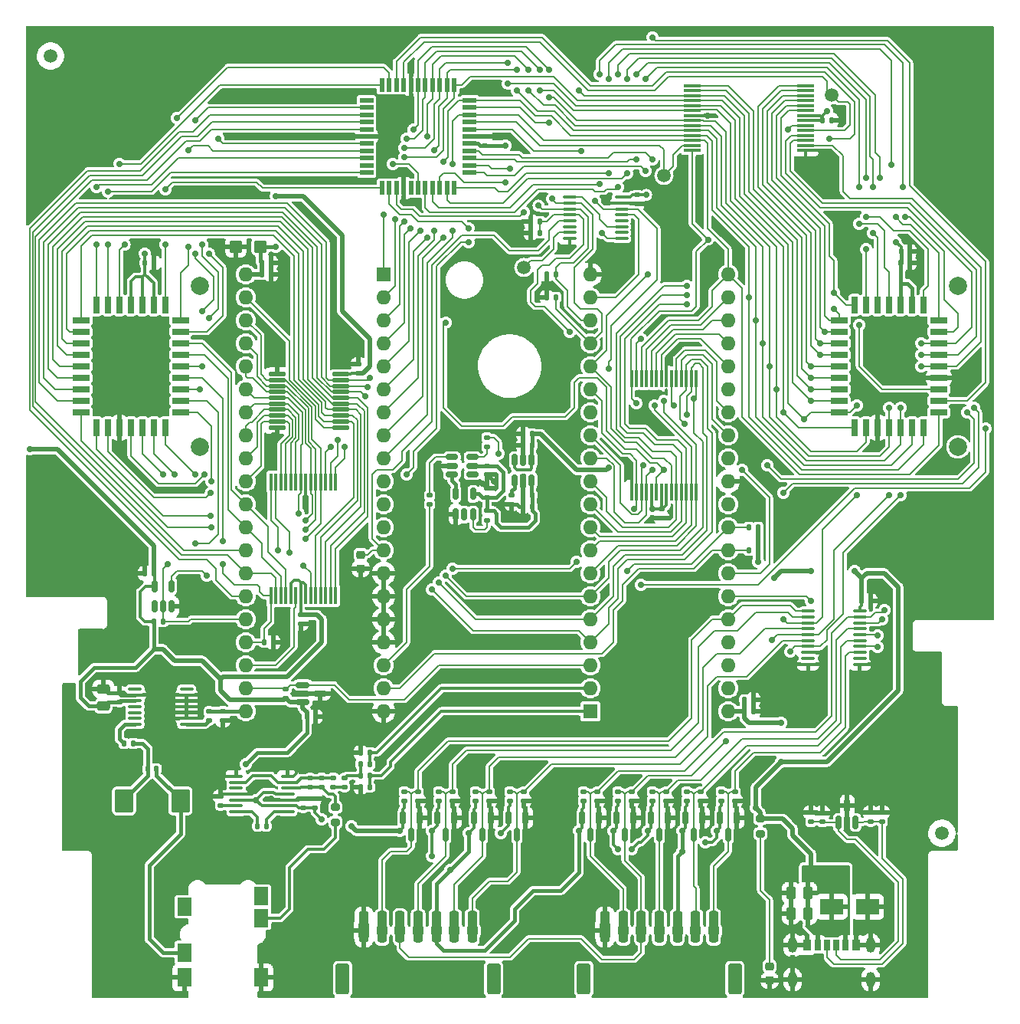
<source format=gbr>
G04 #@! TF.GenerationSoftware,KiCad,Pcbnew,(6.0.5)*
G04 #@! TF.CreationDate,2022-06-14T22:04:29-04:00*
G04 #@! TF.ProjectId,ingameNES,696e6761-6d65-44e4-9553-2e6b69636164,1*
G04 #@! TF.SameCoordinates,Original*
G04 #@! TF.FileFunction,Copper,L1,Top*
G04 #@! TF.FilePolarity,Positive*
%FSLAX46Y46*%
G04 Gerber Fmt 4.6, Leading zero omitted, Abs format (unit mm)*
G04 Created by KiCad (PCBNEW (6.0.5)) date 2022-06-14 22:04:29*
%MOMM*%
%LPD*%
G01*
G04 APERTURE LIST*
G04 Aperture macros list*
%AMRoundRect*
0 Rectangle with rounded corners*
0 $1 Rounding radius*
0 $2 $3 $4 $5 $6 $7 $8 $9 X,Y pos of 4 corners*
0 Add a 4 corners polygon primitive as box body*
4,1,4,$2,$3,$4,$5,$6,$7,$8,$9,$2,$3,0*
0 Add four circle primitives for the rounded corners*
1,1,$1+$1,$2,$3*
1,1,$1+$1,$4,$5*
1,1,$1+$1,$6,$7*
1,1,$1+$1,$8,$9*
0 Add four rect primitives between the rounded corners*
20,1,$1+$1,$2,$3,$4,$5,0*
20,1,$1+$1,$4,$5,$6,$7,0*
20,1,$1+$1,$6,$7,$8,$9,0*
20,1,$1+$1,$8,$9,$2,$3,0*%
G04 Aperture macros list end*
G04 #@! TA.AperFunction,SMDPad,CuDef*
%ADD10RoundRect,0.140000X-0.170000X0.140000X-0.170000X-0.140000X0.170000X-0.140000X0.170000X0.140000X0*%
G04 #@! TD*
G04 #@! TA.AperFunction,SMDPad,CuDef*
%ADD11R,1.870000X0.380000*%
G04 #@! TD*
G04 #@! TA.AperFunction,SMDPad,CuDef*
%ADD12RoundRect,0.140000X0.140000X0.170000X-0.140000X0.170000X-0.140000X-0.170000X0.140000X-0.170000X0*%
G04 #@! TD*
G04 #@! TA.AperFunction,SMDPad,CuDef*
%ADD13RoundRect,0.135000X0.185000X-0.135000X0.185000X0.135000X-0.185000X0.135000X-0.185000X-0.135000X0*%
G04 #@! TD*
G04 #@! TA.AperFunction,SMDPad,CuDef*
%ADD14RoundRect,0.140000X0.170000X-0.140000X0.170000X0.140000X-0.170000X0.140000X-0.170000X-0.140000X0*%
G04 #@! TD*
G04 #@! TA.AperFunction,SMDPad,CuDef*
%ADD15R,0.380000X1.870000*%
G04 #@! TD*
G04 #@! TA.AperFunction,SMDPad,CuDef*
%ADD16C,1.500000*%
G04 #@! TD*
G04 #@! TA.AperFunction,SMDPad,CuDef*
%ADD17R,0.700000X1.150000*%
G04 #@! TD*
G04 #@! TA.AperFunction,SMDPad,CuDef*
%ADD18R,0.800000X1.150000*%
G04 #@! TD*
G04 #@! TA.AperFunction,SMDPad,CuDef*
%ADD19R,0.900000X1.150000*%
G04 #@! TD*
G04 #@! TA.AperFunction,ComponentPad*
%ADD20O,1.000000X1.700000*%
G04 #@! TD*
G04 #@! TA.AperFunction,SMDPad,CuDef*
%ADD21RoundRect,0.218750X0.256250X-0.218750X0.256250X0.218750X-0.256250X0.218750X-0.256250X-0.218750X0*%
G04 #@! TD*
G04 #@! TA.AperFunction,SMDPad,CuDef*
%ADD22RoundRect,0.100000X-0.637500X-0.100000X0.637500X-0.100000X0.637500X0.100000X-0.637500X0.100000X0*%
G04 #@! TD*
G04 #@! TA.AperFunction,SMDPad,CuDef*
%ADD23RoundRect,0.125000X-0.825000X-0.125000X0.825000X-0.125000X0.825000X0.125000X-0.825000X0.125000X0*%
G04 #@! TD*
G04 #@! TA.AperFunction,SMDPad,CuDef*
%ADD24RoundRect,0.250000X-0.250000X-1.500000X0.250000X-1.500000X0.250000X1.500000X-0.250000X1.500000X0*%
G04 #@! TD*
G04 #@! TA.AperFunction,SMDPad,CuDef*
%ADD25RoundRect,0.250001X-0.499999X-1.449999X0.499999X-1.449999X0.499999X1.449999X-0.499999X1.449999X0*%
G04 #@! TD*
G04 #@! TA.AperFunction,SMDPad,CuDef*
%ADD26RoundRect,0.225000X0.250000X-0.225000X0.250000X0.225000X-0.250000X0.225000X-0.250000X-0.225000X0*%
G04 #@! TD*
G04 #@! TA.AperFunction,SMDPad,CuDef*
%ADD27RoundRect,0.140000X-0.140000X-0.170000X0.140000X-0.170000X0.140000X0.170000X-0.140000X0.170000X0*%
G04 #@! TD*
G04 #@! TA.AperFunction,SMDPad,CuDef*
%ADD28RoundRect,0.250000X0.475000X-0.250000X0.475000X0.250000X-0.475000X0.250000X-0.475000X-0.250000X0*%
G04 #@! TD*
G04 #@! TA.AperFunction,SMDPad,CuDef*
%ADD29RoundRect,0.250000X0.787500X1.025000X-0.787500X1.025000X-0.787500X-1.025000X0.787500X-1.025000X0*%
G04 #@! TD*
G04 #@! TA.AperFunction,SMDPad,CuDef*
%ADD30RoundRect,0.135000X-0.185000X0.135000X-0.185000X-0.135000X0.185000X-0.135000X0.185000X0.135000X0*%
G04 #@! TD*
G04 #@! TA.AperFunction,SMDPad,CuDef*
%ADD31RoundRect,0.135000X0.135000X0.185000X-0.135000X0.185000X-0.135000X-0.185000X0.135000X-0.185000X0*%
G04 #@! TD*
G04 #@! TA.AperFunction,SMDPad,CuDef*
%ADD32RoundRect,0.100000X0.637500X0.100000X-0.637500X0.100000X-0.637500X-0.100000X0.637500X-0.100000X0*%
G04 #@! TD*
G04 #@! TA.AperFunction,ComponentPad*
%ADD33RoundRect,0.250000X-0.350000X-0.625000X0.350000X-0.625000X0.350000X0.625000X-0.350000X0.625000X0*%
G04 #@! TD*
G04 #@! TA.AperFunction,ComponentPad*
%ADD34O,1.200000X1.750000*%
G04 #@! TD*
G04 #@! TA.AperFunction,SMDPad,CuDef*
%ADD35R,1.600000X2.000000*%
G04 #@! TD*
G04 #@! TA.AperFunction,SMDPad,CuDef*
%ADD36RoundRect,0.150000X-0.150000X0.587500X-0.150000X-0.587500X0.150000X-0.587500X0.150000X0.587500X0*%
G04 #@! TD*
G04 #@! TA.AperFunction,SMDPad,CuDef*
%ADD37RoundRect,0.200000X-0.275000X0.200000X-0.275000X-0.200000X0.275000X-0.200000X0.275000X0.200000X0*%
G04 #@! TD*
G04 #@! TA.AperFunction,SMDPad,CuDef*
%ADD38RoundRect,0.150000X-0.150000X0.512500X-0.150000X-0.512500X0.150000X-0.512500X0.150000X0.512500X0*%
G04 #@! TD*
G04 #@! TA.AperFunction,SMDPad,CuDef*
%ADD39RoundRect,0.150000X0.150000X-0.512500X0.150000X0.512500X-0.150000X0.512500X-0.150000X-0.512500X0*%
G04 #@! TD*
G04 #@! TA.AperFunction,SMDPad,CuDef*
%ADD40RoundRect,0.135000X-0.135000X-0.185000X0.135000X-0.185000X0.135000X0.185000X-0.135000X0.185000X0*%
G04 #@! TD*
G04 #@! TA.AperFunction,WasherPad*
%ADD41C,2.000000*%
G04 #@! TD*
G04 #@! TA.AperFunction,SMDPad,CuDef*
%ADD42RoundRect,0.190000X-0.190000X-0.765000X0.190000X-0.765000X0.190000X0.765000X-0.190000X0.765000X0*%
G04 #@! TD*
G04 #@! TA.AperFunction,SMDPad,CuDef*
%ADD43RoundRect,0.190000X0.765000X-0.190000X0.765000X0.190000X-0.765000X0.190000X-0.765000X-0.190000X0*%
G04 #@! TD*
G04 #@! TA.AperFunction,SMDPad,CuDef*
%ADD44RoundRect,0.190000X0.190000X0.765000X-0.190000X0.765000X-0.190000X-0.765000X0.190000X-0.765000X0*%
G04 #@! TD*
G04 #@! TA.AperFunction,SMDPad,CuDef*
%ADD45RoundRect,0.190000X-0.765000X0.190000X-0.765000X-0.190000X0.765000X-0.190000X0.765000X0.190000X0*%
G04 #@! TD*
G04 #@! TA.AperFunction,SMDPad,CuDef*
%ADD46RoundRect,0.250000X0.250000X0.475000X-0.250000X0.475000X-0.250000X-0.475000X0.250000X-0.475000X0*%
G04 #@! TD*
G04 #@! TA.AperFunction,SMDPad,CuDef*
%ADD47RoundRect,0.250000X0.450000X0.425000X-0.450000X0.425000X-0.450000X-0.425000X0.450000X-0.425000X0*%
G04 #@! TD*
G04 #@! TA.AperFunction,SMDPad,CuDef*
%ADD48RoundRect,0.200000X0.275000X-0.200000X0.275000X0.200000X-0.275000X0.200000X-0.275000X-0.200000X0*%
G04 #@! TD*
G04 #@! TA.AperFunction,SMDPad,CuDef*
%ADD49RoundRect,0.150000X-0.587500X-0.150000X0.587500X-0.150000X0.587500X0.150000X-0.587500X0.150000X0*%
G04 #@! TD*
G04 #@! TA.AperFunction,SMDPad,CuDef*
%ADD50RoundRect,0.150000X0.150000X-0.587500X0.150000X0.587500X-0.150000X0.587500X-0.150000X-0.587500X0*%
G04 #@! TD*
G04 #@! TA.AperFunction,SMDPad,CuDef*
%ADD51R,1.500000X0.550000*%
G04 #@! TD*
G04 #@! TA.AperFunction,SMDPad,CuDef*
%ADD52R,0.550000X1.500000*%
G04 #@! TD*
G04 #@! TA.AperFunction,SMDPad,CuDef*
%ADD53R,2.500000X1.800000*%
G04 #@! TD*
G04 #@! TA.AperFunction,SMDPad,CuDef*
%ADD54RoundRect,0.150000X-0.512500X-0.150000X0.512500X-0.150000X0.512500X0.150000X-0.512500X0.150000X0*%
G04 #@! TD*
G04 #@! TA.AperFunction,ComponentPad*
%ADD55R,1.600000X1.600000*%
G04 #@! TD*
G04 #@! TA.AperFunction,ComponentPad*
%ADD56O,1.600000X1.600000*%
G04 #@! TD*
G04 #@! TA.AperFunction,ViaPad*
%ADD57C,0.711200*%
G04 #@! TD*
G04 #@! TA.AperFunction,Conductor*
%ADD58C,0.508000*%
G04 #@! TD*
G04 #@! TA.AperFunction,Conductor*
%ADD59C,0.406400*%
G04 #@! TD*
G04 #@! TA.AperFunction,Conductor*
%ADD60C,0.304800*%
G04 #@! TD*
G04 #@! TA.AperFunction,Conductor*
%ADD61C,0.457200*%
G04 #@! TD*
G04 #@! TA.AperFunction,Conductor*
%ADD62C,0.152400*%
G04 #@! TD*
G04 APERTURE END LIST*
D10*
X95250000Y-174018000D03*
X95250000Y-174978000D03*
X99314000Y-174018000D03*
X99314000Y-174978000D03*
X103124000Y-174018000D03*
X103124000Y-174978000D03*
D11*
X134286000Y-99293000D03*
X134286000Y-98743000D03*
X134286000Y-98193000D03*
X134286000Y-97643000D03*
X134286000Y-97093000D03*
X134286000Y-96543000D03*
X134286000Y-95993000D03*
X121746000Y-95993000D03*
X121746000Y-96543000D03*
X121746000Y-97093000D03*
X121746000Y-97643000D03*
X121746000Y-98193000D03*
X121746000Y-98743000D03*
X121746000Y-99293000D03*
X121746000Y-99843000D03*
X121746000Y-100393000D03*
X121746000Y-100943000D03*
X121746000Y-101493000D03*
X121746000Y-102043000D03*
X121746000Y-102593000D03*
X121746000Y-103143000D03*
X134286000Y-103143000D03*
X134286000Y-102593000D03*
X134286000Y-102043000D03*
X134286000Y-101493000D03*
X134286000Y-100943000D03*
X134286000Y-100393000D03*
X134286000Y-99843000D03*
D12*
X75156000Y-116840000D03*
X74196000Y-116840000D03*
X75156000Y-115570000D03*
X74196000Y-115570000D03*
D13*
X93726000Y-175008000D03*
X93726000Y-173988000D03*
X97790000Y-175008000D03*
X97790000Y-173988000D03*
X101600000Y-175008000D03*
X101600000Y-173988000D03*
D12*
X62202000Y-115570000D03*
X61242000Y-115570000D03*
D14*
X78486000Y-155420000D03*
X78486000Y-154460000D03*
D15*
X79015000Y-152320000D03*
X79565000Y-152320000D03*
X80115000Y-152320000D03*
X80665000Y-152320000D03*
X81215000Y-152320000D03*
X81765000Y-152320000D03*
X82315000Y-152320000D03*
X82315000Y-139780000D03*
X81765000Y-139780000D03*
X81215000Y-139780000D03*
X80665000Y-139780000D03*
X80115000Y-139780000D03*
X79565000Y-139780000D03*
X79015000Y-139780000D03*
X78465000Y-139780000D03*
X77915000Y-139780000D03*
X77365000Y-139780000D03*
X76815000Y-139780000D03*
X76265000Y-139780000D03*
X75715000Y-139780000D03*
X75165000Y-139780000D03*
X75165000Y-152320000D03*
X75715000Y-152320000D03*
X76265000Y-152320000D03*
X76815000Y-152320000D03*
X77365000Y-152320000D03*
X77915000Y-152320000D03*
X78465000Y-152320000D03*
D12*
X141450000Y-152908000D03*
X140490000Y-152908000D03*
D10*
X91440000Y-174018000D03*
X91440000Y-174978000D03*
D13*
X89916000Y-175008000D03*
X89916000Y-173988000D03*
D16*
X149352000Y-178562000D03*
X50800000Y-92710000D03*
D17*
X136660000Y-190945000D03*
D18*
X138680000Y-190945000D03*
D19*
X139910000Y-190945000D03*
D17*
X137660000Y-190945000D03*
D18*
X135640000Y-190945000D03*
D19*
X134410000Y-190945000D03*
D20*
X141480000Y-190945000D03*
X141480000Y-194745000D03*
X132840000Y-190945000D03*
X132840000Y-194745000D03*
D21*
X130302000Y-194843500D03*
X130302000Y-193268500D03*
D22*
X108204000Y-108316000D03*
X108204000Y-108966000D03*
X108204000Y-109616000D03*
X108204000Y-110266000D03*
X108204000Y-110916000D03*
X108204000Y-111566000D03*
X108204000Y-112216000D03*
X108204000Y-112866000D03*
X113929000Y-112866000D03*
X113929000Y-112216000D03*
X113929000Y-111566000D03*
X113929000Y-110916000D03*
X113929000Y-110266000D03*
X113929000Y-109616000D03*
X113929000Y-108966000D03*
X113929000Y-108316000D03*
D23*
X75875000Y-127885000D03*
X75875000Y-128535000D03*
X75875000Y-129185000D03*
X75875000Y-129835000D03*
X75875000Y-130485000D03*
X75875000Y-131135000D03*
X75875000Y-131785000D03*
X75875000Y-132435000D03*
X75875000Y-133085000D03*
X75875000Y-133735000D03*
X82875000Y-133735000D03*
X82875000Y-133085000D03*
X82875000Y-132435000D03*
X82875000Y-131785000D03*
X82875000Y-131135000D03*
X82875000Y-130485000D03*
X82875000Y-129835000D03*
X82875000Y-129185000D03*
X82875000Y-128535000D03*
X82875000Y-127885000D03*
D10*
X84836000Y-126774000D03*
X84836000Y-127734000D03*
D24*
X85440000Y-188920000D03*
X87440000Y-188920000D03*
X89440000Y-188920000D03*
X91440000Y-188920000D03*
X93440000Y-188920000D03*
X95440000Y-188920000D03*
X97440000Y-188920000D03*
D25*
X83090000Y-194670000D03*
X99790000Y-194670000D03*
D24*
X112110000Y-188920000D03*
X114110000Y-188920000D03*
X116110000Y-188920000D03*
X118110000Y-188920000D03*
X120110000Y-188920000D03*
X122110000Y-188920000D03*
X124110000Y-188920000D03*
D25*
X109760000Y-194670000D03*
X126460000Y-194670000D03*
D12*
X75410000Y-157480000D03*
X74450000Y-157480000D03*
D26*
X85090000Y-149365000D03*
X85090000Y-147815000D03*
D27*
X61242000Y-149860000D03*
X62202000Y-149860000D03*
D10*
X78740000Y-174780000D03*
X78740000Y-175740000D03*
D14*
X68326000Y-166088000D03*
X68326000Y-165128000D03*
D10*
X58420000Y-163096000D03*
X58420000Y-164056000D03*
D28*
X56642000Y-164526000D03*
X56642000Y-162626000D03*
D12*
X62520500Y-171450000D03*
X61560500Y-171450000D03*
D29*
X65153000Y-175006000D03*
X58928000Y-175006000D03*
D30*
X69850000Y-165098000D03*
X69850000Y-166118000D03*
D31*
X59946000Y-168656000D03*
X58926000Y-168656000D03*
D32*
X65854500Y-166542000D03*
X65854500Y-165892000D03*
X65854500Y-165242000D03*
X65854500Y-164592000D03*
X65854500Y-163942000D03*
X65854500Y-163292000D03*
X65854500Y-162642000D03*
X60129500Y-162642000D03*
X60129500Y-163292000D03*
X60129500Y-163942000D03*
X60129500Y-164592000D03*
X60129500Y-165242000D03*
X60129500Y-165892000D03*
X60129500Y-166542000D03*
D33*
X85440000Y-189320000D03*
D34*
X87440000Y-189320000D03*
X89440000Y-189320000D03*
X91440000Y-189320000D03*
X93440000Y-189320000D03*
X95440000Y-189320000D03*
X97440000Y-189320000D03*
D33*
X112110000Y-189320000D03*
D34*
X114110000Y-189320000D03*
X116110000Y-189320000D03*
X118110000Y-189320000D03*
X120110000Y-189320000D03*
X122110000Y-189320000D03*
X124110000Y-189320000D03*
D35*
X65600000Y-191750000D03*
X65600000Y-186700000D03*
X74100000Y-194500000D03*
X65600000Y-194500000D03*
X74100000Y-187950000D03*
X74100000Y-185550000D03*
D36*
X95438000Y-176862500D03*
X93538000Y-176862500D03*
X94488000Y-178737500D03*
X99502000Y-176862500D03*
X97602000Y-176862500D03*
X98552000Y-178737500D03*
D27*
X103080000Y-135720000D03*
X104040000Y-135720000D03*
X103080000Y-134470000D03*
X104040000Y-134470000D03*
D14*
X101810000Y-142212000D03*
X101810000Y-141252000D03*
D37*
X129286000Y-176975000D03*
X129286000Y-178625000D03*
D13*
X99060000Y-135892000D03*
X99060000Y-134872000D03*
D38*
X104010000Y-137332500D03*
X103060000Y-137332500D03*
X102110000Y-137332500D03*
X102110000Y-139607500D03*
X104010000Y-139607500D03*
D27*
X103080000Y-142470000D03*
X104040000Y-142470000D03*
D13*
X142748000Y-177294000D03*
X142748000Y-176274000D03*
D39*
X95610000Y-143357500D03*
X96560000Y-143357500D03*
X97510000Y-143357500D03*
X97510000Y-141082500D03*
X95610000Y-141082500D03*
D14*
X115638500Y-109039000D03*
X115638500Y-108079000D03*
D12*
X128496000Y-163830000D03*
X127536000Y-163830000D03*
D10*
X115062000Y-174018000D03*
X115062000Y-174978000D03*
D13*
X113538000Y-175008000D03*
X113538000Y-173988000D03*
D31*
X129034000Y-147320000D03*
X128014000Y-147320000D03*
D12*
X128496000Y-165100000D03*
X127536000Y-165100000D03*
D13*
X76829750Y-163644000D03*
X76829750Y-162624000D03*
D31*
X129034000Y-144780000D03*
X128014000Y-144780000D03*
X86110000Y-170940000D03*
X85090000Y-170940000D03*
D14*
X83312000Y-173454000D03*
X83312000Y-172494000D03*
D40*
X85090000Y-169672000D03*
X86110000Y-169672000D03*
D27*
X73688000Y-177800000D03*
X74648000Y-177800000D03*
D40*
X85090000Y-173482000D03*
X86110000Y-173482000D03*
D31*
X86110000Y-172212000D03*
X85090000Y-172212000D03*
D10*
X69596000Y-174526000D03*
X69596000Y-175486000D03*
D13*
X124968000Y-175008000D03*
X124968000Y-173988000D03*
X121158000Y-175008000D03*
X121158000Y-173988000D03*
X117348000Y-175008000D03*
X117348000Y-173988000D03*
D10*
X111252000Y-174018000D03*
X111252000Y-174978000D03*
D39*
X62296000Y-153537500D03*
X63246000Y-153537500D03*
X64196000Y-153537500D03*
X64196000Y-151262500D03*
X62296000Y-151262500D03*
D10*
X126492000Y-174018000D03*
X126492000Y-174978000D03*
X122682000Y-174018000D03*
X122682000Y-174978000D03*
D13*
X109728000Y-175008000D03*
X109728000Y-173988000D03*
D10*
X118872000Y-174018000D03*
X118872000Y-174978000D03*
D41*
X151130000Y-135890000D03*
X151130000Y-118110000D03*
D42*
X143510000Y-120220000D03*
X142240000Y-120220000D03*
X140970000Y-120220000D03*
X139700000Y-120220000D03*
D43*
X138000000Y-121920000D03*
X138000000Y-123190000D03*
X138000000Y-124460000D03*
X138000000Y-125730000D03*
X138000000Y-127000000D03*
X138000000Y-128270000D03*
X138000000Y-129540000D03*
X138000000Y-130810000D03*
X138000000Y-132080000D03*
D44*
X139700000Y-133780000D03*
X140970000Y-133780000D03*
X142240000Y-133780000D03*
X143510000Y-133780000D03*
X144780000Y-133780000D03*
X146050000Y-133780000D03*
X147320000Y-133780000D03*
D45*
X149020000Y-132080000D03*
X149020000Y-130810000D03*
X149020000Y-129540000D03*
X149020000Y-128270000D03*
X149020000Y-127000000D03*
X149020000Y-125730000D03*
X149020000Y-124460000D03*
X149020000Y-123190000D03*
X149020000Y-121920000D03*
D42*
X147320000Y-120220000D03*
X146050000Y-120220000D03*
X144780000Y-120220000D03*
D12*
X145796000Y-114300000D03*
X144836000Y-114300000D03*
X145768000Y-115570000D03*
X144808000Y-115570000D03*
D41*
X67310000Y-135890000D03*
X67310000Y-118110000D03*
D42*
X59690000Y-120220000D03*
X58420000Y-120220000D03*
X57150000Y-120220000D03*
X55880000Y-120220000D03*
D43*
X54180000Y-121920000D03*
X54180000Y-123190000D03*
X54180000Y-124460000D03*
X54180000Y-125730000D03*
X54180000Y-127000000D03*
X54180000Y-128270000D03*
X54180000Y-129540000D03*
X54180000Y-130810000D03*
X54180000Y-132080000D03*
D44*
X55880000Y-133780000D03*
X57150000Y-133780000D03*
X58420000Y-133780000D03*
X59690000Y-133780000D03*
X60960000Y-133780000D03*
X62230000Y-133780000D03*
X63500000Y-133780000D03*
D45*
X65200000Y-132080000D03*
X65200000Y-130810000D03*
X65200000Y-129540000D03*
X65200000Y-128270000D03*
X65200000Y-127000000D03*
X65200000Y-125730000D03*
X65200000Y-124460000D03*
X65200000Y-123190000D03*
X65200000Y-121920000D03*
D42*
X63500000Y-120220000D03*
X62230000Y-120220000D03*
X60960000Y-120220000D03*
D14*
X141478000Y-177264000D03*
X141478000Y-176304000D03*
D10*
X99060000Y-140490000D03*
X99060000Y-141450000D03*
D13*
X134874000Y-177322000D03*
X134874000Y-176302000D03*
D14*
X136144000Y-177292000D03*
X136144000Y-176332000D03*
D46*
X134554000Y-185166000D03*
X132654000Y-185166000D03*
D47*
X73994000Y-113792000D03*
X71294000Y-113792000D03*
D13*
X82042000Y-173484000D03*
X82042000Y-172464000D03*
D36*
X91628000Y-176862500D03*
X89728000Y-176862500D03*
X90678000Y-178737500D03*
D31*
X106682000Y-119380000D03*
X105662000Y-119380000D03*
D10*
X98806000Y-101628000D03*
X98806000Y-102588000D03*
D36*
X119060000Y-176862500D03*
X117160000Y-176862500D03*
X118110000Y-178737500D03*
D48*
X82296000Y-177355000D03*
X82296000Y-175705000D03*
D49*
X78686250Y-162184000D03*
X78686250Y-164084000D03*
X80561250Y-163134000D03*
D30*
X80772000Y-172464000D03*
X80772000Y-173484000D03*
D14*
X118364000Y-143736000D03*
X118364000Y-142776000D03*
D50*
X137922000Y-177389000D03*
X139822000Y-177389000D03*
X138872000Y-175514000D03*
D51*
X85740000Y-97600000D03*
X85740000Y-98400000D03*
X85740000Y-99200000D03*
X85740000Y-100000000D03*
X85740000Y-100800000D03*
X85740000Y-101600000D03*
X85740000Y-102400000D03*
X85740000Y-103200000D03*
X85740000Y-104000000D03*
X85740000Y-104800000D03*
X85740000Y-105600000D03*
D52*
X87440000Y-107300000D03*
X88240000Y-107300000D03*
X89040000Y-107300000D03*
X89840000Y-107300000D03*
X90640000Y-107300000D03*
X91440000Y-107300000D03*
X92240000Y-107300000D03*
X93040000Y-107300000D03*
X93840000Y-107300000D03*
X94640000Y-107300000D03*
X95440000Y-107300000D03*
D51*
X97140000Y-105600000D03*
X97140000Y-104800000D03*
X97140000Y-104000000D03*
X97140000Y-103200000D03*
X97140000Y-102400000D03*
X97140000Y-101600000D03*
X97140000Y-100800000D03*
X97140000Y-100000000D03*
X97140000Y-99200000D03*
X97140000Y-98400000D03*
X97140000Y-97600000D03*
D52*
X95440000Y-95900000D03*
X94640000Y-95900000D03*
X93840000Y-95900000D03*
X93040000Y-95900000D03*
X92240000Y-95900000D03*
X91440000Y-95900000D03*
X90640000Y-95900000D03*
X89840000Y-95900000D03*
X89040000Y-95900000D03*
X88240000Y-95900000D03*
X87440000Y-95900000D03*
D36*
X111440000Y-176862500D03*
X109540000Y-176862500D03*
X110490000Y-178737500D03*
D15*
X118893000Y-140890000D03*
X119443000Y-140890000D03*
X119993000Y-140890000D03*
X120543000Y-140890000D03*
X121093000Y-140890000D03*
X121643000Y-140890000D03*
X122193000Y-140890000D03*
X122193000Y-128350000D03*
X121643000Y-128350000D03*
X121093000Y-128350000D03*
X120543000Y-128350000D03*
X119993000Y-128350000D03*
X119443000Y-128350000D03*
X118893000Y-128350000D03*
X118343000Y-128350000D03*
X117793000Y-128350000D03*
X117243000Y-128350000D03*
X116693000Y-128350000D03*
X116143000Y-128350000D03*
X115593000Y-128350000D03*
X115043000Y-128350000D03*
X115043000Y-140890000D03*
X115593000Y-140890000D03*
X116143000Y-140890000D03*
X116693000Y-140890000D03*
X117243000Y-140890000D03*
X117793000Y-140890000D03*
X118343000Y-140890000D03*
D31*
X106682000Y-116840000D03*
X105662000Y-116840000D03*
D12*
X137132000Y-99822000D03*
X136172000Y-99822000D03*
D22*
X134551500Y-154047000D03*
X134551500Y-154697000D03*
X134551500Y-155347000D03*
X134551500Y-155997000D03*
X134551500Y-156647000D03*
X134551500Y-157297000D03*
X134551500Y-157947000D03*
X134551500Y-158597000D03*
X134551500Y-159247000D03*
X134551500Y-159897000D03*
X140276500Y-159897000D03*
X140276500Y-159247000D03*
X140276500Y-158597000D03*
X140276500Y-157947000D03*
X140276500Y-157297000D03*
X140276500Y-156647000D03*
X140276500Y-155997000D03*
X140276500Y-155347000D03*
X140276500Y-154697000D03*
X140276500Y-154047000D03*
D36*
X115250000Y-176862500D03*
X113350000Y-176862500D03*
X114300000Y-178737500D03*
D30*
X99060000Y-142960000D03*
X99060000Y-143980000D03*
D36*
X103312000Y-176862500D03*
X101412000Y-176862500D03*
X102362000Y-178737500D03*
D12*
X80103750Y-165674000D03*
X79143750Y-165674000D03*
D30*
X92710000Y-141260000D03*
X92710000Y-142280000D03*
D36*
X122870000Y-176862500D03*
X120970000Y-176862500D03*
X121920000Y-178737500D03*
D16*
X137160000Y-97028000D03*
D10*
X79502000Y-172494000D03*
X79502000Y-173454000D03*
D53*
X137160000Y-186690000D03*
X141160000Y-186690000D03*
D54*
X95172500Y-137020000D03*
X95172500Y-137970000D03*
X95172500Y-138920000D03*
X97447500Y-138920000D03*
X97447500Y-137970000D03*
X97447500Y-137020000D03*
D22*
X71305500Y-172294000D03*
X71305500Y-172944000D03*
X71305500Y-173594000D03*
X71305500Y-174244000D03*
X71305500Y-174894000D03*
X71305500Y-175544000D03*
X71305500Y-176194000D03*
X77030500Y-176194000D03*
X77030500Y-175544000D03*
X77030500Y-174894000D03*
X77030500Y-174244000D03*
X77030500Y-173594000D03*
X77030500Y-172944000D03*
X77030500Y-172294000D03*
D27*
X103914000Y-112268000D03*
X104874000Y-112268000D03*
D10*
X80010000Y-174780000D03*
X80010000Y-175740000D03*
D36*
X126680000Y-176862500D03*
X124780000Y-176862500D03*
X125730000Y-178737500D03*
D27*
X103080000Y-141220000D03*
X104040000Y-141220000D03*
D16*
X118618000Y-105918000D03*
D14*
X99060000Y-138950000D03*
X99060000Y-137990000D03*
D31*
X104904000Y-110998000D03*
X103884000Y-110998000D03*
D40*
X62228000Y-155194000D03*
X63248000Y-155194000D03*
D46*
X134554000Y-187452000D03*
X132654000Y-187452000D03*
D16*
X103124000Y-116078000D03*
D55*
X110490000Y-165094996D03*
D56*
X110490000Y-162554996D03*
X110490000Y-160014996D03*
X110490000Y-157474996D03*
X110490000Y-154934996D03*
X110490000Y-152394996D03*
X110490000Y-149854996D03*
X110490000Y-147314996D03*
X110490000Y-144774996D03*
X110490000Y-142234996D03*
X110490000Y-139694996D03*
X110490000Y-137154996D03*
X110490000Y-134614996D03*
X110490000Y-132074996D03*
X110490000Y-129534996D03*
X110490000Y-126994996D03*
X110490000Y-124454996D03*
X110490000Y-121914996D03*
X110490000Y-119374996D03*
X110490000Y-116834996D03*
X125730000Y-116834996D03*
X125730000Y-119374996D03*
X125730000Y-121914996D03*
X125730000Y-124454996D03*
X125730000Y-126994996D03*
X125730000Y-129534996D03*
X125730000Y-132074996D03*
X125730000Y-134614996D03*
X125730000Y-137154996D03*
X125730000Y-139694996D03*
X125730000Y-142234996D03*
X125730000Y-144774996D03*
X125730000Y-147314996D03*
X125730000Y-149854996D03*
X125730000Y-152394996D03*
X125730000Y-154934996D03*
X125730000Y-157474996D03*
X125730000Y-160014996D03*
X125730000Y-162554996D03*
X125730000Y-165094996D03*
D55*
X87630000Y-116840000D03*
D56*
X87630000Y-119380000D03*
X87630000Y-121920000D03*
X87630000Y-124460000D03*
X87630000Y-127000000D03*
X87630000Y-129540000D03*
X87630000Y-132080000D03*
X87630000Y-134620000D03*
X87630000Y-137160000D03*
X87630000Y-139700000D03*
X87630000Y-142240000D03*
X87630000Y-144780000D03*
X87630000Y-147320000D03*
X87630000Y-149860000D03*
X87630000Y-152400000D03*
X87630000Y-154940000D03*
X87630000Y-157480000D03*
X87630000Y-160020000D03*
X87630000Y-162560000D03*
X87630000Y-165100000D03*
X72390000Y-165100000D03*
X72390000Y-162560000D03*
X72390000Y-160020000D03*
X72390000Y-157480000D03*
X72390000Y-154940000D03*
X72390000Y-152400000D03*
X72390000Y-149860000D03*
X72390000Y-147320000D03*
X72390000Y-144780000D03*
X72390000Y-142240000D03*
X72390000Y-139700000D03*
X72390000Y-137160000D03*
X72390000Y-134620000D03*
X72390000Y-132080000D03*
X72390000Y-129540000D03*
X72390000Y-127000000D03*
X72390000Y-124460000D03*
X72390000Y-121920000D03*
X72390000Y-119380000D03*
X72390000Y-116840000D03*
D57*
X141478000Y-175006000D03*
X110236000Y-93980000D03*
X132334000Y-162560000D03*
X127508000Y-140716000D03*
X59182000Y-172212000D03*
X138176000Y-110998000D03*
X59436000Y-169926000D03*
X107696000Y-157480000D03*
X105918000Y-186944000D03*
X123190000Y-119380000D03*
X154432000Y-95250000D03*
X129286000Y-143002000D03*
X70358000Y-107950000D03*
X149352000Y-98298000D03*
X101854000Y-119634000D03*
X123698000Y-180594000D03*
X59690000Y-127000000D03*
X98552000Y-147066000D03*
X74422000Y-159004000D03*
X71120000Y-90424000D03*
X83566000Y-174498000D03*
X131318000Y-188722000D03*
X110744000Y-184658000D03*
X79756000Y-181610000D03*
X132842000Y-160274000D03*
X68580000Y-172974000D03*
X149860000Y-174752000D03*
X49022000Y-102616000D03*
X150750000Y-129750000D03*
X154686000Y-131064000D03*
X106426000Y-196088000D03*
X87884000Y-98044000D03*
X55118000Y-151638000D03*
X119888000Y-175006000D03*
X94742000Y-134366000D03*
X56388000Y-189484000D03*
X114554000Y-165354000D03*
X65532000Y-153924000D03*
X56642000Y-122682000D03*
X78994000Y-141478000D03*
X103124000Y-143764000D03*
X129794000Y-136398000D03*
X150114000Y-165354000D03*
X135636000Y-162560000D03*
X75438000Y-156464000D03*
X92456000Y-175006000D03*
X52832000Y-171958000D03*
X65786000Y-167894000D03*
X133096000Y-183134000D03*
X146304000Y-187198000D03*
X61976000Y-195072000D03*
X77978000Y-188214000D03*
X63500000Y-188976000D03*
X107188000Y-90932000D03*
X90932000Y-195834000D03*
X88750000Y-105750000D03*
X71882000Y-97028000D03*
X107696000Y-114046000D03*
X83058000Y-180848000D03*
X85090000Y-175006000D03*
X58420000Y-161544000D03*
X127508000Y-175006000D03*
X140462000Y-184404000D03*
X121158000Y-153162000D03*
X77216000Y-179832000D03*
X104140000Y-188722000D03*
X77724000Y-101600000D03*
X54610000Y-90424000D03*
X138684000Y-117856000D03*
X148336000Y-153162000D03*
X142748000Y-171958000D03*
X112014000Y-90932000D03*
X96520000Y-175260000D03*
X99060000Y-163830000D03*
X116586000Y-130302000D03*
X134874000Y-175006000D03*
X59690000Y-122682000D03*
X148082000Y-162560000D03*
X49022000Y-90424000D03*
X55118000Y-162560000D03*
X63500000Y-178054000D03*
X78486000Y-183896000D03*
X94488000Y-161290000D03*
X66802000Y-177546000D03*
X104902000Y-182626000D03*
X135890000Y-105410000D03*
X102616000Y-113030000D03*
X91440000Y-139700000D03*
X138176000Y-99822000D03*
X87884000Y-101600000D03*
X62484000Y-116840000D03*
X100330000Y-175006000D03*
X152400000Y-110744000D03*
X49022000Y-96266000D03*
X83058000Y-126238000D03*
X143256000Y-152400000D03*
X96012000Y-122174000D03*
X146812000Y-114808000D03*
X52832000Y-179578000D03*
X72898000Y-107950000D03*
X67818000Y-162560000D03*
X62738000Y-126746000D03*
X119126000Y-126492000D03*
X129540000Y-162560000D03*
X114808000Y-139192000D03*
X119126000Y-180594000D03*
X64516000Y-172212000D03*
X76200000Y-190246000D03*
X59690000Y-115824000D03*
X63500000Y-165608000D03*
X68326000Y-174498000D03*
X153924000Y-102362000D03*
X116078000Y-181102000D03*
X74676000Y-119126000D03*
X79756000Y-178562000D03*
X62738000Y-122682000D03*
X136144000Y-103632000D03*
X49022000Y-147574000D03*
X56388000Y-195072000D03*
X123698000Y-117094000D03*
X49022000Y-151638000D03*
X54864000Y-108204000D03*
X60960000Y-90424000D03*
X82550000Y-92710000D03*
X63246000Y-183388000D03*
X99822000Y-95758000D03*
X69850000Y-171958000D03*
X61722000Y-163322000D03*
X65024000Y-180848000D03*
X49022000Y-143764000D03*
X96520000Y-132080000D03*
X91948000Y-157226000D03*
X99314000Y-153670000D03*
X146558000Y-122174000D03*
X66548000Y-151638000D03*
X63500000Y-163576000D03*
X106934000Y-163830000D03*
X116332000Y-132334000D03*
X96520000Y-166624000D03*
X153250000Y-126500000D03*
X67818000Y-164084000D03*
X73914000Y-101600000D03*
X141478000Y-184404000D03*
X60198000Y-186182000D03*
X136398000Y-107950000D03*
X137414000Y-107950000D03*
X93726000Y-137922000D03*
X146812000Y-131572000D03*
X100076000Y-101600000D03*
X135890000Y-161036000D03*
X74676000Y-173228000D03*
X127000000Y-190500000D03*
X101854000Y-134366000D03*
X122682000Y-106680000D03*
X69850000Y-124206000D03*
X121920000Y-195834000D03*
X153670000Y-153162000D03*
X78994000Y-156972000D03*
X105664000Y-117856000D03*
X86360000Y-195834000D03*
X123444000Y-99314000D03*
X67056000Y-140716000D03*
X49022000Y-140208000D03*
X69596000Y-113792000D03*
X76454000Y-155194000D03*
X76454000Y-121158000D03*
X83820000Y-101600000D03*
X108712000Y-136906000D03*
X90424000Y-97790000D03*
X141986000Y-188976000D03*
X80518000Y-195834000D03*
X117602000Y-160528000D03*
X103124000Y-195834000D03*
X132080000Y-183134000D03*
X65786000Y-157226000D03*
X56642000Y-167386000D03*
X146050000Y-191516000D03*
X119634000Y-108458000D03*
X60452000Y-180848000D03*
X153924000Y-147828000D03*
X141986000Y-125730000D03*
X69850000Y-167132000D03*
X122682000Y-104648000D03*
X56642000Y-182626000D03*
X75438000Y-126238000D03*
X105664000Y-147066000D03*
X57912000Y-156464000D03*
X121412000Y-113030000D03*
X141986000Y-160274000D03*
X140462000Y-188976000D03*
X136144000Y-175006000D03*
X149352000Y-104140000D03*
X140462000Y-183388000D03*
X96774000Y-96520000D03*
X106934000Y-150876000D03*
X100584000Y-181610000D03*
X98552000Y-139954000D03*
X142240000Y-122428000D03*
X84582000Y-124460000D03*
X117348000Y-195834000D03*
X58420000Y-131826000D03*
X107950000Y-133604000D03*
X135636000Y-173228000D03*
X120904000Y-116332000D03*
X106934000Y-166878000D03*
X81026000Y-175260000D03*
X85090000Y-168656000D03*
X117348000Y-143764000D03*
X83058000Y-124460000D03*
X146812000Y-182626000D03*
X114808000Y-137668000D03*
X112522000Y-181102000D03*
X102362000Y-102616000D03*
X142240000Y-151130000D03*
X97536000Y-135128000D03*
X154432000Y-89916000D03*
X75692000Y-182118000D03*
X62992000Y-169672000D03*
X127762000Y-137160000D03*
X62484000Y-114300000D03*
X56642000Y-127000000D03*
X136652000Y-141224000D03*
X77216000Y-97028000D03*
X97790000Y-183896000D03*
X118110000Y-121920000D03*
X70866000Y-115570000D03*
X99822000Y-114046000D03*
X132080000Y-145542000D03*
X133604000Y-166116000D03*
X90678000Y-93980000D03*
X61976000Y-167386000D03*
X95250000Y-130810000D03*
X101854000Y-135636000D03*
X104648000Y-119380000D03*
X82037250Y-163134000D03*
X75184000Y-174752000D03*
X145796000Y-128270000D03*
X79756000Y-155448000D03*
X124968000Y-112014000D03*
X74168000Y-97028000D03*
X106172000Y-133604000D03*
X131826000Y-174498000D03*
X140462000Y-164338000D03*
X95504000Y-145034000D03*
X142240000Y-131318000D03*
X98044000Y-150876000D03*
X139192000Y-173990000D03*
X90678000Y-149098000D03*
X99822000Y-186436000D03*
X59690000Y-130810000D03*
X130302000Y-161036000D03*
X75438000Y-124714000D03*
X76454000Y-115570000D03*
X89408000Y-185674000D03*
X82804000Y-97028000D03*
X142748000Y-175006000D03*
X58928000Y-148082000D03*
X154432000Y-100076000D03*
X77978000Y-171450000D03*
X116654500Y-109067000D03*
X142240000Y-135636000D03*
X58166000Y-150622000D03*
X62738000Y-130810000D03*
X71882000Y-101600000D03*
X116078000Y-175006000D03*
X131318000Y-186182000D03*
X66802000Y-90424000D03*
X76708000Y-195834000D03*
X75946000Y-185166000D03*
X140462000Y-129286000D03*
X133350000Y-141224000D03*
X56642000Y-130810000D03*
X147320000Y-89916000D03*
X52832000Y-162560000D03*
X148590000Y-159258000D03*
X99822000Y-139700000D03*
X146812000Y-117348000D03*
X129794000Y-164846000D03*
X75946000Y-194056000D03*
X113284000Y-195834000D03*
X123698000Y-115316000D03*
X76708000Y-116840000D03*
X61468000Y-161544000D03*
X127254000Y-115062000D03*
X81147750Y-165674000D03*
X153670000Y-141732000D03*
X90932000Y-181864000D03*
X106680000Y-176530000D03*
X52832000Y-165100000D03*
X96266000Y-195834000D03*
X141478000Y-161798000D03*
X58420000Y-135890000D03*
X63754000Y-194056000D03*
X60706000Y-192024000D03*
X60706000Y-147828000D03*
X108204000Y-161290000D03*
X106934000Y-153670000D03*
X123952000Y-175006000D03*
X75438000Y-134620000D03*
X57912000Y-153924000D03*
X118364000Y-134366000D03*
X147828000Y-170180000D03*
X64770000Y-107950000D03*
X139700000Y-115570000D03*
X107696000Y-141478000D03*
X102362000Y-111760000D03*
X108458000Y-125984000D03*
X76200000Y-118618000D03*
X127000000Y-182372000D03*
X77724000Y-92710000D03*
X146304000Y-195072000D03*
X104394000Y-175006000D03*
X76962000Y-170942000D03*
X54610000Y-156972000D03*
X150500000Y-133500000D03*
X112268000Y-175006000D03*
X101346000Y-143764000D03*
X154178000Y-133858000D03*
X116078000Y-151130000D03*
X115316000Y-142748000D03*
X147066000Y-127000000D03*
X137414000Y-118872000D03*
X116840000Y-116840000D03*
X134874000Y-152908000D03*
X143002000Y-153924000D03*
X127254000Y-138430000D03*
X88646000Y-104648000D03*
X118618000Y-138430000D03*
X94488000Y-122174000D03*
X87630000Y-110236000D03*
X147066000Y-124460000D03*
X152146000Y-132080000D03*
X117348000Y-138430000D03*
X130048000Y-137922000D03*
X131826000Y-140970000D03*
X152908000Y-131572000D03*
X147066000Y-125730000D03*
X116332000Y-137922000D03*
X140208000Y-122428000D03*
X115570000Y-131064000D03*
X123500000Y-113000000D03*
X116078000Y-123952000D03*
X108204000Y-123190000D03*
X89916000Y-103886000D03*
X142748000Y-154940000D03*
X131826000Y-154940000D03*
X139954000Y-131318000D03*
X134112000Y-132842000D03*
X88900000Y-110744000D03*
X139954000Y-141224000D03*
X131826000Y-132080000D03*
X89916000Y-110998000D03*
X101346000Y-93472000D03*
X101346000Y-95758000D03*
X89916000Y-102870000D03*
X104902000Y-94234000D03*
X119729525Y-131318000D03*
X90170000Y-101854000D03*
X131064000Y-129569202D03*
X90621189Y-111760000D03*
X104902000Y-96520000D03*
X130302000Y-127000000D03*
X91694000Y-112014000D03*
X105918000Y-97282000D03*
X105918000Y-94234000D03*
X130556000Y-157226000D03*
X142240000Y-156718000D03*
X143510000Y-141224000D03*
X143510000Y-131572000D03*
X90932000Y-100838000D03*
X142240000Y-157988000D03*
X144780000Y-141224000D03*
X92456000Y-101600000D03*
X103632000Y-94234000D03*
X132588000Y-158496000D03*
X144780000Y-131572000D03*
X129540000Y-124460000D03*
X103632000Y-96520000D03*
X92456000Y-112776000D03*
X100330000Y-136652000D03*
X134874000Y-127000000D03*
X118618000Y-130810000D03*
X135890001Y-125730001D03*
X117602000Y-131318000D03*
X121158000Y-120142000D03*
X135890000Y-124460000D03*
X121158000Y-119126000D03*
X136398000Y-123190000D03*
X121158000Y-118110000D03*
X137414000Y-120650000D03*
X81788000Y-135890000D03*
X86106000Y-128270000D03*
X82550000Y-135128000D03*
X85852000Y-129286000D03*
X83312000Y-135890000D03*
X85598000Y-130302000D03*
X75946000Y-147320000D03*
X78750000Y-149000000D03*
X132334000Y-100838000D03*
X136906000Y-101854000D03*
X93218000Y-103124000D03*
X93218000Y-112013998D03*
X128778000Y-121920000D03*
X102362000Y-94234000D03*
X102362000Y-96520000D03*
X94234000Y-112776000D03*
X94234000Y-104394000D03*
X128016000Y-119380000D03*
X134874000Y-129540000D03*
X93726000Y-150876000D03*
X121158000Y-132334000D03*
X94488000Y-150114000D03*
X121920000Y-130556000D03*
X134874000Y-128270000D03*
X59000000Y-113538000D03*
X58420000Y-104648000D03*
X57150000Y-113538000D03*
X57150000Y-107696000D03*
X95250000Y-104648000D03*
X95250000Y-112014000D03*
X101600000Y-105156000D03*
X106250000Y-108500000D03*
X110997998Y-108712000D03*
X109500000Y-103250000D03*
X112522000Y-127254000D03*
X104750000Y-109250000D03*
X101092000Y-106680000D03*
X103124000Y-109982000D03*
X111760000Y-112268000D03*
X95250000Y-149352000D03*
X97028000Y-113284000D03*
X108966000Y-148590000D03*
X90170000Y-138938000D03*
X97028000Y-111760000D03*
X114554000Y-149606000D03*
X69850000Y-146314555D03*
X69850000Y-148844000D03*
X117348000Y-104140000D03*
X117348000Y-90678000D03*
X125476000Y-168402000D03*
X66040000Y-113792000D03*
X66040000Y-103124000D03*
X69342000Y-101854000D03*
X68326000Y-114554000D03*
X92964000Y-151638000D03*
X109220000Y-96520000D03*
X120904000Y-133350000D03*
X134874002Y-130810000D03*
X105918000Y-100076000D03*
X55880000Y-113538000D03*
X55880000Y-107188000D03*
X115570000Y-104140000D03*
X140970000Y-106172000D03*
X140970000Y-110490000D03*
X115570000Y-94742000D03*
X141732000Y-112268000D03*
X114554000Y-105664000D03*
X114554000Y-95250000D03*
X141732000Y-107188000D03*
X140970000Y-114046000D03*
X142494000Y-106172000D03*
X113538000Y-107188000D03*
X113538000Y-94742000D03*
X144250000Y-110490000D03*
X112522002Y-95250000D03*
X143764000Y-104750000D03*
X112521998Y-105664000D03*
X68580001Y-139699999D03*
X66802000Y-138938000D03*
X64516000Y-138938000D03*
X63246000Y-138938000D03*
X67818000Y-138938000D03*
X78232000Y-143256000D03*
X68514878Y-140962996D03*
X78994000Y-144018000D03*
X66802000Y-146558000D03*
X63754000Y-148844000D03*
X63500000Y-113538000D03*
X63500000Y-107442000D03*
X67563999Y-120904001D03*
X66802000Y-114554000D03*
X64770000Y-99568000D03*
X67564000Y-127000000D03*
X67564000Y-113538000D03*
X67310000Y-129540000D03*
X66802000Y-99822000D03*
X68326000Y-121666000D03*
X61214000Y-114554000D03*
X97028000Y-178562000D03*
X100584000Y-178562000D03*
X123190000Y-179578000D03*
X80772000Y-177038000D03*
X116840000Y-178308000D03*
X84074000Y-177800000D03*
X48514000Y-136144000D03*
X120650000Y-180594000D03*
X134874000Y-149606000D03*
X75692000Y-113792000D03*
X109220000Y-178308000D03*
X117348000Y-142748000D03*
X139700000Y-149606000D03*
X144250000Y-113250000D03*
X113538000Y-180340000D03*
X120650000Y-178308000D03*
X101092000Y-102616000D03*
X131572000Y-166370000D03*
X94996000Y-182626000D03*
X73518000Y-174894000D03*
X129032000Y-148590000D03*
X112522000Y-138176000D03*
X92964000Y-181102000D03*
X116654500Y-108051000D03*
X113030000Y-178308000D03*
X92964000Y-178308000D03*
X115062000Y-180340000D03*
X136652000Y-98806000D03*
X72390000Y-170942000D03*
X75692000Y-108204000D03*
X130810000Y-150368000D03*
X124460000Y-178308000D03*
X128778000Y-175768000D03*
X89408000Y-178308000D03*
X131572000Y-170688000D03*
X140208000Y-111252000D03*
X116586000Y-105409999D03*
X116586000Y-95250000D03*
X140208002Y-107188000D03*
X145033998Y-107188000D03*
X111506000Y-106858300D03*
X111506000Y-94742000D03*
X145250000Y-110500000D03*
X78994000Y-145034000D03*
X68514878Y-143510000D03*
X77216000Y-147574000D03*
X68072000Y-150114000D03*
X78994000Y-146050000D03*
X68580000Y-144780000D03*
D58*
X74100000Y-194500000D02*
X75502000Y-194500000D01*
D59*
X101810000Y-142212000D02*
X102334000Y-142212000D01*
D60*
X75875000Y-133735000D02*
X75875000Y-134183000D01*
X71305500Y-172294000D02*
X70186000Y-172294000D01*
X140276500Y-159897000D02*
X141609000Y-159897000D01*
X115043000Y-140890000D02*
X115043000Y-139427000D01*
X79015000Y-139780000D02*
X79015000Y-141457000D01*
X99314000Y-175514000D02*
X99314000Y-174978000D01*
X85090000Y-169672000D02*
X85090000Y-168656000D01*
D59*
X99060000Y-138950000D02*
X99810000Y-139700000D01*
D60*
X122682000Y-175514000D02*
X122682000Y-174978000D01*
D59*
X99810000Y-139700000D02*
X99822000Y-139700000D01*
D60*
X126680000Y-175702000D02*
X126492000Y-175514000D01*
X69850000Y-166118000D02*
X69850000Y-167132000D01*
X118364000Y-143736000D02*
X117376000Y-143736000D01*
X111440000Y-176862500D02*
X111440000Y-175702000D01*
X78232000Y-174752000D02*
X78712000Y-174752000D01*
X103312000Y-176862500D02*
X103312000Y-175956000D01*
X70186000Y-172294000D02*
X69850000Y-171958000D01*
X119060000Y-176862500D02*
X119060000Y-175702000D01*
X126680000Y-176862500D02*
X126680000Y-175702000D01*
X115029500Y-108966000D02*
X115130500Y-109067000D01*
X116626500Y-109039000D02*
X116654500Y-109067000D01*
X79015000Y-141457000D02*
X78994000Y-141478000D01*
X69878000Y-174244000D02*
X69596000Y-174526000D01*
X123423000Y-99293000D02*
X123444000Y-99314000D01*
D59*
X99060000Y-140462000D02*
X98552000Y-139954000D01*
X58616000Y-163292000D02*
X58420000Y-163096000D01*
D60*
X80561250Y-163134000D02*
X82037250Y-163134000D01*
X95438000Y-176862500D02*
X95438000Y-175956000D01*
X77978000Y-171958000D02*
X77978000Y-171450000D01*
D61*
X98806000Y-101628000D02*
X100048000Y-101628000D01*
D60*
X118893000Y-128350000D02*
X118893000Y-126725000D01*
D59*
X103060000Y-137332500D02*
X103060000Y-135740000D01*
D60*
X99502000Y-176862500D02*
X99502000Y-175702000D01*
X117376000Y-143736000D02*
X117348000Y-143764000D01*
X118872000Y-175514000D02*
X118872000Y-174978000D01*
X61692000Y-163292000D02*
X61722000Y-163322000D01*
X103312000Y-175956000D02*
X103124000Y-175768000D01*
D58*
X64198000Y-194500000D02*
X63754000Y-194056000D01*
D60*
X119060000Y-175702000D02*
X118872000Y-175514000D01*
X122870000Y-176862500D02*
X122870000Y-175702000D01*
X103124000Y-175768000D02*
X103124000Y-174978000D01*
X78090000Y-174894000D02*
X78232000Y-174752000D01*
D59*
X58420000Y-163096000D02*
X57112000Y-163096000D01*
D60*
X77642000Y-172294000D02*
X77978000Y-171958000D01*
X118893000Y-126725000D02*
X119126000Y-126492000D01*
X80010000Y-174780000D02*
X78740000Y-174780000D01*
D58*
X65600000Y-194500000D02*
X64198000Y-194500000D01*
D59*
X102334000Y-142212000D02*
X102616000Y-142494000D01*
X60129500Y-163292000D02*
X58616000Y-163292000D01*
D60*
X91628000Y-175956000D02*
X91440000Y-175768000D01*
X115250000Y-176862500D02*
X115250000Y-175956000D01*
X115250000Y-175956000D02*
X115062000Y-175768000D01*
X91628000Y-176862500D02*
X91628000Y-175956000D01*
X126492000Y-175514000D02*
X126492000Y-174978000D01*
X71305500Y-174244000D02*
X69878000Y-174244000D01*
X135655000Y-103143000D02*
X136144000Y-103632000D01*
X99502000Y-175702000D02*
X99314000Y-175514000D01*
X75875000Y-134183000D02*
X75438000Y-134620000D01*
X111252000Y-175514000D02*
X111252000Y-174978000D01*
X75326000Y-174894000D02*
X75184000Y-174752000D01*
X95438000Y-175956000D02*
X95250000Y-175768000D01*
X91440000Y-175768000D02*
X91440000Y-174978000D01*
X115062000Y-175768000D02*
X115062000Y-174978000D01*
X80103750Y-165674000D02*
X81147750Y-165674000D01*
D59*
X103080000Y-141220000D02*
X103080000Y-142470000D01*
D60*
X77030500Y-174894000D02*
X75326000Y-174894000D01*
D61*
X100048000Y-101628000D02*
X100076000Y-101600000D01*
D60*
X134286000Y-103143000D02*
X135655000Y-103143000D01*
X60129500Y-163292000D02*
X61692000Y-163292000D01*
X121746000Y-99293000D02*
X123423000Y-99293000D01*
X108204000Y-112866000D02*
X108204000Y-113538000D01*
X122870000Y-175702000D02*
X122682000Y-175514000D01*
D59*
X57112000Y-163096000D02*
X56642000Y-162626000D01*
D58*
X75502000Y-194500000D02*
X75946000Y-194056000D01*
D60*
X113929000Y-108966000D02*
X115029500Y-108966000D01*
D59*
X102616000Y-142494000D02*
X103056000Y-142494000D01*
D60*
X115130500Y-109067000D02*
X115610500Y-109067000D01*
X137132000Y-99822000D02*
X138176000Y-99822000D01*
X141609000Y-159897000D02*
X141986000Y-160274000D01*
X77030500Y-172294000D02*
X77642000Y-172294000D01*
X108204000Y-113538000D02*
X107696000Y-114046000D01*
X111440000Y-175702000D02*
X111252000Y-175514000D01*
D61*
X97140000Y-101600000D02*
X98778000Y-101600000D01*
D60*
X115638500Y-109039000D02*
X116626500Y-109039000D01*
X115043000Y-139427000D02*
X114808000Y-139192000D01*
X77030500Y-174894000D02*
X78090000Y-174894000D01*
X95250000Y-175768000D02*
X95250000Y-174978000D01*
D62*
X94232000Y-173988000D02*
X93726000Y-173988000D01*
X94488000Y-174244000D02*
X94232000Y-173988000D01*
X119380000Y-169418000D02*
X96774000Y-169418000D01*
X132853000Y-154697000D02*
X132334000Y-154178000D01*
X122428000Y-166370000D02*
X119380000Y-169418000D01*
X134551500Y-154697000D02*
X132853000Y-154697000D01*
X122428000Y-157988000D02*
X122428000Y-166370000D01*
X132334000Y-154178000D02*
X128778000Y-154178000D01*
X94714000Y-174018000D02*
X94488000Y-174244000D01*
X126746000Y-156210000D02*
X124206000Y-156210000D01*
X95250000Y-170942000D02*
X95250000Y-174018000D01*
X94488000Y-178737500D02*
X94488000Y-181102000D01*
X91440000Y-184150000D02*
X91440000Y-188920000D01*
X96774000Y-169418000D02*
X95250000Y-170942000D01*
X128778000Y-154178000D02*
X126746000Y-156210000D01*
X95250000Y-174018000D02*
X94714000Y-174018000D01*
X94488000Y-178737500D02*
X94488000Y-174244000D01*
X94488000Y-181102000D02*
X91440000Y-184150000D01*
X124206000Y-156210000D02*
X122428000Y-157988000D01*
X137668000Y-166116000D02*
X135636000Y-168148000D01*
X127254000Y-168148000D02*
X122682000Y-172720000D01*
X117348000Y-173988000D02*
X117854000Y-173988000D01*
X140276500Y-155997000D02*
X138897000Y-155997000D01*
X118364000Y-173990000D02*
X118844000Y-173990000D01*
X138897000Y-155997000D02*
X137668000Y-157226000D01*
X120170000Y-172720000D02*
X118872000Y-174018000D01*
X122682000Y-172720000D02*
X120170000Y-172720000D01*
X137668000Y-157226000D02*
X137668000Y-166116000D01*
X118110000Y-178737500D02*
X118110000Y-174244000D01*
X135636000Y-168148000D02*
X127254000Y-168148000D01*
X118110000Y-174244000D02*
X118364000Y-173990000D01*
X117854000Y-173988000D02*
X118110000Y-174244000D01*
X118110000Y-178737500D02*
X118110000Y-188920000D01*
X98552000Y-181102000D02*
X95440000Y-184214000D01*
X99314000Y-171196000D02*
X99314000Y-174018000D01*
X119888000Y-170180000D02*
X100330000Y-170180000D01*
X99314000Y-174018000D02*
X98778000Y-174018000D01*
X98552000Y-174244000D02*
X98296000Y-173988000D01*
X98552000Y-178737500D02*
X98552000Y-181102000D01*
X129753000Y-155997000D02*
X127000000Y-158750000D01*
X95440000Y-184214000D02*
X95440000Y-188920000D01*
X127000000Y-158750000D02*
X124460000Y-158750000D01*
X98778000Y-174018000D02*
X98552000Y-174244000D01*
X98552000Y-178737500D02*
X98552000Y-174244000D01*
X122936000Y-167132000D02*
X119888000Y-170180000D01*
X122936000Y-160274000D02*
X122936000Y-167132000D01*
X134551500Y-155997000D02*
X129753000Y-155997000D01*
X124460000Y-158750000D02*
X122936000Y-160274000D01*
X100330000Y-170180000D02*
X99314000Y-171196000D01*
X98296000Y-173988000D02*
X97790000Y-173988000D01*
X121920000Y-178737500D02*
X121920000Y-184404000D01*
X122146000Y-174018000D02*
X121920000Y-174244000D01*
X138176000Y-166370000D02*
X135636000Y-168910000D01*
X121664000Y-173988000D02*
X121158000Y-173988000D01*
X121920000Y-178737500D02*
X121920000Y-174244000D01*
X138176000Y-157988000D02*
X138176000Y-166370000D01*
X121920000Y-184404000D02*
X122174000Y-184658000D01*
X135636000Y-168910000D02*
X127790000Y-168910000D01*
X122682000Y-174018000D02*
X122146000Y-174018000D01*
X140276500Y-157297000D02*
X138867000Y-157297000D01*
X122174000Y-184658000D02*
X122174000Y-188856000D01*
X127790000Y-168910000D02*
X122682000Y-174018000D01*
X121920000Y-174244000D02*
X121664000Y-173988000D01*
X138867000Y-157297000D02*
X138176000Y-157988000D01*
X106200000Y-170942000D02*
X103124000Y-174018000D01*
X123444000Y-162306000D02*
X123444000Y-167894000D01*
X124460000Y-161290000D02*
X123444000Y-162306000D01*
X101600000Y-173988000D02*
X102106000Y-173988000D01*
X97440000Y-188920000D02*
X97440000Y-185770000D01*
X120396000Y-170942000D02*
X106200000Y-170942000D01*
X101346000Y-183896000D02*
X102362000Y-182880000D01*
X127762000Y-161290000D02*
X124460000Y-161290000D01*
X102362000Y-178737500D02*
X102362000Y-174244000D01*
X134551500Y-157297000D02*
X131755000Y-157297000D01*
X131755000Y-157297000D02*
X127762000Y-161290000D01*
X102362000Y-174244000D02*
X102616000Y-173990000D01*
X102362000Y-178737500D02*
X102362000Y-182880000D01*
X102616000Y-173990000D02*
X103096000Y-173990000D01*
X102106000Y-173988000D02*
X102362000Y-174244000D01*
X97440000Y-185770000D02*
X99314000Y-183896000D01*
X123444000Y-167894000D02*
X120396000Y-170942000D01*
X99314000Y-183896000D02*
X101346000Y-183896000D01*
X125730000Y-174244000D02*
X125474000Y-173988000D01*
X125474000Y-173988000D02*
X124968000Y-173988000D01*
X125956000Y-174018000D02*
X125730000Y-174244000D01*
X138684000Y-159004000D02*
X139091000Y-158597000D01*
X128524000Y-169672000D02*
X135890000Y-169672000D01*
X124110000Y-182214000D02*
X124110000Y-188920000D01*
X126492000Y-171704000D02*
X128524000Y-169672000D01*
X126492000Y-174018000D02*
X125956000Y-174018000D01*
X138684000Y-166878000D02*
X138684000Y-159004000D01*
X125730000Y-180594000D02*
X124110000Y-182214000D01*
X135890000Y-169672000D02*
X138684000Y-166878000D01*
X125730000Y-178737500D02*
X125730000Y-174244000D01*
X139091000Y-158597000D02*
X140276500Y-158597000D01*
X125730000Y-178737500D02*
X125730000Y-180594000D01*
X126492000Y-174018000D02*
X126492000Y-171704000D01*
X149020000Y-127000000D02*
X147066000Y-127000000D01*
X114046000Y-136652000D02*
X111760000Y-134366000D01*
X115593000Y-137391000D02*
X114854000Y-136652000D01*
X150951738Y-127000000D02*
X149020000Y-127000000D01*
X115593000Y-142471000D02*
X115316000Y-142748000D01*
X139192000Y-108458000D02*
X146050000Y-108458000D01*
X134286000Y-102593000D02*
X137278955Y-102593000D01*
X154178000Y-138684000D02*
X154178000Y-133858000D01*
X137278955Y-102593000D02*
X138430000Y-103744044D01*
X111760000Y-134366000D02*
X111760000Y-130804996D01*
X115593000Y-140890000D02*
X115593000Y-142471000D01*
X129032000Y-151130000D02*
X139700000Y-140462000D01*
X116078000Y-151130000D02*
X129032000Y-151130000D01*
X152400000Y-140462000D02*
X154178000Y-138684000D01*
X111760000Y-130804996D02*
X110490000Y-129534996D01*
X115593000Y-140890000D02*
X115593000Y-137391000D01*
X139700000Y-140462000D02*
X152400000Y-140462000D01*
X138430000Y-107696000D02*
X139192000Y-108458000D01*
X146050000Y-108458000D02*
X153670000Y-116078000D01*
X114854000Y-136652000D02*
X114046000Y-136652000D01*
X138430000Y-103744044D02*
X138430000Y-107696000D01*
X153670000Y-116078000D02*
X153670000Y-124281738D01*
X153670000Y-124281738D02*
X150951738Y-127000000D01*
X112268000Y-125216996D02*
X112268000Y-121412000D01*
X112268000Y-121412000D02*
X116840000Y-116840000D01*
X136906000Y-114808000D02*
X137414000Y-115316000D01*
X137414000Y-115316000D02*
X137414000Y-118872000D01*
X118630905Y-137147095D02*
X119443000Y-137959191D01*
X131572000Y-105918000D02*
X131572000Y-99568000D01*
X119443000Y-137959191D02*
X119443000Y-140890000D01*
X117348000Y-137160000D02*
X118618000Y-137160000D01*
X131572000Y-99568000D02*
X132397000Y-98743000D01*
X112788905Y-133870905D02*
X114300000Y-135382000D01*
X138762000Y-120220000D02*
X137414000Y-118872000D01*
X115570000Y-135382000D02*
X117348000Y-137160000D01*
X132397000Y-98743000D02*
X134286000Y-98743000D01*
X110490000Y-126994996D02*
X112268000Y-125216996D01*
X114300000Y-135382000D02*
X115570000Y-135382000D01*
X112788905Y-129293905D02*
X112788905Y-133870905D01*
X110490000Y-126995000D02*
X112788905Y-129293905D01*
X136906000Y-111252000D02*
X131572000Y-105918000D01*
X136906000Y-114808000D02*
X136906000Y-111252000D01*
X118618000Y-137160000D02*
X118630905Y-137147095D01*
X139700000Y-120220000D02*
X138762000Y-120220000D01*
X114046000Y-151130000D02*
X115824000Y-149352000D01*
X111760000Y-158750000D02*
X113030000Y-157480000D01*
X128008996Y-147314996D02*
X125730000Y-147314996D01*
X123957004Y-147314996D02*
X125730000Y-147314996D01*
X93218000Y-158750000D02*
X111760000Y-158750000D01*
X113030000Y-157480000D02*
X113030000Y-153924000D01*
X113030000Y-153924000D02*
X114046000Y-152908000D01*
X87630000Y-162560000D02*
X89408000Y-162560000D01*
X121920000Y-149352000D02*
X123957004Y-147314996D01*
X89408000Y-162560000D02*
X93218000Y-158750000D01*
X115824000Y-149352000D02*
X121920000Y-149352000D01*
X114046000Y-152908000D02*
X114046000Y-151130000D01*
X120904000Y-171704000D02*
X113566000Y-171704000D01*
X110490000Y-181102000D02*
X114110000Y-184722000D01*
X137160000Y-165608000D02*
X135382000Y-167386000D01*
X141467000Y-154697000D02*
X140276500Y-154697000D01*
X113566000Y-171704000D02*
X111252000Y-174018000D01*
X111252000Y-174018000D02*
X110716000Y-174018000D01*
X125222000Y-167386000D02*
X120904000Y-171704000D01*
X114110000Y-184722000D02*
X114110000Y-188920000D01*
X110716000Y-174018000D02*
X110490000Y-174244000D01*
X110490000Y-178737500D02*
X110490000Y-174244000D01*
X143002000Y-153924000D02*
X142748000Y-154178000D01*
X135382000Y-167386000D02*
X125222000Y-167386000D01*
X138927000Y-154697000D02*
X137160000Y-156464000D01*
X140276500Y-154697000D02*
X138927000Y-154697000D01*
X142748000Y-154178000D02*
X141986000Y-154178000D01*
X110490000Y-174244000D02*
X110234000Y-173988000D01*
X141986000Y-154178000D02*
X141467000Y-154697000D01*
X125730000Y-152394996D02*
X134360996Y-152394996D01*
X137160000Y-156464000D02*
X137160000Y-165608000D01*
X110234000Y-173988000D02*
X109728000Y-173988000D01*
X134360996Y-152394996D02*
X134874000Y-152908000D01*
X110490000Y-178737500D02*
X110490000Y-181102000D01*
X94742000Y-168402000D02*
X119126000Y-168402000D01*
X121697740Y-157194260D02*
X123957004Y-154934996D01*
X90678000Y-178737500D02*
X90678000Y-174244000D01*
X121697740Y-165830260D02*
X121697740Y-157194260D01*
X123957004Y-154934996D02*
X125730000Y-154934996D01*
X132588000Y-153416000D02*
X133219000Y-154047000D01*
X91440000Y-171704000D02*
X94742000Y-168402000D01*
X91440000Y-174018000D02*
X90904000Y-174018000D01*
X119126000Y-168402000D02*
X121697740Y-165830260D01*
X91440000Y-174018000D02*
X91440000Y-171704000D01*
X88392000Y-180594000D02*
X87440000Y-181546000D01*
X90170000Y-180594000D02*
X88392000Y-180594000D01*
X90678000Y-174244000D02*
X90422000Y-173988000D01*
X90678000Y-178737500D02*
X90678000Y-180086000D01*
X90904000Y-174018000D02*
X90678000Y-174244000D01*
X133219000Y-154047000D02*
X134551500Y-154047000D01*
X125730000Y-154934996D02*
X127248996Y-153416000D01*
X127248996Y-153416000D02*
X132588000Y-153416000D01*
X90422000Y-173988000D02*
X89916000Y-173988000D01*
X90678000Y-180086000D02*
X90170000Y-180594000D01*
X87440000Y-181546000D02*
X87440000Y-188920000D01*
X109220000Y-128270000D02*
X111252000Y-128270000D01*
X112268000Y-134112000D02*
X114300000Y-136144000D01*
X107696000Y-132588000D02*
X108712000Y-131572000D01*
X94234000Y-131572000D02*
X96266000Y-133604000D01*
X94234000Y-122428000D02*
X94234000Y-131572000D01*
X117856000Y-137668000D02*
X118618000Y-138430000D01*
X125730000Y-149854996D02*
X129291004Y-149854996D01*
X100838000Y-133604000D02*
X101854000Y-132588000D01*
X130302000Y-148844000D02*
X130302000Y-141478000D01*
X117793000Y-140890000D02*
X117793000Y-139255000D01*
X115570000Y-136144000D02*
X117094000Y-137668000D01*
X117094000Y-137668000D02*
X117856000Y-137668000D01*
X101854000Y-132588000D02*
X107696000Y-132588000D01*
X108712000Y-131572000D02*
X108712000Y-128778000D01*
X90424000Y-104648000D02*
X91440000Y-105664000D01*
X111252000Y-128270000D02*
X112268000Y-129286000D01*
X114300000Y-136144000D02*
X115570000Y-136144000D01*
X108712000Y-128778000D02*
X109220000Y-128270000D01*
X96266000Y-133604000D02*
X100838000Y-133604000D01*
X91440000Y-107300000D02*
X91440000Y-105664000D01*
X94488000Y-122174000D02*
X94234000Y-122428000D01*
X129291004Y-149854996D02*
X130302000Y-148844000D01*
X117793000Y-139255000D02*
X118618000Y-138430000D01*
X87630000Y-116840000D02*
X87630000Y-110236000D01*
X130302000Y-141478000D02*
X127254000Y-138430000D01*
X112268000Y-129286000D02*
X112268000Y-134112000D01*
X90424000Y-104648000D02*
X88646000Y-104648000D01*
X152908000Y-132842000D02*
X152146000Y-132080000D01*
X145542000Y-109474000D02*
X152654000Y-116586000D01*
X130048000Y-137922000D02*
X131572000Y-139446000D01*
X150876000Y-124460000D02*
X149020000Y-124460000D01*
X134286000Y-101493000D02*
X132695000Y-101493000D01*
X116693000Y-140890000D02*
X116693000Y-139085000D01*
X131572000Y-139446000D02*
X151130000Y-139446000D01*
X114300000Y-144272000D02*
X113093001Y-143065001D01*
X147066000Y-124460000D02*
X149020000Y-124460000D01*
X132080000Y-102108000D02*
X132080000Y-105664000D01*
X115824000Y-144272000D02*
X114300000Y-144272000D01*
X132695000Y-101493000D02*
X132080000Y-102108000D01*
X113093001Y-137939483D02*
X112308518Y-137155000D01*
X116693000Y-143403000D02*
X115824000Y-144272000D01*
X152908000Y-137668000D02*
X152908000Y-132842000D01*
X151130000Y-139446000D02*
X152908000Y-137668000D01*
X116693000Y-139085000D02*
X117348000Y-138430000D01*
X152654000Y-122682000D02*
X150876000Y-124460000D01*
X152654000Y-116586000D02*
X152654000Y-122682000D01*
X113093001Y-143065001D02*
X113093001Y-137939483D01*
X116693000Y-140890000D02*
X116693000Y-143403000D01*
X112308518Y-137155000D02*
X110490000Y-137155000D01*
X132080000Y-105664000D02*
X135890000Y-109474000D01*
X135890000Y-109474000D02*
X145542000Y-109474000D01*
X132907000Y-102043000D02*
X132588000Y-102362000D01*
X115074222Y-143331701D02*
X115748299Y-143331701D01*
X147066000Y-125730000D02*
X149020000Y-125730000D01*
X113792000Y-137917000D02*
X113792000Y-142049479D01*
X115748299Y-143331701D02*
X116143000Y-142937000D01*
X132842000Y-139954000D02*
X151638000Y-139954000D01*
X153162000Y-123698000D02*
X151130000Y-125730000D01*
X153416000Y-132080000D02*
X152908000Y-131572000D01*
X134286000Y-102043000D02*
X132907000Y-102043000D01*
X116143000Y-138111000D02*
X116332000Y-137922000D01*
X132588000Y-105410000D02*
X136144000Y-108966000D01*
X153416000Y-138176000D02*
X153416000Y-132080000D01*
X116143000Y-142937000D02*
X116143000Y-140890000D01*
X136144000Y-108966000D02*
X145796000Y-108966000D01*
X132588000Y-102362000D02*
X132588000Y-105410000D01*
X116143000Y-140890000D02*
X116143000Y-138111000D01*
X131826000Y-140970000D02*
X132842000Y-139954000D01*
X113792000Y-142049479D02*
X115074222Y-143331701D01*
X151130000Y-125730000D02*
X149020000Y-125730000D01*
X151638000Y-139954000D02*
X153416000Y-138176000D01*
X145796000Y-108966000D02*
X153162000Y-116332000D01*
X153162000Y-116332000D02*
X153162000Y-123698000D01*
X110490000Y-134615000D02*
X113792000Y-137917000D01*
X140208000Y-127000000D02*
X142748000Y-129540000D01*
X140208000Y-127000000D02*
X140208000Y-122428000D01*
X121746000Y-111246000D02*
X123500000Y-113000000D01*
X114986299Y-123995961D02*
X118078260Y-120904000D01*
X149020000Y-129540000D02*
X142748000Y-129540000D01*
X122174000Y-114326000D02*
X123500000Y-113000000D01*
X114986299Y-128293299D02*
X114986299Y-123995961D01*
X121746000Y-103143000D02*
X121746000Y-111246000D01*
X122174000Y-120396000D02*
X122174000Y-114326000D01*
X115043000Y-130537000D02*
X115570000Y-131064000D01*
X118078260Y-120904000D02*
X121666000Y-120904000D01*
X115043000Y-128350000D02*
X115043000Y-130537000D01*
X121666000Y-120904000D02*
X122174000Y-120396000D01*
X109728000Y-113538000D02*
X109728000Y-110744000D01*
X104394000Y-120396000D02*
X103886000Y-119888000D01*
X109728000Y-110744000D02*
X109250000Y-110266000D01*
X108204000Y-110266000D02*
X106396000Y-110266000D01*
X115593000Y-128350000D02*
X115593000Y-124437000D01*
X105410000Y-120396000D02*
X104394000Y-120396000D01*
X104648000Y-116332000D02*
X105156000Y-115824000D01*
X105918000Y-115824000D02*
X106680000Y-115062000D01*
X105664000Y-110998000D02*
X104904000Y-110998000D01*
X108204000Y-115062000D02*
X109728000Y-113538000D01*
X104904000Y-110998000D02*
X104904000Y-112238000D01*
X106396000Y-110266000D02*
X105664000Y-110998000D01*
X103886000Y-119888000D02*
X103886000Y-118618000D01*
X108204000Y-123190000D02*
X105410000Y-120396000D01*
X115593000Y-124437000D02*
X116078000Y-123952000D01*
X104648000Y-117856000D02*
X104648000Y-116332000D01*
X103886000Y-118618000D02*
X104648000Y-117856000D01*
X109250000Y-110266000D02*
X108204000Y-110266000D01*
X105156000Y-115824000D02*
X105918000Y-115824000D01*
X106680000Y-115062000D02*
X108204000Y-115062000D01*
X88900000Y-118110000D02*
X88900000Y-110744000D01*
X138000000Y-132080000D02*
X139192000Y-132080000D01*
X127000000Y-108204000D02*
X132334000Y-113538000D01*
X95440000Y-95900000D02*
X95440000Y-97346000D01*
X138000000Y-132080000D02*
X134874000Y-132080000D01*
X109073000Y-97643000D02*
X121746000Y-97643000D01*
X122936000Y-125730000D02*
X123952000Y-126746000D01*
X95440000Y-95900000D02*
X96251000Y-95900000D01*
X125075000Y-97643000D02*
X127000000Y-99568000D01*
X95440000Y-97346000D02*
X94234000Y-98552000D01*
X134551500Y-155347000D02*
X132233000Y-155347000D01*
X134874000Y-132080000D02*
X134112000Y-132842000D01*
X121158000Y-125730000D02*
X122936000Y-125730000D01*
X135483000Y-155347000D02*
X136144000Y-154686000D01*
X134551500Y-155347000D02*
X135483000Y-155347000D01*
X121746000Y-97643000D02*
X125075000Y-97643000D01*
X96251000Y-95900000D02*
X97155000Y-94996000D01*
X94234000Y-103124000D02*
X93472000Y-103886000D01*
X142341000Y-155347000D02*
X142748000Y-154940000D01*
X123952000Y-126746000D02*
X123952000Y-132836996D01*
X97155000Y-94996000D02*
X106426000Y-94996000D01*
X132334000Y-131064000D02*
X134112000Y-132842000D01*
X123952000Y-132836996D02*
X125730000Y-134614996D01*
X132233000Y-155347000D02*
X131826000Y-154940000D01*
X94234000Y-98552000D02*
X94234000Y-103124000D01*
X106426000Y-94996000D02*
X109073000Y-97643000D01*
X87630000Y-119380000D02*
X88900000Y-118110000D01*
X120543000Y-128350000D02*
X120543000Y-126345000D01*
X127000000Y-99568000D02*
X127000000Y-108204000D01*
X136144000Y-145034000D02*
X139954000Y-141224000D01*
X139192000Y-132080000D02*
X139954000Y-131318000D01*
X120543000Y-126345000D02*
X121158000Y-125730000D01*
X140276500Y-155347000D02*
X142341000Y-155347000D01*
X93472000Y-103886000D02*
X89916000Y-103886000D01*
X136144000Y-154686000D02*
X136144000Y-145034000D01*
X132334000Y-113538000D02*
X132334000Y-131064000D01*
X124460000Y-130805000D02*
X125730000Y-132075000D01*
X119993000Y-128350000D02*
X119993000Y-126133000D01*
X93218000Y-101854000D02*
X92202000Y-102870000D01*
X120904000Y-125222000D02*
X123190000Y-125222000D01*
X108861000Y-98193000D02*
X106426000Y-95758000D01*
X92202000Y-102870000D02*
X89916000Y-102870000D01*
X119993000Y-126133000D02*
X120904000Y-125222000D01*
X124460000Y-126492000D02*
X124460000Y-130805000D01*
X133526000Y-133780000D02*
X131826000Y-132080000D01*
X87630000Y-121920000D02*
X89408000Y-120142000D01*
X93218000Y-98044000D02*
X93218000Y-101854000D01*
X94488000Y-93472000D02*
X101346000Y-93472000D01*
X89408000Y-120142000D02*
X89408000Y-111506000D01*
X131826000Y-113792000D02*
X131826000Y-132080000D01*
X123190000Y-125222000D02*
X124460000Y-126492000D01*
X124863000Y-98193000D02*
X126492000Y-99822000D01*
X121746000Y-98193000D02*
X108861000Y-98193000D01*
X106426000Y-95758000D02*
X101346000Y-95758000D01*
X126492000Y-108458000D02*
X131826000Y-113792000D01*
X89408000Y-111506000D02*
X89916000Y-110998000D01*
X121746000Y-98193000D02*
X124863000Y-98193000D01*
X93840000Y-95900000D02*
X93840000Y-94120000D01*
X93840000Y-97422000D02*
X93218000Y-98044000D01*
X139700000Y-133780000D02*
X133526000Y-133780000D01*
X93840000Y-95900000D02*
X93840000Y-97422000D01*
X93840000Y-94120000D02*
X94488000Y-93472000D01*
X126492000Y-99822000D02*
X126492000Y-108458000D01*
X140970000Y-135382000D02*
X139954000Y-136398000D01*
X92240000Y-97244000D02*
X91948000Y-97536000D01*
X90995479Y-101854000D02*
X90170000Y-101854000D01*
X121746000Y-98743000D02*
X108649000Y-98743000D01*
X87630000Y-124460000D02*
X89916000Y-122174000D01*
X119443000Y-128350000D02*
X119443000Y-131031475D01*
X140970000Y-133780000D02*
X140970000Y-135382000D01*
X121809501Y-98679499D02*
X124460499Y-98679499D01*
X131064000Y-132588000D02*
X131064000Y-129569202D01*
X89916000Y-122174000D02*
X89916000Y-112465189D01*
X91948000Y-97536000D02*
X91948000Y-100901479D01*
X125984000Y-100203000D02*
X125984000Y-108712000D01*
X102870000Y-92202000D02*
X104902000Y-94234000D01*
X92240000Y-93434000D02*
X93472000Y-92202000D01*
X124460499Y-98679499D02*
X125984000Y-100203000D01*
X108649000Y-98743000D02*
X106426000Y-96520000D01*
X93472000Y-92202000D02*
X102870000Y-92202000D01*
X91948000Y-100901479D02*
X90995479Y-101854000D01*
X92240000Y-95900000D02*
X92240000Y-97244000D01*
X119443000Y-131031475D02*
X119729525Y-131318000D01*
X89916000Y-112465189D02*
X90621189Y-111760000D01*
X134874000Y-136398000D02*
X131064000Y-132588000D01*
X106426000Y-96520000D02*
X104902000Y-96520000D01*
X92240000Y-95900000D02*
X92240000Y-93434000D01*
X125984000Y-108712000D02*
X131064000Y-113792000D01*
X139954000Y-136398000D02*
X134874000Y-136398000D01*
X131064000Y-113792000D02*
X131064000Y-129569202D01*
X134551500Y-156647000D02*
X135707000Y-156647000D01*
X137414000Y-147320000D02*
X143510000Y-141224000D01*
X121746000Y-99843000D02*
X122957000Y-99843000D01*
X123062501Y-99948501D02*
X124332501Y-99948501D01*
X92964000Y-91694000D02*
X103378000Y-91694000D01*
X91440000Y-95900000D02*
X91440000Y-100330000D01*
X130302000Y-113792000D02*
X130302000Y-127000000D01*
X130302000Y-132588000D02*
X130302000Y-127000000D01*
X125476000Y-108966000D02*
X130302000Y-113792000D01*
X91440000Y-100330000D02*
X90932000Y-100838000D01*
X118343000Y-125751000D02*
X118343000Y-128350000D01*
X91440000Y-95900000D02*
X91440000Y-93218000D01*
X134551500Y-156647000D02*
X131135000Y-156647000D01*
X125476000Y-101092000D02*
X125476000Y-108966000D01*
X106426000Y-97282000D02*
X108987000Y-99843000D01*
X122957000Y-99843000D02*
X123062501Y-99948501D01*
X90424000Y-113284000D02*
X91694000Y-112014000D01*
X142494000Y-136906000D02*
X134620000Y-136906000D01*
X140276500Y-156647000D02*
X142169000Y-156647000D01*
X105918000Y-97282000D02*
X106426000Y-97282000D01*
X125730000Y-126994996D02*
X122687004Y-123952000D01*
X124332501Y-99948501D02*
X125476000Y-101092000D01*
X90424000Y-124206000D02*
X90424000Y-113284000D01*
X134620000Y-136906000D02*
X130302000Y-132588000D01*
X143510000Y-135890000D02*
X142494000Y-136906000D01*
X87630000Y-127000000D02*
X90424000Y-124206000D01*
X122687004Y-123952000D02*
X120142000Y-123952000D01*
X120142000Y-123952000D02*
X118343000Y-125751000D01*
X143510000Y-133780000D02*
X143510000Y-135890000D01*
X91440000Y-93218000D02*
X92964000Y-91694000D01*
X142169000Y-156647000D02*
X142240000Y-156718000D01*
X108987000Y-99843000D02*
X121746000Y-99843000D01*
X131135000Y-156647000D02*
X130556000Y-157226000D01*
X143510000Y-133780000D02*
X143510000Y-131572000D01*
X103378000Y-91694000D02*
X105918000Y-94234000D01*
X135707000Y-156647000D02*
X137414000Y-154940000D01*
X137414000Y-154940000D02*
X137414000Y-147320000D01*
X117793000Y-128350000D02*
X117793000Y-125539000D01*
X92456000Y-98044000D02*
X92456000Y-101600000D01*
X93040000Y-95900000D02*
X93040000Y-93650000D01*
X138430000Y-154354360D02*
X138430000Y-147574000D01*
X105283000Y-98171000D02*
X106553000Y-98171000D01*
X144780000Y-135636000D02*
X143002000Y-137414000D01*
X117793000Y-125539000D02*
X119888000Y-123444000D01*
X103632000Y-96520000D02*
X105283000Y-98171000D01*
X87630000Y-129540000D02*
X90932000Y-126238000D01*
X90932000Y-114300000D02*
X92456000Y-112776000D01*
X124719004Y-123444000D02*
X125730000Y-124454996D01*
X142199000Y-157947000D02*
X140276500Y-157947000D01*
X144780000Y-131572000D02*
X144780000Y-133780000D01*
X135931000Y-157947000D02*
X136652000Y-157226000D01*
X134366000Y-137414000D02*
X129540000Y-132588000D01*
X129540000Y-113792000D02*
X129540000Y-124460000D01*
X144780000Y-133780000D02*
X144780000Y-135636000D01*
X93040000Y-93650000D02*
X93980000Y-92710000D01*
X124968000Y-101600000D02*
X124968000Y-109220000D01*
X102108000Y-92710000D02*
X103632000Y-94234000D01*
X121746000Y-100393000D02*
X123761000Y-100393000D01*
X134551500Y-157947000D02*
X135931000Y-157947000D01*
X90932000Y-126238000D02*
X90932000Y-114300000D01*
X138430000Y-147574000D02*
X144780000Y-141224000D01*
X129540000Y-132588000D02*
X129540000Y-124460000D01*
X106553000Y-98171000D02*
X108775000Y-100393000D01*
X124968000Y-109220000D02*
X129540000Y-113792000D01*
X93040000Y-97460000D02*
X92456000Y-98044000D01*
X93980000Y-92710000D02*
X102108000Y-92710000D01*
X108775000Y-100393000D02*
X121746000Y-100393000D01*
X136652000Y-157226000D02*
X136652000Y-156132360D01*
X119888000Y-123444000D02*
X124719004Y-123444000D01*
X123761000Y-100393000D02*
X124968000Y-101600000D01*
X136652000Y-156132360D02*
X138430000Y-154354360D01*
X143002000Y-137414000D02*
X134366000Y-137414000D01*
X93040000Y-95900000D02*
X93040000Y-97460000D01*
X142240000Y-157988000D02*
X142199000Y-157947000D01*
X134551500Y-157947000D02*
X133137000Y-157947000D01*
X133137000Y-157947000D02*
X132588000Y-158496000D01*
X87630000Y-160020000D02*
X90170000Y-157480000D01*
X90170000Y-151638000D02*
X92710000Y-149098000D01*
X92710000Y-149098000D02*
X92710000Y-142280000D01*
X90170000Y-157480000D02*
X90170000Y-151638000D01*
X99060000Y-134872000D02*
X99820000Y-134872000D01*
X99820000Y-134872000D02*
X100330000Y-135382000D01*
X100330000Y-135382000D02*
X100330000Y-136652000D01*
X129032000Y-107188000D02*
X134366000Y-112522000D01*
X129032000Y-98298000D02*
X129032000Y-107188000D01*
X134366000Y-112522000D02*
X134366000Y-126492000D01*
X122193000Y-144652391D02*
X122193000Y-140890000D01*
X118618000Y-132080000D02*
X118618000Y-130810000D01*
X122193000Y-135655000D02*
X118618000Y-132080000D01*
X113532996Y-146812000D02*
X120033391Y-146812000D01*
X122193000Y-140890000D02*
X122193000Y-135655000D01*
X120033391Y-146812000D02*
X122193000Y-144652391D01*
X134366000Y-126492000D02*
X134874000Y-127000000D01*
X110490000Y-149854996D02*
X113532996Y-146812000D01*
X131337000Y-95993000D02*
X129032000Y-98298000D01*
X138000000Y-127000000D02*
X134874000Y-127000000D01*
X134286000Y-95993000D02*
X131337000Y-95993000D01*
X110490000Y-147315000D02*
X111501000Y-146304000D01*
X119872515Y-146304000D02*
X121643000Y-144533515D01*
X121643000Y-135867000D02*
X117602000Y-131826000D01*
X138000000Y-125730000D02*
X135890001Y-125730001D01*
X121643000Y-144533515D02*
X121643000Y-140890000D01*
X134286000Y-96543000D02*
X131549000Y-96543000D01*
X111501000Y-146304000D02*
X119872515Y-146304000D01*
X117602000Y-131826000D02*
X117602000Y-131318000D01*
X129540000Y-106934000D02*
X134874000Y-112268000D01*
X121643000Y-140890000D02*
X121643000Y-135867000D01*
X134874000Y-112268000D02*
X134874000Y-124714000D01*
X129540000Y-98552000D02*
X129540000Y-106934000D01*
X134874000Y-124714000D02*
X135890001Y-125730001D01*
X131549000Y-96543000D02*
X129540000Y-98552000D01*
X138000000Y-124460000D02*
X135890000Y-124460000D01*
X130048000Y-106680000D02*
X135382000Y-112014000D01*
X114808000Y-133858000D02*
X114300000Y-133350000D01*
X130048000Y-98806000D02*
X130048000Y-106680000D01*
X134286000Y-97093000D02*
X131761000Y-97093000D01*
X114300000Y-123952000D02*
X118110000Y-120142000D01*
X111511004Y-145796000D02*
X110490000Y-144774996D01*
X114300000Y-133350000D02*
X114300000Y-123952000D01*
X119551198Y-145796000D02*
X111511004Y-145796000D01*
X120142000Y-135128000D02*
X117856000Y-135128000D01*
X121093000Y-136079000D02*
X120142000Y-135128000D01*
X121093000Y-140890000D02*
X121093000Y-144254198D01*
X131761000Y-97093000D02*
X130048000Y-98806000D01*
X121093000Y-144254198D02*
X119551198Y-145796000D01*
X118110000Y-120142000D02*
X121158000Y-120142000D01*
X135382000Y-123952000D02*
X135890000Y-124460000D01*
X121093000Y-140890000D02*
X121093000Y-136079000D01*
X116586000Y-133858000D02*
X114808000Y-133858000D01*
X135382000Y-112014000D02*
X135382000Y-123952000D01*
X117856000Y-135128000D02*
X116586000Y-133858000D01*
X113792000Y-123698000D02*
X118364000Y-119126000D01*
X110490000Y-142235000D02*
X113543000Y-145288000D01*
X116332000Y-134366000D02*
X114554000Y-134366000D01*
X117602000Y-135636000D02*
X116332000Y-134366000D01*
X119380000Y-145288000D02*
X120543000Y-144125000D01*
X130556000Y-106426000D02*
X135890000Y-111760000D01*
X113792000Y-133604000D02*
X113792000Y-123698000D01*
X135890000Y-122682000D02*
X136398000Y-123190000D01*
X130556000Y-99060000D02*
X130556000Y-106426000D01*
X138000000Y-123190000D02*
X136398000Y-123190000D01*
X113543000Y-145288000D02*
X119380000Y-145288000D01*
X120543000Y-136545000D02*
X119634000Y-135636000D01*
X118364000Y-119126000D02*
X121158000Y-119126000D01*
X120543000Y-140890000D02*
X120543000Y-136545000D01*
X135890000Y-111760000D02*
X135890000Y-122682000D01*
X134286000Y-97643000D02*
X131973000Y-97643000D01*
X131973000Y-97643000D02*
X130556000Y-99060000D01*
X119634000Y-135636000D02*
X117602000Y-135636000D01*
X114554000Y-134366000D02*
X113792000Y-133604000D01*
X120543000Y-144125000D02*
X120543000Y-140890000D01*
X119380000Y-136398000D02*
X117348000Y-136398000D01*
X119993000Y-143913000D02*
X119993000Y-140890000D01*
X138000000Y-121236000D02*
X137414000Y-120650000D01*
X119126000Y-144780000D02*
X119993000Y-143913000D01*
X117348000Y-136398000D02*
X115824000Y-134874000D01*
X136398000Y-121412000D02*
X136906000Y-121920000D01*
X112268000Y-141472996D02*
X112268000Y-143002000D01*
X119993000Y-140890000D02*
X119993000Y-137011000D01*
X131064000Y-99314000D02*
X131064000Y-106172000D01*
X131064000Y-106172000D02*
X136398000Y-111506000D01*
X138000000Y-121920000D02*
X138000000Y-121236000D01*
X118618000Y-118110000D02*
X121158000Y-118110000D01*
X114300000Y-134874000D02*
X113334311Y-133908311D01*
X136906000Y-121920000D02*
X138000000Y-121920000D01*
X134286000Y-98193000D02*
X132185000Y-98193000D01*
X112268000Y-143002000D02*
X114046000Y-144780000D01*
X136398000Y-111506000D02*
X136398000Y-121412000D01*
X113334311Y-133908311D02*
X113334311Y-123393689D01*
X113334311Y-123393689D02*
X118618000Y-118110000D01*
X110490000Y-139694996D02*
X112268000Y-141472996D01*
X114046000Y-144780000D02*
X119126000Y-144780000D01*
X115824000Y-134874000D02*
X114300000Y-134874000D01*
X119993000Y-137011000D02*
X119380000Y-136398000D01*
X132185000Y-98193000D02*
X131064000Y-99314000D01*
X77216000Y-128493031D02*
X77216000Y-124206000D01*
X80107911Y-131384942D02*
X77216000Y-128493031D01*
X81030000Y-133735000D02*
X80107911Y-132812911D01*
X80107911Y-132812911D02*
X80107911Y-131384942D01*
X77216000Y-124206000D02*
X72390000Y-119380000D01*
X82875000Y-133735000D02*
X81030000Y-133735000D01*
X113929000Y-110266000D02*
X115346000Y-110266000D01*
X115824000Y-116840000D02*
X113289004Y-119374996D01*
X115824000Y-110744000D02*
X115824000Y-116840000D01*
X113289004Y-119374996D02*
X110490000Y-119374996D01*
X115346000Y-110266000D02*
X115824000Y-110744000D01*
X92964000Y-115824000D02*
X92964000Y-133096000D01*
X99822000Y-112522000D02*
X96266000Y-112522000D01*
X86868000Y-138430000D02*
X86360000Y-138938000D01*
X92964000Y-133096000D02*
X89662000Y-136398000D01*
X89662000Y-137414000D02*
X88646000Y-138430000D01*
X105918000Y-113030000D02*
X104723701Y-114224299D01*
X88646000Y-138430000D02*
X86868000Y-138430000D01*
X101524299Y-114224299D02*
X99822000Y-112522000D01*
X105918000Y-112014000D02*
X105918000Y-113030000D01*
X89662000Y-136398000D02*
X89662000Y-137414000D01*
X104723701Y-114224299D02*
X101524299Y-114224299D01*
X85865000Y-147815000D02*
X85090000Y-147815000D01*
X87630000Y-147320000D02*
X86360000Y-147320000D01*
X86360000Y-138938000D02*
X86360000Y-146050000D01*
X108204000Y-110916000D02*
X107016000Y-110916000D01*
X86360000Y-147320000D02*
X85865000Y-147815000D01*
X96266000Y-112522000D02*
X92964000Y-115824000D01*
X107016000Y-110916000D02*
X105918000Y-112014000D01*
X86360000Y-146050000D02*
X87630000Y-147320000D01*
X82174000Y-162184000D02*
X83820000Y-163830000D01*
X93731004Y-160014996D02*
X110490000Y-160014996D01*
X78686250Y-162184000D02*
X77269750Y-162184000D01*
X83820000Y-163830000D02*
X89916000Y-163830000D01*
X89916000Y-163830000D02*
X93731004Y-160014996D01*
X78686250Y-162184000D02*
X82174000Y-162184000D01*
X77269750Y-162184000D02*
X76829750Y-162624000D01*
X76765750Y-162560000D02*
X72390000Y-162560000D01*
X85841000Y-128535000D02*
X86106000Y-128270000D01*
X82875000Y-128535000D02*
X85841000Y-128535000D01*
X81280000Y-128240669D02*
X81280000Y-113284000D01*
X81280000Y-113284000D02*
X76962000Y-108966000D01*
X81215000Y-136463000D02*
X81788000Y-135890000D01*
X51562000Y-130810000D02*
X54180000Y-130810000D01*
X49530000Y-113030000D02*
X49530000Y-128778000D01*
X82875000Y-128535000D02*
X81574331Y-128535000D01*
X49530000Y-128778000D02*
X51562000Y-130810000D01*
X81215000Y-139780000D02*
X81215000Y-136463000D01*
X53594000Y-108966000D02*
X49530000Y-113030000D01*
X76962000Y-108966000D02*
X53594000Y-108966000D01*
X81574331Y-128535000D02*
X81280000Y-128240669D01*
X50038000Y-128270000D02*
X50038000Y-113284000D01*
X50038000Y-113284000D02*
X53848000Y-109474000D01*
X53848000Y-109474000D02*
X76708000Y-109474000D01*
X80772000Y-128230347D02*
X81726653Y-129185000D01*
X54180000Y-129540000D02*
X51308000Y-129540000D01*
X81726653Y-129185000D02*
X82875000Y-129185000D01*
X81765000Y-139780000D02*
X81765000Y-137691000D01*
X76708000Y-109474000D02*
X80772000Y-113538000D01*
X82550000Y-136906000D02*
X82550000Y-135128000D01*
X85751000Y-129185000D02*
X85852000Y-129286000D01*
X80772000Y-113538000D02*
X80772000Y-128230347D01*
X51308000Y-129540000D02*
X50038000Y-128270000D01*
X81765000Y-137691000D02*
X82550000Y-136906000D01*
X82875000Y-129185000D02*
X85751000Y-129185000D01*
X82875000Y-129835000D02*
X85131000Y-129835000D01*
X51562000Y-128270000D02*
X54180000Y-128270000D01*
X50546000Y-113538000D02*
X50546000Y-127254000D01*
X80264000Y-128259676D02*
X80264000Y-113792000D01*
X76454000Y-109982000D02*
X54102000Y-109982000D01*
X81839324Y-129835000D02*
X80264000Y-128259676D01*
X50546000Y-127254000D02*
X51562000Y-128270000D01*
X82315000Y-138157000D02*
X83312000Y-137160000D01*
X85598000Y-130302000D02*
X85131000Y-129835000D01*
X82875000Y-129835000D02*
X81839324Y-129835000D01*
X54102000Y-109982000D02*
X50546000Y-113538000D01*
X83312000Y-137160000D02*
X83312000Y-135890000D01*
X82315000Y-139780000D02*
X82315000Y-138157000D01*
X80264000Y-113792000D02*
X76454000Y-109982000D01*
X82315000Y-152320000D02*
X82315000Y-147174000D01*
X79756000Y-113880180D02*
X79756000Y-128270000D01*
X84765000Y-130485000D02*
X82875000Y-130485000D01*
X51054000Y-126238000D02*
X51054000Y-113792000D01*
X81971000Y-130485000D02*
X82875000Y-130485000D01*
X85852000Y-143637000D02*
X85852000Y-131572000D01*
X85852000Y-131572000D02*
X84765000Y-130485000D01*
X51816000Y-127000000D02*
X51054000Y-126238000D01*
X54356000Y-110490000D02*
X76365820Y-110490000D01*
X82315000Y-147174000D02*
X85852000Y-143637000D01*
X79756000Y-128270000D02*
X81971000Y-130485000D01*
X76365820Y-110490000D02*
X79756000Y-113880180D01*
X51054000Y-113792000D02*
X54356000Y-110490000D01*
X54180000Y-127000000D02*
X51816000Y-127000000D01*
X85471000Y-131953000D02*
X84653000Y-131135000D01*
X52578000Y-125730000D02*
X54180000Y-125730000D01*
X81765000Y-152320000D02*
X81765000Y-146835000D01*
X81929229Y-131135000D02*
X79248000Y-128453771D01*
X51562000Y-114046000D02*
X51562000Y-124714000D01*
X54610000Y-110998000D02*
X51562000Y-114046000D01*
X51562000Y-124714000D02*
X52578000Y-125730000D01*
X79248000Y-128453771D02*
X79248000Y-114046000D01*
X84653000Y-131135000D02*
X82875000Y-131135000D01*
X76200000Y-110998000D02*
X54610000Y-110998000D01*
X79248000Y-114046000D02*
X76200000Y-110998000D01*
X82875000Y-131135000D02*
X81929229Y-131135000D01*
X81765000Y-146835000D02*
X85471000Y-143129000D01*
X85471000Y-143129000D02*
X85471000Y-131953000D01*
X84541000Y-131785000D02*
X82875000Y-131785000D01*
X81163644Y-130867093D02*
X78740000Y-128443449D01*
X81163643Y-131539786D02*
X81163644Y-130867093D01*
X81215000Y-146369000D02*
X85090000Y-142494000D01*
X52070000Y-123952000D02*
X52578000Y-124460000D01*
X85090000Y-142494000D02*
X85090000Y-132334000D01*
X75946000Y-111506000D02*
X54864000Y-111506000D01*
X81408857Y-131785000D02*
X81163643Y-131539786D01*
X82875000Y-131785000D02*
X81408857Y-131785000D01*
X54864000Y-111506000D02*
X52070000Y-114300000D01*
X81215000Y-152320000D02*
X81215000Y-146369000D01*
X78740000Y-114300000D02*
X75946000Y-111506000D01*
X52070000Y-114300000D02*
X52070000Y-123952000D01*
X52578000Y-124460000D02*
X54180000Y-124460000D01*
X78740000Y-128443449D02*
X78740000Y-114300000D01*
X85090000Y-132334000D02*
X84541000Y-131785000D01*
X78232000Y-114554000D02*
X75692000Y-112014000D01*
X78232000Y-128433127D02*
X78232000Y-114554000D01*
X82875000Y-132435000D02*
X81127000Y-132435000D01*
X80665000Y-145903000D02*
X84709000Y-141859000D01*
X80811733Y-131012860D02*
X78232000Y-128433127D01*
X75692000Y-112014000D02*
X55118000Y-112014000D01*
X81127000Y-132435000D02*
X80811733Y-132119733D01*
X52578000Y-114554000D02*
X52578000Y-122872500D01*
X80665000Y-152320000D02*
X80665000Y-145903000D01*
X52895500Y-123190000D02*
X54180000Y-123190000D01*
X80811733Y-132119733D02*
X80811733Y-131012860D01*
X84709000Y-141859000D02*
X84709000Y-132969000D01*
X55118000Y-112014000D02*
X52578000Y-114554000D01*
X52578000Y-122872500D02*
X52895500Y-123190000D01*
X84175000Y-132435000D02*
X82875000Y-132435000D01*
X84709000Y-132969000D02*
X84175000Y-132435000D01*
X82875000Y-133085000D02*
X81015000Y-133085000D01*
X77724000Y-114808000D02*
X75438000Y-112522000D01*
X77724000Y-128503354D02*
X77724000Y-114808000D01*
X84328000Y-141478000D02*
X84328000Y-133350000D01*
X84328000Y-133350000D02*
X84063000Y-133085000D01*
X75438000Y-112522000D02*
X55372000Y-112522000D01*
X80115000Y-145691000D02*
X84328000Y-141478000D01*
X55372000Y-112522000D02*
X54180000Y-113714000D01*
X80115000Y-152320000D02*
X80115000Y-145691000D01*
X80459821Y-132529821D02*
X80459821Y-131239175D01*
X80459821Y-131239175D02*
X77724000Y-128503354D01*
X82875000Y-133085000D02*
X84063000Y-133085000D01*
X54180000Y-113714000D02*
X54180000Y-121920000D01*
X81015000Y-133085000D02*
X80459821Y-132529821D01*
X68618000Y-100800000D02*
X85740000Y-100800000D01*
X67310000Y-102108000D02*
X68618000Y-100800000D01*
X72390000Y-147320000D02*
X65532000Y-147320000D01*
X61468000Y-106426000D02*
X65786000Y-102108000D01*
X65786000Y-102108000D02*
X67310000Y-102108000D01*
X75946000Y-147320000D02*
X75946000Y-144818000D01*
X75946000Y-144818000D02*
X75165000Y-144037000D01*
X49122622Y-130910622D02*
X49122622Y-112675378D01*
X49122622Y-112675378D02*
X55372000Y-106426000D01*
X75165000Y-139780000D02*
X75165000Y-144037000D01*
X65532000Y-147320000D02*
X49122622Y-130910622D01*
X55372000Y-106426000D02*
X61468000Y-106426000D01*
X65278000Y-101600000D02*
X60960000Y-105918000D01*
X70358000Y-147828000D02*
X72390000Y-149860000D01*
X75715000Y-152320000D02*
X75715000Y-150391000D01*
X65278000Y-147828000D02*
X70358000Y-147828000D01*
X48818311Y-131368311D02*
X65278000Y-147828000D01*
X75715000Y-150391000D02*
X75184000Y-149860000D01*
X60960000Y-105918000D02*
X55107678Y-105918000D01*
X68656000Y-100000000D02*
X67056000Y-101600000D01*
X55107678Y-105918000D02*
X48818311Y-112207367D01*
X67056000Y-101600000D02*
X65278000Y-101600000D01*
X75184000Y-149860000D02*
X72390000Y-149860000D01*
X48818311Y-112207367D02*
X48818311Y-131368311D01*
X85740000Y-100000000D02*
X68656000Y-100000000D01*
X69088000Y-150622000D02*
X70866000Y-152400000D01*
X85740000Y-99200000D02*
X68440000Y-99200000D01*
X48514000Y-131826000D02*
X65024000Y-148336000D01*
X79565000Y-149815000D02*
X78750000Y-149000000D01*
X65024000Y-148336000D02*
X68072000Y-148336000D01*
X68440000Y-99200000D02*
X66548000Y-101092000D01*
X69088000Y-149352000D02*
X69088000Y-150622000D01*
X54864000Y-105410000D02*
X48514000Y-111760000D01*
X68072000Y-148336000D02*
X69088000Y-149352000D01*
X60706000Y-105410000D02*
X54864000Y-105410000D01*
X79565000Y-152320000D02*
X79565000Y-149815000D01*
X48514000Y-111760000D02*
X48514000Y-131826000D01*
X66548000Y-101092000D02*
X65024000Y-101092000D01*
X70866000Y-152400000D02*
X72390000Y-152400000D01*
X65024000Y-101092000D02*
X60706000Y-105410000D01*
X89040000Y-93332000D02*
X89040000Y-95900000D01*
X110490000Y-96012000D02*
X105156000Y-90678000D01*
X132779000Y-100393000D02*
X132334000Y-100838000D01*
X139700000Y-97790000D02*
X136398000Y-94488000D01*
X136906000Y-101854000D02*
X139192000Y-101854000D01*
X139192000Y-101854000D02*
X139700000Y-101346000D01*
X139700000Y-101346000D02*
X139700000Y-97790000D01*
X117348000Y-96012000D02*
X110490000Y-96012000D01*
X91694000Y-90678000D02*
X89040000Y-93332000D01*
X118872000Y-94488000D02*
X117348000Y-96012000D01*
X105156000Y-90678000D02*
X91694000Y-90678000D01*
X134286000Y-100393000D02*
X132779000Y-100393000D01*
X136398000Y-94488000D02*
X118872000Y-94488000D01*
X94640000Y-97384000D02*
X93726000Y-98298000D01*
X123957000Y-121915000D02*
X125730000Y-121915000D01*
X93726000Y-98298000D02*
X93726000Y-102616000D01*
X94640000Y-95900000D02*
X94640000Y-94590000D01*
X93726000Y-102616000D02*
X93218000Y-103124000D01*
X106470000Y-98806000D02*
X108607000Y-100943000D01*
X128778000Y-132588000D02*
X128778000Y-121920000D01*
X117243000Y-128350000D02*
X117243000Y-125327000D01*
X94996000Y-94234000D02*
X102362000Y-94234000D01*
X122936000Y-122936000D02*
X123957000Y-121915000D01*
X94640000Y-95900000D02*
X94640000Y-97384000D01*
X91440000Y-128270000D02*
X91440000Y-114808000D01*
X104648000Y-98806000D02*
X106470000Y-98806000D01*
X124460000Y-101854000D02*
X124460000Y-109474000D01*
X102362000Y-96520000D02*
X104648000Y-98806000D01*
X87630000Y-132080000D02*
X91440000Y-128270000D01*
X94640000Y-94590000D02*
X94996000Y-94234000D01*
X146050000Y-135636000D02*
X143764000Y-137922000D01*
X91440000Y-114808000D02*
X93218000Y-113030000D01*
X108607000Y-100943000D02*
X121746000Y-100943000D01*
X146050000Y-133780000D02*
X146050000Y-135636000D01*
X124460000Y-109474000D02*
X128778000Y-113792000D01*
X143764000Y-137922000D02*
X134112000Y-137922000D01*
X121746000Y-100943000D02*
X123549000Y-100943000D01*
X119634000Y-122936000D02*
X122936000Y-122936000D01*
X134112000Y-137922000D02*
X128778000Y-132588000D01*
X128778000Y-113792000D02*
X128778000Y-121920000D01*
X117243000Y-125327000D02*
X119634000Y-122936000D01*
X93218000Y-113030000D02*
X93218000Y-112013998D01*
X123549000Y-100943000D02*
X124460000Y-101854000D01*
X121746000Y-101493000D02*
X108311000Y-101493000D01*
X94742000Y-103886000D02*
X94742000Y-98806000D01*
X123952000Y-102108000D02*
X123952000Y-109728000D01*
X122677000Y-122428000D02*
X125730000Y-119375000D01*
X106132000Y-99314000D02*
X108311000Y-101493000D01*
X102680000Y-97600000D02*
X97140000Y-97600000D01*
X147320000Y-133780000D02*
X147320000Y-135636000D01*
X91948000Y-115062000D02*
X94234000Y-112776000D01*
X94234000Y-104394000D02*
X94742000Y-103886000D01*
X116693000Y-125115000D02*
X119380000Y-122428000D01*
X104394000Y-99314000D02*
X102680000Y-97600000D01*
X94742000Y-98806000D02*
X95948000Y-97600000D01*
X95948000Y-97600000D02*
X97140000Y-97600000D01*
X119380000Y-122428000D02*
X122677000Y-122428000D01*
X128016000Y-113792000D02*
X128016000Y-119380000D01*
X123952000Y-109728000D02*
X128016000Y-113792000D01*
X87630000Y-134620000D02*
X91948000Y-130302000D01*
X91948000Y-130302000D02*
X91948000Y-115062000D01*
X121746000Y-101493000D02*
X123337000Y-101493000D01*
X123337000Y-101493000D02*
X123952000Y-102108000D01*
X128016000Y-132588000D02*
X128016000Y-119380000D01*
X147320000Y-135636000D02*
X144526000Y-138430000D01*
X133858000Y-138430000D02*
X128016000Y-132588000D01*
X144526000Y-138430000D02*
X133858000Y-138430000D01*
X104394000Y-99314000D02*
X106132000Y-99314000D01*
X116693000Y-128350000D02*
X116693000Y-125115000D01*
X74168000Y-148082000D02*
X76265000Y-150179000D01*
X74168000Y-146558000D02*
X74168000Y-148082000D01*
X65200000Y-125730000D02*
X67818000Y-125730000D01*
X70455911Y-142845911D02*
X72390000Y-144780000D01*
X76265000Y-150179000D02*
X76265000Y-152320000D01*
X72390000Y-144780000D02*
X74168000Y-146558000D01*
X67818000Y-125730000D02*
X70455911Y-128367911D01*
X70455911Y-128367911D02*
X70455911Y-142845911D01*
X65200000Y-124460000D02*
X67564000Y-124460000D01*
X70807822Y-140657822D02*
X72390000Y-142240000D01*
X67564000Y-124460000D02*
X70807822Y-127703822D01*
X70807822Y-127703822D02*
X70807822Y-140657822D01*
X74860689Y-147504689D02*
X74860689Y-144710689D01*
X76815000Y-152320000D02*
X76815000Y-149459000D01*
X74860689Y-144710689D02*
X72390000Y-142240000D01*
X76815000Y-149459000D02*
X74860689Y-147504689D01*
D60*
X73152000Y-172212000D02*
X72420000Y-172944000D01*
X82042000Y-172464000D02*
X80772000Y-172464000D01*
X79502000Y-172494000D02*
X78514000Y-172494000D01*
X77030500Y-172944000D02*
X75916000Y-172944000D01*
X77030500Y-172944000D02*
X78064000Y-172944000D01*
X72420000Y-172944000D02*
X71305500Y-172944000D01*
X75184000Y-172212000D02*
X73152000Y-172212000D01*
X80772000Y-172464000D02*
X79532000Y-172464000D01*
X75916000Y-172944000D02*
X75184000Y-172212000D01*
X78064000Y-172944000D02*
X78514000Y-172494000D01*
D62*
X128016000Y-99060000D02*
X128016000Y-107696000D01*
X123393689Y-145091587D02*
X123393689Y-134823689D01*
X110490000Y-154934996D02*
X97784996Y-154934996D01*
X113030000Y-152394996D02*
X113030000Y-149098000D01*
X120657276Y-147828000D02*
X123393689Y-145091587D01*
X123393689Y-134823689D02*
X122936000Y-134366000D01*
X125499000Y-96543000D02*
X128016000Y-99060000D01*
X121643000Y-129806678D02*
X121158000Y-130291678D01*
X133350000Y-128016000D02*
X134874000Y-129540000D01*
X122936000Y-127130698D02*
X122489651Y-126684349D01*
X121158000Y-130291678D02*
X121158000Y-132334000D01*
X133350000Y-113030000D02*
X133350000Y-128016000D01*
X128016000Y-107696000D02*
X133350000Y-113030000D01*
X122112350Y-126684349D02*
X121643000Y-127153699D01*
X97784996Y-154934996D02*
X93726000Y-150876000D01*
X114300000Y-147828000D02*
X120657276Y-147828000D01*
X121746000Y-96543000D02*
X125499000Y-96543000D01*
X138000000Y-129540000D02*
X134874000Y-129540000D01*
X121643000Y-127153699D02*
X121643000Y-128350000D01*
X122489651Y-126684349D02*
X122112350Y-126684349D01*
X121643000Y-128350000D02*
X121643000Y-129806678D01*
X113030000Y-149098000D02*
X114300000Y-147828000D01*
X122936000Y-134366000D02*
X122936000Y-127130698D01*
X110490000Y-154934996D02*
X113030000Y-152394996D01*
X112328000Y-111566000D02*
X113929000Y-111566000D01*
X109586000Y-108316000D02*
X111506000Y-110236000D01*
X111506000Y-110236000D02*
X111506000Y-110744000D01*
X111506000Y-110744000D02*
X112328000Y-111566000D01*
X108204000Y-108316000D02*
X109586000Y-108316000D01*
X133858000Y-127254000D02*
X134874000Y-128270000D01*
X110490000Y-152394996D02*
X112522000Y-150362996D01*
X122193000Y-128350000D02*
X122193000Y-130283000D01*
X120396000Y-147320000D02*
X122894725Y-144821275D01*
X112522000Y-148590000D02*
X113792000Y-147320000D01*
X121746000Y-95993000D02*
X125711000Y-95993000D01*
X122894725Y-144821275D02*
X122894725Y-135340725D01*
X96768996Y-152394996D02*
X94488000Y-150114000D01*
X138000000Y-128270000D02*
X134874000Y-128270000D01*
X121920000Y-134366000D02*
X121920000Y-130556000D01*
X113792000Y-147320000D02*
X120396000Y-147320000D01*
X133858000Y-112776000D02*
X133858000Y-127254000D01*
X125711000Y-95993000D02*
X128524000Y-98806000D01*
X122894725Y-135340725D02*
X121920000Y-134366000D01*
X128524000Y-98806000D02*
X128524000Y-107442000D01*
X122193000Y-130283000D02*
X121920000Y-130556000D01*
X110490000Y-152394996D02*
X96768996Y-152394996D01*
X128524000Y-107442000D02*
X133858000Y-112776000D01*
X112522000Y-150362996D02*
X112522000Y-148590000D01*
X69548301Y-95900000D02*
X60800301Y-104648000D01*
X87440000Y-95900000D02*
X69548301Y-95900000D01*
X58420000Y-120220000D02*
X58420000Y-114118000D01*
X60800301Y-104648000D02*
X58420000Y-104648000D01*
X58420000Y-114118000D02*
X59000000Y-113538000D01*
X57150000Y-120220000D02*
X57150000Y-113538000D01*
X61976000Y-107696000D02*
X57150000Y-107696000D01*
X64072000Y-105600000D02*
X61976000Y-107696000D01*
X85740000Y-105600000D02*
X64072000Y-105600000D01*
X116143000Y-128350000D02*
X116143000Y-124903000D01*
X95250000Y-112776000D02*
X95250000Y-112014000D01*
X127254000Y-132588000D02*
X127254000Y-118358996D01*
X123952000Y-118613000D02*
X125730000Y-116835000D01*
X116143000Y-124903000D02*
X119126000Y-121920000D01*
X145796000Y-138938000D02*
X133604000Y-138938000D01*
X125730000Y-114046000D02*
X125730000Y-116834996D01*
X121746000Y-102043000D02*
X105345000Y-102043000D01*
X97140000Y-99200000D02*
X95935479Y-99200000D01*
X123444000Y-111760000D02*
X125730000Y-114046000D01*
X119126000Y-121920000D02*
X122428000Y-121920000D01*
X121746000Y-102043000D02*
X123125000Y-102043000D01*
X95250000Y-99885479D02*
X95250000Y-104648000D01*
X122428000Y-121920000D02*
X123952000Y-120396000D01*
X123952000Y-120396000D02*
X123952000Y-118613000D01*
X102502000Y-99200000D02*
X97140000Y-99200000D01*
X149020000Y-135714000D02*
X145796000Y-138938000D01*
X123125000Y-102043000D02*
X123444000Y-102362000D01*
X95935479Y-99200000D02*
X95250000Y-99885479D01*
X92456000Y-132334000D02*
X92456000Y-115570000D01*
X149020000Y-132080000D02*
X149020000Y-135714000D01*
X105345000Y-102043000D02*
X102502000Y-99200000D01*
X123444000Y-102362000D02*
X123444000Y-111760000D01*
X87630000Y-137160000D02*
X92456000Y-132334000D01*
X133604000Y-138938000D02*
X127254000Y-132588000D01*
X127254000Y-118358996D02*
X125730000Y-116834996D01*
X92456000Y-115570000D02*
X95250000Y-112776000D01*
X99568000Y-105156000D02*
X101600000Y-105156000D01*
X106682000Y-120646996D02*
X110490000Y-124454996D01*
X110744000Y-110236000D02*
X110744000Y-114046000D01*
X97140000Y-104800000D02*
X99212000Y-104800000D01*
X108204000Y-108966000D02*
X109474000Y-108966000D01*
X111760000Y-123184996D02*
X110490000Y-124454996D01*
X108712000Y-120015000D02*
X109347000Y-120650000D01*
X109474000Y-108966000D02*
X110744000Y-110236000D01*
X109347000Y-120650000D02*
X111252000Y-120650000D01*
X106716000Y-108966000D02*
X106250000Y-108500000D01*
X108712000Y-116078000D02*
X108712000Y-120015000D01*
X110744000Y-114046000D02*
X108712000Y-116078000D01*
X111760000Y-121158000D02*
X111760000Y-123184996D01*
X106682000Y-119380000D02*
X106682000Y-120646996D01*
X111252000Y-120650000D02*
X111760000Y-121158000D01*
X108204000Y-108966000D02*
X106716000Y-108966000D01*
X99212000Y-104800000D02*
X99568000Y-105156000D01*
X111901998Y-109616000D02*
X110997998Y-108712000D01*
X117856000Y-111760000D02*
X117856000Y-117475000D01*
X113929000Y-109616000D02*
X115712000Y-109616000D01*
X112776000Y-122555000D02*
X112776000Y-126238000D01*
X112776000Y-126238000D02*
X112522000Y-126492000D01*
X112522000Y-126492000D02*
X112522000Y-127254000D01*
X104266000Y-103250000D02*
X109500000Y-103250000D01*
X97140000Y-100800000D02*
X101816000Y-100800000D01*
X113929000Y-109616000D02*
X111901998Y-109616000D01*
X101816000Y-100800000D02*
X104266000Y-103250000D01*
X115712000Y-109616000D02*
X117856000Y-111760000D01*
X117856000Y-117475000D02*
X112776000Y-122555000D01*
X109468996Y-121914996D02*
X107950000Y-120396000D01*
X110236000Y-110490000D02*
X109362000Y-109616000D01*
X107950000Y-118618000D02*
X106682000Y-117350000D01*
X110490000Y-121914996D02*
X109468996Y-121914996D01*
X106682000Y-116076000D02*
X107188000Y-115570000D01*
X108204000Y-109616000D02*
X105116000Y-109616000D01*
X107188000Y-115570000D02*
X108604410Y-115570000D01*
X93840000Y-106058000D02*
X94234000Y-105664000D01*
X108604410Y-115570000D02*
X110236000Y-113938410D01*
X93840000Y-107300000D02*
X93840000Y-106058000D01*
X96520000Y-106680000D02*
X101092000Y-106680000D01*
X105116000Y-109616000D02*
X104750000Y-109250000D01*
X109362000Y-109616000D02*
X108204000Y-109616000D01*
X94234000Y-105664000D02*
X95504000Y-105664000D01*
X107950000Y-120396000D02*
X107950000Y-118618000D01*
X110236000Y-113938410D02*
X110236000Y-110490000D01*
X106682000Y-117350000D02*
X106682000Y-116840000D01*
X95504000Y-105664000D02*
X96520000Y-106680000D01*
X106682000Y-116840000D02*
X106682000Y-116076000D01*
X89040000Y-107300000D02*
X89040000Y-109106000D01*
X90881689Y-109677689D02*
X91643690Y-110439690D01*
X113929000Y-112866000D02*
X112358000Y-112866000D01*
X89611689Y-109677689D02*
X90881689Y-109677689D01*
X102666310Y-110439690D02*
X103124000Y-109982000D01*
X89040000Y-109106000D02*
X89611689Y-109677689D01*
X112358000Y-112866000D02*
X111760000Y-112268000D01*
X91643690Y-110439690D02*
X102666310Y-110439690D01*
X96266000Y-110998000D02*
X91440000Y-110998000D01*
X108966000Y-148590000D02*
X108204000Y-149352000D01*
X89408000Y-110236000D02*
X88240000Y-109068000D01*
X125730000Y-144774996D02*
X121660996Y-148844000D01*
X93472000Y-133858000D02*
X90932000Y-136398000D01*
X88240000Y-109068000D02*
X88240000Y-107300000D01*
X96139000Y-113284000D02*
X97028000Y-113284000D01*
X93472000Y-133858000D02*
X93472000Y-115951000D01*
X91440000Y-110998000D02*
X90678000Y-110236000D01*
X93472000Y-115951000D02*
X96139000Y-113284000D01*
X97028000Y-111760000D02*
X96266000Y-110998000D01*
X90932000Y-136398000D02*
X90932000Y-138176000D01*
X90678000Y-110236000D02*
X89408000Y-110236000D01*
X90170000Y-138938000D02*
X90932000Y-138176000D01*
X128008996Y-144774996D02*
X125730000Y-144774996D01*
X121660996Y-148844000D02*
X115316000Y-148844000D01*
X108204000Y-149352000D02*
X95250000Y-149352000D01*
X115316000Y-148844000D02*
X114554000Y-149606000D01*
X71120000Y-151130000D02*
X69850000Y-149860000D01*
X75165000Y-152320000D02*
X75165000Y-155213000D01*
X69850000Y-149860000D02*
X69850000Y-148844000D01*
X65200000Y-128270000D02*
X67564000Y-128270000D01*
X67564000Y-128270000D02*
X69850000Y-130556000D01*
X73914000Y-151892000D02*
X73914000Y-151384000D01*
X74342000Y-152320000D02*
X73914000Y-151892000D01*
X75165000Y-152320000D02*
X74342000Y-152320000D01*
X74422000Y-155956000D02*
X74422000Y-157452000D01*
X69850000Y-130556000D02*
X69850000Y-146314555D01*
X75165000Y-155213000D02*
X74422000Y-155956000D01*
X73660000Y-151130000D02*
X71120000Y-151130000D01*
X72390000Y-157480000D02*
X74450000Y-157480000D01*
X73914000Y-151384000D02*
X73660000Y-151130000D01*
X102945701Y-103961701D02*
X112446299Y-103961701D01*
X113030000Y-103378000D02*
X116586000Y-103378000D01*
X152146000Y-130810000D02*
X154178000Y-128778000D01*
X145796000Y-93472000D02*
X143324000Y-91000000D01*
X154178000Y-115442956D02*
X145796000Y-107060956D01*
X102616000Y-103632000D02*
X102945701Y-103961701D01*
X98552000Y-103632000D02*
X102616000Y-103632000D01*
X97140000Y-103200000D02*
X98120000Y-103200000D01*
X117670000Y-91000000D02*
X117348000Y-90678000D01*
X98120000Y-103200000D02*
X98552000Y-103632000D01*
X145796000Y-107060956D02*
X145796000Y-93472000D01*
X149020000Y-130810000D02*
X152146000Y-130810000D01*
X112446299Y-103961701D02*
X113030000Y-103378000D01*
X116586000Y-103378000D02*
X117348000Y-104140000D01*
X143324000Y-91000000D02*
X117670000Y-91000000D01*
X154178000Y-128778000D02*
X154178000Y-115442956D01*
X89440000Y-191294000D02*
X90424000Y-192278000D01*
X115316000Y-192532000D02*
X116110000Y-191738000D01*
X90424000Y-192278000D02*
X101600000Y-192278000D01*
X114044000Y-173988000D02*
X114300000Y-174244000D01*
X89440000Y-189320000D02*
X89440000Y-191294000D01*
X116868000Y-172212000D02*
X121666000Y-172212000D01*
X111760000Y-192532000D02*
X115316000Y-192532000D01*
X101600000Y-192278000D02*
X103632000Y-190246000D01*
X115062000Y-174018000D02*
X116868000Y-172212000D01*
X114300000Y-178737500D02*
X114300000Y-174244000D01*
X121666000Y-172212000D02*
X125476000Y-168402000D01*
X113538000Y-173988000D02*
X114044000Y-173988000D01*
X103632000Y-190246000D02*
X109474000Y-190246000D01*
X114300000Y-181610000D02*
X116110000Y-183420000D01*
X114300000Y-174244000D02*
X114554000Y-173990000D01*
X114554000Y-173990000D02*
X115034000Y-173990000D01*
X116110000Y-183420000D02*
X116110000Y-188920000D01*
X114300000Y-178737500D02*
X114300000Y-181610000D01*
X116110000Y-191738000D02*
X116110000Y-189320000D01*
X109474000Y-190246000D02*
X111760000Y-192532000D01*
X68786796Y-103200000D02*
X85740000Y-103200000D01*
X66040000Y-103124000D02*
X66548000Y-102616000D01*
X65200000Y-121920000D02*
X65200000Y-116664000D01*
X66040000Y-115824000D02*
X66040000Y-113792000D01*
X66548000Y-102616000D02*
X68202796Y-102616000D01*
X68202796Y-102616000D02*
X68786796Y-103200000D01*
X65200000Y-116664000D02*
X66040000Y-115824000D01*
X69850000Y-116078000D02*
X68326000Y-114554000D01*
X68072000Y-123190000D02*
X69850000Y-121412000D01*
X69850000Y-121412000D02*
X69850000Y-116078000D01*
X69888000Y-102400000D02*
X69342000Y-101854000D01*
X85740000Y-102400000D02*
X69888000Y-102400000D01*
X65200000Y-123190000D02*
X68072000Y-123190000D01*
X97140000Y-98400000D02*
X102718000Y-98400000D01*
X123444000Y-133858000D02*
X123444000Y-127000000D01*
X122682000Y-126238000D02*
X121666000Y-126238000D01*
X134874000Y-130810000D02*
X132842000Y-128778000D01*
X113538000Y-149352000D02*
X114554000Y-148336000D01*
X112522000Y-153670000D02*
X113538000Y-152654000D01*
X110490000Y-157474996D02*
X109225004Y-156210000D01*
X120396000Y-130302000D02*
X120396000Y-132842000D01*
X109793000Y-97093000D02*
X109220000Y-96520000D01*
X97536000Y-156210000D02*
X92964000Y-151638000D01*
X104394000Y-100076000D02*
X105918000Y-100076000D01*
X120904000Y-148336000D02*
X123952000Y-145288000D01*
X123952000Y-134366000D02*
X123444000Y-133858000D01*
X125287000Y-97093000D02*
X121746000Y-97093000D01*
X121746000Y-97093000D02*
X109793000Y-97093000D01*
X102718000Y-98400000D02*
X104394000Y-100076000D01*
X109225004Y-156210000D02*
X97536000Y-156210000D01*
X132842000Y-128778000D02*
X132842000Y-113284000D01*
X123952000Y-145288000D02*
X123952000Y-134366000D01*
X112522000Y-155442996D02*
X112522000Y-153670000D01*
X138000000Y-130810000D02*
X134874000Y-130810000D01*
X121093000Y-126811000D02*
X121093000Y-128350000D01*
X121666000Y-126238000D02*
X121093000Y-126811000D01*
X114554000Y-148336000D02*
X120904000Y-148336000D01*
X123444000Y-127000000D02*
X122682000Y-126238000D01*
X127508000Y-99314000D02*
X125287000Y-97093000D01*
X120396000Y-132842000D02*
X120904000Y-133350000D01*
X121093000Y-128350000D02*
X121093000Y-129605000D01*
X110490000Y-157474996D02*
X112522000Y-155442996D01*
X127508000Y-107950000D02*
X127508000Y-99314000D01*
X113538000Y-152654000D02*
X113538000Y-149352000D01*
X132842000Y-113284000D02*
X127508000Y-107950000D01*
X121093000Y-129605000D02*
X120396000Y-130302000D01*
X56134000Y-106934000D02*
X55880000Y-107188000D01*
X61976000Y-106934000D02*
X56134000Y-106934000D01*
X55880000Y-120220000D02*
X55880000Y-113538000D01*
X64910000Y-104000000D02*
X61976000Y-106934000D01*
X85740000Y-104000000D02*
X64910000Y-104000000D01*
X115570000Y-94742000D02*
X116840000Y-93472000D01*
X147320000Y-120220000D02*
X147320000Y-118618000D01*
X136906000Y-93472000D02*
X140970000Y-97536000D01*
X114554000Y-104394000D02*
X114808000Y-104140000D01*
X140970000Y-97536000D02*
X140970000Y-106172000D01*
X142494000Y-110490000D02*
X140970000Y-110490000D01*
X97280000Y-104140000D02*
X102108000Y-104140000D01*
X145796000Y-112014000D02*
X144018000Y-112014000D01*
X102362000Y-104394000D02*
X114554000Y-104394000D01*
X102108000Y-104140000D02*
X102362000Y-104394000D01*
X144018000Y-112014000D02*
X142494000Y-110490000D01*
X116840000Y-93472000D02*
X136906000Y-93472000D01*
X114808000Y-104140000D02*
X115570000Y-104140000D01*
X147828000Y-114046000D02*
X145796000Y-112014000D01*
X147320000Y-118618000D02*
X147828000Y-118110000D01*
X147828000Y-118110000D02*
X147828000Y-114046000D01*
X94640000Y-108610000D02*
X94996000Y-108966000D01*
X114554000Y-95250000D02*
X114554000Y-94234000D01*
X142240000Y-112776000D02*
X141732000Y-112268000D01*
X94640000Y-107300000D02*
X94640000Y-108610000D01*
X141407422Y-97211422D02*
X141407422Y-103815422D01*
X114554000Y-94234000D02*
X115824000Y-92964000D01*
X113943401Y-106274599D02*
X114554000Y-105664000D01*
X141732000Y-104140000D02*
X141732000Y-107188000D01*
X137160000Y-92964000D02*
X141407422Y-97211422D01*
X94996000Y-108966000D02*
X100838000Y-108966000D01*
X115824000Y-92964000D02*
X137160000Y-92964000D01*
X103529401Y-106274599D02*
X113943401Y-106274599D01*
X100838000Y-108966000D02*
X103529401Y-106274599D01*
X141407422Y-103815422D02*
X141732000Y-104140000D01*
X142240000Y-120220000D02*
X142240000Y-112776000D01*
X113284000Y-107442000D02*
X113538000Y-107188000D01*
X102108000Y-109982000D02*
X104648000Y-107442000D01*
X112014000Y-107696000D02*
X112268000Y-107442000D01*
X113538000Y-94742000D02*
X113538000Y-93726000D01*
X92710000Y-109982000D02*
X102108000Y-109982000D01*
X113538000Y-93726000D02*
X114808000Y-92456000D01*
X114808000Y-92456000D02*
X137414000Y-92456000D01*
X140970000Y-120220000D02*
X140970000Y-114046000D01*
X110998000Y-107696000D02*
X112014000Y-107696000D01*
X92240000Y-109512000D02*
X92710000Y-109982000D01*
X112268000Y-107442000D02*
X113284000Y-107442000D01*
X141986000Y-103378000D02*
X142494000Y-103886000D01*
X142494000Y-103886000D02*
X142494000Y-106172000D01*
X141986000Y-97028000D02*
X141986000Y-103378000D01*
X137414000Y-92456000D02*
X141986000Y-97028000D01*
X104648000Y-107442000D02*
X110744000Y-107442000D01*
X92240000Y-107300000D02*
X92240000Y-109512000D01*
X110744000Y-107442000D02*
X110998000Y-107696000D01*
X103378000Y-105664000D02*
X112521998Y-105664000D01*
X114046000Y-91948000D02*
X142494000Y-91948000D01*
X100330000Y-107696000D02*
X101346000Y-107696000D01*
X95440000Y-107300000D02*
X99934000Y-107300000D01*
X142494000Y-91948000D02*
X143764000Y-93218000D01*
X145062311Y-111302311D02*
X144250000Y-110490000D01*
X112522002Y-93471998D02*
X114046000Y-91948000D01*
X101346000Y-107696000D02*
X103378000Y-105664000D01*
X149020000Y-121920000D02*
X149020000Y-114476000D01*
X149020000Y-114476000D02*
X145846311Y-111302311D01*
X145846311Y-111302311D02*
X145062311Y-111302311D01*
X112522002Y-95250000D02*
X112522002Y-93471998D01*
X99934000Y-107300000D02*
X100330000Y-107696000D01*
X143764000Y-93218000D02*
X143764000Y-104750000D01*
D60*
X78374000Y-173594000D02*
X78514000Y-173454000D01*
X80772000Y-173484000D02*
X79532000Y-173484000D01*
X77030500Y-173594000D02*
X78374000Y-173594000D01*
X82296000Y-174498000D02*
X82042000Y-174244000D01*
X82042000Y-174244000D02*
X81532000Y-174244000D01*
X81532000Y-174244000D02*
X80772000Y-173484000D01*
X79502000Y-173454000D02*
X78514000Y-173454000D01*
X82296000Y-175705000D02*
X82296000Y-174498000D01*
X71305500Y-175544000D02*
X69654000Y-175544000D01*
D62*
X74306000Y-133085000D02*
X74041000Y-133350000D01*
X75875000Y-133085000D02*
X74306000Y-133085000D01*
X76956161Y-133085000D02*
X75875000Y-133085000D01*
X74041000Y-138049000D02*
X72390000Y-139700000D01*
X77216000Y-133344839D02*
X76956161Y-133085000D01*
X68580001Y-133604001D02*
X68580001Y-139699999D01*
X76265000Y-135571000D02*
X77216000Y-134620000D01*
X67056000Y-132080000D02*
X68580001Y-133604001D01*
X65200000Y-132080000D02*
X67056000Y-132080000D01*
X77216000Y-134620000D02*
X77216000Y-133344839D01*
X76265000Y-139780000D02*
X76265000Y-135571000D01*
X74041000Y-133350000D02*
X74041000Y-138049000D01*
X73660000Y-135890000D02*
X72390000Y-137160000D01*
X77567911Y-132939911D02*
X77063000Y-132435000D01*
X77063000Y-132435000D02*
X75875000Y-132435000D01*
X63500000Y-135636000D02*
X66802000Y-138938000D01*
X74448000Y-132435000D02*
X73660000Y-133223000D01*
X76815000Y-135518678D02*
X77567911Y-134765766D01*
X76815000Y-139780000D02*
X76815000Y-135518678D01*
X77567911Y-134765766D02*
X77567911Y-132939911D01*
X63500000Y-133780000D02*
X63500000Y-135636000D01*
X75875000Y-132435000D02*
X74448000Y-132435000D01*
X73660000Y-133223000D02*
X73660000Y-135890000D01*
X72390000Y-133604000D02*
X72771000Y-133223000D01*
X77365000Y-139780000D02*
X77365000Y-135466354D01*
X62230000Y-133780000D02*
X62230000Y-136652000D01*
X72390000Y-134620000D02*
X72390000Y-133604000D01*
X73025000Y-133223000D02*
X74463000Y-131785000D01*
X77919822Y-134911532D02*
X77919822Y-132656822D01*
X72771000Y-133223000D02*
X73025000Y-133223000D01*
X77919822Y-132656822D02*
X77048000Y-131785000D01*
X77048000Y-131785000D02*
X75875000Y-131785000D01*
X77365000Y-135466354D02*
X77919822Y-134911532D01*
X62230000Y-136652000D02*
X64516000Y-138938000D01*
X74463000Y-131785000D02*
X75875000Y-131785000D01*
X60960000Y-133780000D02*
X60960000Y-136652000D01*
X73335000Y-131135000D02*
X72390000Y-132080000D01*
X77915000Y-139780000D02*
X77915000Y-135414030D01*
X77915000Y-135414030D02*
X78271733Y-135057299D01*
X60960000Y-136652000D02*
X63246000Y-138938000D01*
X75875000Y-131135000D02*
X73335000Y-131135000D01*
X77033000Y-131135000D02*
X75875000Y-131135000D01*
X78271733Y-132373733D02*
X77033000Y-131135000D01*
X78271733Y-135057299D02*
X78271733Y-132373733D01*
X59690000Y-136906000D02*
X62738000Y-139954000D01*
X66802000Y-139954000D02*
X67818000Y-138938000D01*
X78465000Y-139780000D02*
X78465000Y-135724606D01*
X78465000Y-140991000D02*
X78232000Y-141224000D01*
X62738000Y-139954000D02*
X66802000Y-139954000D01*
X73335000Y-130485000D02*
X72390000Y-129540000D01*
X59690000Y-133780000D02*
X59690000Y-136906000D01*
X78232000Y-141224000D02*
X78232000Y-143256000D01*
X78623644Y-135565962D02*
X78623644Y-132090644D01*
X77018000Y-130485000D02*
X75875000Y-130485000D01*
X78465000Y-135724606D02*
X78623644Y-135565962D01*
X78623644Y-132090644D02*
X77018000Y-130485000D01*
X78465000Y-139780000D02*
X78465000Y-140991000D01*
X75875000Y-130485000D02*
X73335000Y-130485000D01*
X79756000Y-143256000D02*
X78994000Y-144018000D01*
X78975555Y-131807555D02*
X78975555Y-135480233D01*
X72390000Y-128143000D02*
X72390000Y-127000000D01*
X75875000Y-129835000D02*
X77003000Y-129835000D01*
X67999874Y-141478000D02*
X68514878Y-140962996D01*
X79565000Y-141033000D02*
X79756000Y-141224000D01*
X77003000Y-129835000D02*
X78975555Y-131807555D01*
X74717000Y-129835000D02*
X73152000Y-128270000D01*
X79565000Y-139780000D02*
X79565000Y-141033000D01*
X57150000Y-136398000D02*
X62230000Y-141478000D01*
X79756000Y-141224000D02*
X79756000Y-143256000D01*
X72517000Y-128270000D02*
X72390000Y-128143000D01*
X78975555Y-135480233D02*
X79565000Y-136069678D01*
X73152000Y-128270000D02*
X72517000Y-128270000D01*
X57150000Y-133780000D02*
X57150000Y-136398000D01*
X62230000Y-141478000D02*
X67999874Y-141478000D01*
X75875000Y-129835000D02*
X74717000Y-129835000D01*
X79565000Y-136069678D02*
X79565000Y-139780000D01*
X63246000Y-149352000D02*
X63754000Y-148844000D01*
X66294000Y-154940000D02*
X66040000Y-155194000D01*
X65200000Y-130810000D02*
X68072000Y-130810000D01*
X69342000Y-132080000D02*
X69342000Y-145542000D01*
X68072000Y-130810000D02*
X69342000Y-132080000D01*
X63246000Y-153537500D02*
X63246000Y-149352000D01*
X72390000Y-154940000D02*
X66294000Y-154940000D01*
X66040000Y-155194000D02*
X63248000Y-155194000D01*
X69342000Y-145542000D02*
X68326000Y-146558000D01*
X68326000Y-146558000D02*
X66802000Y-146558000D01*
X63246000Y-153537500D02*
X63246000Y-155192000D01*
X73612000Y-106680000D02*
X64262000Y-106680000D01*
X74232000Y-107300000D02*
X73612000Y-106680000D01*
X64262000Y-106680000D02*
X63500000Y-107442000D01*
X63500000Y-120220000D02*
X63500000Y-113538000D01*
X87440000Y-107300000D02*
X74232000Y-107300000D01*
X66802000Y-115062000D02*
X68834000Y-117094000D01*
X65200000Y-127000000D02*
X67564000Y-127000000D01*
X68834000Y-119634000D02*
X67563999Y-120904001D01*
X70358000Y-93980000D02*
X87630000Y-93980000D01*
X87630000Y-93980000D02*
X88240000Y-94590000D01*
X68834000Y-117094000D02*
X68834000Y-119634000D01*
X64770000Y-99568000D02*
X70358000Y-93980000D01*
X66802000Y-114554000D02*
X66802000Y-115062000D01*
X88240000Y-94590000D02*
X88240000Y-95900000D01*
X65200000Y-129540000D02*
X67310000Y-129540000D01*
X69342000Y-120650000D02*
X68326000Y-121666000D01*
X67564000Y-114808000D02*
X69342000Y-116586000D01*
X67564000Y-113538000D02*
X67564000Y-114808000D01*
X85740000Y-98400000D02*
X68224000Y-98400000D01*
X69342000Y-116586000D02*
X69342000Y-120650000D01*
X68224000Y-98400000D02*
X66802000Y-99822000D01*
D60*
X73688000Y-176812000D02*
X73688000Y-177800000D01*
X71305500Y-176194000D02*
X73070000Y-176194000D01*
X73070000Y-176194000D02*
X73688000Y-176812000D01*
D62*
X77724000Y-153791839D02*
X77724000Y-157988000D01*
X77724000Y-157988000D02*
X75692000Y-160020000D01*
X75692000Y-160020000D02*
X72390000Y-160020000D01*
X77915000Y-152320000D02*
X77915000Y-153600839D01*
X77915000Y-153600839D02*
X77724000Y-153791839D01*
D60*
X75520000Y-176194000D02*
X74648000Y-177066000D01*
X77030500Y-176194000D02*
X75520000Y-176194000D01*
X74648000Y-177066000D02*
X74648000Y-177800000D01*
X89728000Y-175956000D02*
X89916000Y-175768000D01*
X124460000Y-179070000D02*
X124206000Y-179324000D01*
X102110000Y-137332500D02*
X102110000Y-138178000D01*
D61*
X144780000Y-120220000D02*
X144780000Y-115598000D01*
D60*
X75478383Y-174041299D02*
X75681084Y-174244000D01*
D59*
X104040000Y-135720000D02*
X104040000Y-134470000D01*
D60*
X117160000Y-176862500D02*
X117160000Y-175702000D01*
D58*
X127536000Y-163830000D02*
X127536000Y-165100000D01*
D60*
X117348000Y-175514000D02*
X117348000Y-175008000D01*
X115638500Y-108079000D02*
X116626500Y-108079000D01*
D59*
X79143750Y-167490250D02*
X79143750Y-165674000D01*
D58*
X131572000Y-170688000D02*
X136652000Y-170688000D01*
D60*
X77365000Y-150981000D02*
X77724000Y-150622000D01*
D59*
X104010000Y-137332500D02*
X104010000Y-135750000D01*
D61*
X98298000Y-102616000D02*
X98778000Y-102616000D01*
D60*
X124780000Y-176862500D02*
X124780000Y-177988000D01*
X78008000Y-175544000D02*
X78232000Y-175768000D01*
X78740000Y-150876000D02*
X78486000Y-150876000D01*
D58*
X78686250Y-164084000D02*
X77269750Y-164084000D01*
D59*
X73660000Y-169672000D02*
X76962000Y-169672000D01*
D60*
X124206000Y-179324000D02*
X123952000Y-179578000D01*
X109540000Y-175956000D02*
X109728000Y-175768000D01*
X61214000Y-155194000D02*
X60706000Y-154686000D01*
X59690000Y-117602000D02*
X60198000Y-117094000D01*
D58*
X62202000Y-149860000D02*
X62202000Y-146784000D01*
X69850000Y-161290000D02*
X69596000Y-161544000D01*
X129286000Y-176975000D02*
X129286000Y-176276000D01*
D60*
X92964000Y-181102000D02*
X92964000Y-178308000D01*
D59*
X55052000Y-164526000D02*
X54102000Y-163576000D01*
D58*
X131572000Y-170688000D02*
X128778000Y-173482000D01*
D59*
X58420000Y-164056000D02*
X57112000Y-164056000D01*
D60*
X124968000Y-175514000D02*
X124968000Y-175008000D01*
X102110000Y-138178000D02*
X102362000Y-138430000D01*
X115062000Y-180340000D02*
X115824000Y-179578000D01*
D58*
X67564000Y-159512000D02*
X64516000Y-159512000D01*
D60*
X136172000Y-99286000D02*
X136652000Y-98806000D01*
D58*
X144526000Y-162814000D02*
X144526000Y-151384000D01*
D61*
X144836000Y-114300000D02*
X144836000Y-115542000D01*
D58*
X89408000Y-178308000D02*
X84582000Y-178308000D01*
X86106000Y-127000000D02*
X86106000Y-123952000D01*
D60*
X61242000Y-114582000D02*
X61214000Y-114554000D01*
D61*
X146050000Y-120220000D02*
X146050000Y-118364000D01*
D60*
X124780000Y-177988000D02*
X124460000Y-178308000D01*
X80010000Y-175740000D02*
X78740000Y-175740000D01*
X97602000Y-175956000D02*
X97790000Y-175768000D01*
X83951000Y-127885000D02*
X84102000Y-127734000D01*
D59*
X102108000Y-186944000D02*
X104140000Y-184912000D01*
D60*
X75681084Y-174244000D02*
X77030500Y-174244000D01*
D59*
X56642000Y-164526000D02*
X55052000Y-164526000D01*
D60*
X71305500Y-174894000D02*
X73518000Y-174894000D01*
D58*
X134874000Y-149606000D02*
X131572000Y-149606000D01*
D60*
X140276500Y-154047000D02*
X140276500Y-153601500D01*
X101412000Y-177734000D02*
X100584000Y-178562000D01*
X120970000Y-175702000D02*
X121158000Y-175514000D01*
D59*
X109220000Y-182880000D02*
X109220000Y-178308000D01*
X120110000Y-181134000D02*
X120650000Y-180594000D01*
D60*
X89916000Y-175768000D02*
X89916000Y-175008000D01*
D59*
X104140000Y-184912000D02*
X107188000Y-184912000D01*
D60*
X79015000Y-151151000D02*
X78740000Y-150876000D01*
D58*
X131572000Y-149606000D02*
X130810000Y-150368000D01*
D60*
X101412000Y-175702000D02*
X101600000Y-175514000D01*
D59*
X98806000Y-191516000D02*
X102108000Y-188214000D01*
D60*
X77365000Y-152320000D02*
X77365000Y-150981000D01*
X113350000Y-176862500D02*
X113350000Y-175702000D01*
X120970000Y-176862500D02*
X120970000Y-177988000D01*
D58*
X79143750Y-165674000D02*
X79143750Y-165194000D01*
D60*
X109540000Y-176862500D02*
X109540000Y-175956000D01*
D58*
X51562000Y-136144000D02*
X48514000Y-136144000D01*
X70612000Y-163830000D02*
X69596000Y-162814000D01*
D60*
X73518000Y-174894000D02*
X74370701Y-174041299D01*
X89728000Y-177988000D02*
X89408000Y-178308000D01*
D58*
X132842000Y-178054000D02*
X132842000Y-178816000D01*
D60*
X79015000Y-152320000D02*
X79015000Y-151151000D01*
D58*
X128016000Y-166370000D02*
X131572000Y-166370000D01*
D60*
X61335500Y-151262500D02*
X62296000Y-151262500D01*
X140490000Y-153388000D02*
X140490000Y-152908000D01*
D58*
X128778000Y-173482000D02*
X128778000Y-175768000D01*
D60*
X97790000Y-175768000D02*
X97790000Y-175008000D01*
X116626500Y-108079000D02*
X116654500Y-108051000D01*
D58*
X76643750Y-163830000D02*
X70612000Y-163830000D01*
D60*
X97602000Y-176862500D02*
X97602000Y-177988000D01*
X118893000Y-142346000D02*
X118463000Y-142776000D01*
D61*
X145542000Y-117856000D02*
X144780000Y-117856000D01*
X73994000Y-113792000D02*
X75692000Y-113792000D01*
D60*
X78232000Y-175768000D02*
X78712000Y-175768000D01*
D59*
X60129500Y-163942000D02*
X58534000Y-163942000D01*
D58*
X77269750Y-164084000D02*
X76829750Y-163644000D01*
D60*
X101412000Y-176862500D02*
X101412000Y-175702000D01*
D59*
X93440000Y-188920000D02*
X93440000Y-184182000D01*
D60*
X93726000Y-175768000D02*
X93726000Y-175008000D01*
D58*
X129032000Y-147322000D02*
X129034000Y-147320000D01*
X105006000Y-134470000D02*
X108966000Y-138430000D01*
D60*
X113929000Y-108316000D02*
X114865500Y-108316000D01*
D59*
X54102000Y-163576000D02*
X54102000Y-161798000D01*
X54102000Y-161798000D02*
X55626000Y-160274000D01*
D60*
X93538000Y-177734000D02*
X92964000Y-178308000D01*
D58*
X74196000Y-116840000D02*
X72390000Y-116840000D01*
D60*
X117243000Y-140890000D02*
X117243000Y-142643000D01*
X60198000Y-117094000D02*
X60960000Y-117094000D01*
D58*
X136652000Y-170688000D02*
X144526000Y-162814000D01*
D60*
X121158000Y-175514000D02*
X121158000Y-175008000D01*
D58*
X84582000Y-178308000D02*
X84074000Y-177800000D01*
D61*
X98082000Y-102400000D02*
X97140000Y-102400000D01*
D60*
X62296000Y-151262500D02*
X62296000Y-149954000D01*
X62230000Y-117800000D02*
X61242000Y-116812000D01*
D58*
X134112000Y-180086000D02*
X134874000Y-180848000D01*
D61*
X73994000Y-115368000D02*
X74196000Y-115570000D01*
D60*
X102362000Y-138430000D02*
X103886000Y-138430000D01*
X113030000Y-179832000D02*
X113538000Y-180340000D01*
X77030500Y-175544000D02*
X78008000Y-175544000D01*
X117376000Y-142776000D02*
X117348000Y-142748000D01*
X77724000Y-150622000D02*
X78232000Y-150622000D01*
X118364000Y-142776000D02*
X117376000Y-142776000D01*
X113030000Y-178308000D02*
X113030000Y-179578000D01*
X120970000Y-176862500D02*
X120970000Y-175702000D01*
D58*
X76962000Y-161290000D02*
X69850000Y-161290000D01*
D60*
X118343000Y-140890000D02*
X118343000Y-142755000D01*
X113350000Y-177988000D02*
X113030000Y-178308000D01*
X109728000Y-175768000D02*
X109728000Y-175008000D01*
D58*
X83058000Y-120904000D02*
X83058000Y-112522000D01*
D60*
X77030500Y-175544000D02*
X74168000Y-175544000D01*
D59*
X62228000Y-158244000D02*
X62228000Y-155194000D01*
D58*
X127536000Y-165100000D02*
X125735004Y-165100000D01*
X83058000Y-112522000D02*
X78740000Y-108204000D01*
X104040000Y-134470000D02*
X105006000Y-134470000D01*
D60*
X89728000Y-176862500D02*
X89728000Y-177988000D01*
X136172000Y-99822000D02*
X136172000Y-99286000D01*
X123952000Y-179578000D02*
X123190000Y-179578000D01*
X80010000Y-176276000D02*
X80772000Y-177038000D01*
X113350000Y-175702000D02*
X113538000Y-175514000D01*
X118893000Y-140890000D02*
X118893000Y-142346000D01*
D58*
X143002000Y-149860000D02*
X141026000Y-149860000D01*
D59*
X120650000Y-180594000D02*
X120650000Y-178308000D01*
D58*
X108966000Y-138430000D02*
X112268000Y-138430000D01*
D60*
X134286000Y-99293000D02*
X135911000Y-99293000D01*
X113538000Y-175514000D02*
X113538000Y-175008000D01*
X109540000Y-177988000D02*
X109220000Y-178308000D01*
D59*
X58534000Y-163942000D02*
X58420000Y-164056000D01*
D58*
X85372000Y-127734000D02*
X86106000Y-127000000D01*
D61*
X101064000Y-102588000D02*
X101092000Y-102616000D01*
D58*
X69596000Y-162814000D02*
X69596000Y-161544000D01*
D60*
X78486000Y-150876000D02*
X78465000Y-150897000D01*
D59*
X120110000Y-188920000D02*
X120110000Y-181134000D01*
D58*
X125735004Y-165100000D02*
X125730000Y-165094996D01*
X69596000Y-161544000D02*
X67564000Y-159512000D01*
D61*
X146050000Y-118364000D02*
X145542000Y-117856000D01*
D58*
X129032000Y-148590000D02*
X129032000Y-147322000D01*
X129286000Y-176276000D02*
X128778000Y-175768000D01*
D60*
X97602000Y-176862500D02*
X97602000Y-175956000D01*
X61242000Y-116812000D02*
X61242000Y-115570000D01*
X144780000Y-117856000D02*
X144780000Y-115598000D01*
D58*
X74196000Y-116840000D02*
X74196000Y-115570000D01*
X140490000Y-150396000D02*
X139700000Y-149606000D01*
D60*
X93538000Y-176862500D02*
X93538000Y-175956000D01*
X80010000Y-175740000D02*
X80010000Y-176276000D01*
X93538000Y-176862500D02*
X93538000Y-177734000D01*
X113350000Y-176862500D02*
X113350000Y-177988000D01*
D58*
X141026000Y-149860000D02*
X140490000Y-150396000D01*
X63248000Y-158244000D02*
X62228000Y-158244000D01*
D59*
X55626000Y-160274000D02*
X60198000Y-160274000D01*
D60*
X103886000Y-138430000D02*
X104010000Y-138306000D01*
D59*
X97028000Y-180594000D02*
X97028000Y-178562000D01*
D58*
X140490000Y-152908000D02*
X140490000Y-150396000D01*
D60*
X140276500Y-153601500D02*
X140490000Y-153388000D01*
D58*
X80292000Y-154460000D02*
X80772000Y-154940000D01*
X78486000Y-154460000D02*
X80292000Y-154460000D01*
D60*
X136172000Y-99554000D02*
X135911000Y-99293000D01*
X89728000Y-176862500D02*
X89728000Y-175956000D01*
D58*
X78740000Y-108204000D02*
X75692000Y-108204000D01*
D61*
X98082000Y-102400000D02*
X98298000Y-102616000D01*
D59*
X57112000Y-164056000D02*
X56642000Y-164526000D01*
D60*
X101600000Y-175514000D02*
X101600000Y-175008000D01*
X61242000Y-115570000D02*
X61242000Y-114582000D01*
X115130500Y-108051000D02*
X115610500Y-108051000D01*
D58*
X127536000Y-165890000D02*
X128016000Y-166370000D01*
D60*
X144836000Y-113836000D02*
X144250000Y-113250000D01*
X97602000Y-177988000D02*
X97028000Y-178562000D01*
D58*
X132842000Y-178816000D02*
X134112000Y-180086000D01*
X79143750Y-165194000D02*
X78686250Y-164736500D01*
X84836000Y-127734000D02*
X85372000Y-127734000D01*
X80772000Y-157480000D02*
X76962000Y-161290000D01*
X78686250Y-164736500D02*
X78686250Y-164084000D01*
D60*
X117160000Y-175702000D02*
X117348000Y-175514000D01*
D58*
X132334000Y-177546000D02*
X132842000Y-178054000D01*
X86106000Y-123952000D02*
X83058000Y-120904000D01*
D60*
X60706000Y-151892000D02*
X61335500Y-151262500D01*
X117160000Y-176862500D02*
X117160000Y-177988000D01*
X113030000Y-179578000D02*
X113030000Y-179832000D01*
D59*
X107188000Y-184912000D02*
X109220000Y-182880000D01*
D60*
X116840000Y-178816000D02*
X116840000Y-178308000D01*
X60960000Y-120220000D02*
X60960000Y-117094000D01*
X116078000Y-179578000D02*
X116840000Y-178816000D01*
X104010000Y-138306000D02*
X104010000Y-137332500D01*
X124780000Y-176862500D02*
X124780000Y-175702000D01*
X124460000Y-178308000D02*
X124460000Y-179070000D01*
D59*
X93440000Y-184182000D02*
X97028000Y-180594000D01*
D60*
X144780000Y-120220000D02*
X144780000Y-117856000D01*
D59*
X93440000Y-190722000D02*
X94234000Y-191516000D01*
D60*
X101412000Y-176862500D02*
X101412000Y-177734000D01*
X62230000Y-120220000D02*
X62230000Y-117800000D01*
X74168000Y-175544000D02*
X73518000Y-174894000D01*
D59*
X102108000Y-188214000D02*
X102108000Y-186944000D01*
D60*
X60706000Y-154686000D02*
X60706000Y-151892000D01*
D59*
X76962000Y-169672000D02*
X79143750Y-167490250D01*
D58*
X62202000Y-146784000D02*
X51562000Y-136144000D01*
D59*
X72390000Y-170942000D02*
X73660000Y-169672000D01*
D58*
X64516000Y-159512000D02*
X63248000Y-158244000D01*
D60*
X84102000Y-127734000D02*
X84836000Y-127734000D01*
X78465000Y-152320000D02*
X78465000Y-154439000D01*
D59*
X60198000Y-160274000D02*
X62228000Y-158244000D01*
D60*
X82875000Y-127885000D02*
X83951000Y-127885000D01*
X134286000Y-99843000D02*
X136151000Y-99843000D01*
X117160000Y-177988000D02*
X116840000Y-178308000D01*
X124780000Y-175702000D02*
X124968000Y-175514000D01*
X144836000Y-114300000D02*
X144836000Y-113836000D01*
D61*
X98806000Y-102588000D02*
X101064000Y-102588000D01*
X73994000Y-113792000D02*
X73994000Y-115368000D01*
D60*
X78465000Y-150897000D02*
X78465000Y-152320000D01*
D58*
X129034000Y-147320000D02*
X129034000Y-144780000D01*
D60*
X59690000Y-120220000D02*
X59690000Y-117602000D01*
X93538000Y-175956000D02*
X93726000Y-175768000D01*
D59*
X94234000Y-191516000D02*
X98806000Y-191516000D01*
X93440000Y-189320000D02*
X93440000Y-190722000D01*
D58*
X127536000Y-165100000D02*
X127536000Y-165890000D01*
X144526000Y-151384000D02*
X143002000Y-149860000D01*
D60*
X78232000Y-150622000D02*
X78486000Y-150876000D01*
X120970000Y-177988000D02*
X120650000Y-178308000D01*
D58*
X112268000Y-138430000D02*
X112522000Y-138176000D01*
X134874000Y-180848000D02*
X134874000Y-182626000D01*
X80772000Y-154940000D02*
X80772000Y-157480000D01*
D60*
X62228000Y-155194000D02*
X61214000Y-155194000D01*
D58*
X131763000Y-176975000D02*
X132334000Y-177546000D01*
X76829750Y-163644000D02*
X76643750Y-163830000D01*
D60*
X114865500Y-108316000D02*
X115130500Y-108051000D01*
X109540000Y-176862500D02*
X109540000Y-177988000D01*
X115824000Y-179578000D02*
X116078000Y-179578000D01*
D58*
X129286000Y-176975000D02*
X131763000Y-176975000D01*
D60*
X60960000Y-117094000D02*
X61242000Y-116812000D01*
X117243000Y-142643000D02*
X117348000Y-142748000D01*
X74370701Y-174041299D02*
X75478383Y-174041299D01*
X136172000Y-99822000D02*
X136172000Y-99554000D01*
D62*
X99060000Y-105918000D02*
X102108000Y-105918000D01*
X143510000Y-116586000D02*
X143510000Y-120220000D01*
X143002000Y-116078000D02*
X143510000Y-116586000D01*
X116586000Y-95250000D02*
X117856000Y-93980000D01*
X140208002Y-97536002D02*
X140208002Y-107188000D01*
X140208000Y-111252000D02*
X142240000Y-111252000D01*
X142240000Y-111252000D02*
X143002000Y-112014000D01*
X103124000Y-104902000D02*
X116078001Y-104902000D01*
X102108000Y-105918000D02*
X103124000Y-104902000D01*
X98742000Y-105600000D02*
X99060000Y-105918000D01*
X97140000Y-105600000D02*
X98742000Y-105600000D01*
X117856000Y-93980000D02*
X136652000Y-93980000D01*
X116078001Y-104902000D02*
X116586000Y-105409999D01*
X143002000Y-112014000D02*
X143002000Y-116078000D01*
X136652000Y-93980000D02*
X140208002Y-97536002D01*
X150622000Y-123190000D02*
X151130000Y-122682000D01*
X111506000Y-93218000D02*
X113284000Y-91440000D01*
X113284000Y-91440000D02*
X143002000Y-91440000D01*
X111506000Y-94742000D02*
X111506000Y-93218000D01*
X101600000Y-109474000D02*
X104140000Y-106934000D01*
X149606000Y-114300000D02*
X145806000Y-110500000D01*
X111430300Y-106934000D02*
X111506000Y-106858300D01*
X145806000Y-110500000D02*
X145250000Y-110500000D01*
X93040000Y-107300000D02*
X93040000Y-108788000D01*
X151130000Y-122682000D02*
X151130000Y-121158000D01*
X145033998Y-93471998D02*
X145033998Y-107188000D01*
X104140000Y-106934000D02*
X111430300Y-106934000D01*
X93040000Y-108788000D02*
X93726000Y-109474000D01*
X93726000Y-109474000D02*
X101600000Y-109474000D01*
X143002000Y-91440000D02*
X145033998Y-93471998D01*
X151130000Y-121158000D02*
X149606000Y-119634000D01*
X149606000Y-119634000D02*
X149606000Y-114300000D01*
X149020000Y-123190000D02*
X150622000Y-123190000D01*
D60*
X85090000Y-170940000D02*
X85090000Y-172212000D01*
X83594000Y-172212000D02*
X83312000Y-172494000D01*
X85090000Y-172212000D02*
X83594000Y-172212000D01*
X83312000Y-173454000D02*
X82072000Y-173454000D01*
D62*
X108204000Y-112216000D02*
X106986000Y-112216000D01*
X106986000Y-112216000D02*
X106426000Y-112776000D01*
X103886000Y-115316000D02*
X103124000Y-116078000D01*
X105156000Y-115316000D02*
X103886000Y-115316000D01*
X106426000Y-112776000D02*
X106426000Y-114046000D01*
X106426000Y-114046000D02*
X105156000Y-115316000D01*
D60*
X82296000Y-179070000D02*
X82296000Y-177355000D01*
X79248000Y-180340000D02*
X81026000Y-180340000D01*
X74100000Y-187950000D02*
X76210000Y-187950000D01*
X81026000Y-180340000D02*
X82296000Y-179070000D01*
X77216000Y-182372000D02*
X79248000Y-180340000D01*
X77216000Y-186944000D02*
X77216000Y-182372000D01*
X76210000Y-187950000D02*
X77216000Y-186944000D01*
D59*
X68356000Y-165098000D02*
X69850000Y-165098000D01*
X72390000Y-165100000D02*
X69852000Y-165100000D01*
X67872000Y-166542000D02*
X68326000Y-166088000D01*
X65854500Y-166542000D02*
X67872000Y-166542000D01*
X61560500Y-172184000D02*
X58928000Y-174816500D01*
X61560500Y-169256500D02*
X60960000Y-168656000D01*
X60960000Y-168656000D02*
X59946000Y-168656000D01*
X61560500Y-171450000D02*
X61560500Y-172184000D01*
X61560500Y-171450000D02*
X61560500Y-169256500D01*
X63226000Y-191750000D02*
X61722000Y-190246000D01*
X61722000Y-182118000D02*
X61722000Y-190246000D01*
X65600000Y-191750000D02*
X63226000Y-191750000D01*
X65153000Y-175006000D02*
X65153000Y-178687000D01*
X62520500Y-172184000D02*
X62520500Y-171450000D01*
X65153000Y-174816500D02*
X62520500Y-172184000D01*
X65153000Y-178687000D02*
X61722000Y-182118000D01*
X60129500Y-166542000D02*
X59010000Y-166542000D01*
X58420000Y-167132000D02*
X58420000Y-168150000D01*
X59010000Y-166542000D02*
X58420000Y-167132000D01*
X58420000Y-168150000D02*
X58926000Y-168656000D01*
X100076000Y-144272000D02*
X100076000Y-143256000D01*
X104394000Y-143256000D02*
X104394000Y-144018000D01*
X100076000Y-143256000D02*
X99780000Y-142960000D01*
X104040000Y-142470000D02*
X104040000Y-142902000D01*
X99060000Y-141450000D02*
X98524000Y-141450000D01*
X99060000Y-141450000D02*
X100104000Y-141450000D01*
X98524000Y-141450000D02*
X98156500Y-141082500D01*
X104010000Y-139607500D02*
X104010000Y-141250000D01*
X100838000Y-138684000D02*
X100144000Y-137990000D01*
X104040000Y-142902000D02*
X104394000Y-143256000D01*
X100584000Y-144780000D02*
X100076000Y-144272000D01*
X103632000Y-144780000D02*
X100584000Y-144780000D01*
X104394000Y-144018000D02*
X103632000Y-144780000D01*
X100104000Y-141450000D02*
X100838000Y-140716000D01*
X104040000Y-142470000D02*
X104040000Y-141220000D01*
X98156500Y-141082500D02*
X97510000Y-141082500D01*
X99780000Y-142960000D02*
X99060000Y-142960000D01*
X99060000Y-142960000D02*
X99060000Y-141450000D01*
X99060000Y-137990000D02*
X97467500Y-137990000D01*
X100838000Y-140716000D02*
X100838000Y-138684000D01*
X100144000Y-137990000D02*
X99060000Y-137990000D01*
X102110000Y-139607500D02*
X102110000Y-140460000D01*
X101810000Y-140760000D02*
X101810000Y-141252000D01*
X102110000Y-140460000D02*
X101810000Y-140760000D01*
D60*
X88392000Y-171196000D02*
X88392000Y-170688000D01*
X86110000Y-172212000D02*
X87376000Y-172212000D01*
X88392000Y-170688000D02*
X93985004Y-165094996D01*
X87376000Y-172212000D02*
X88392000Y-171196000D01*
X93985004Y-165094996D02*
X110490000Y-165094996D01*
X86110000Y-172212000D02*
X86110000Y-173482000D01*
X86110000Y-169672000D02*
X86868000Y-169672000D01*
X86110000Y-169672000D02*
X86110000Y-170940000D01*
X86868000Y-169672000D02*
X93985004Y-162554996D01*
X93985004Y-162554996D02*
X110490000Y-162554996D01*
D62*
X129286000Y-184912000D02*
X129286000Y-178625000D01*
X130302000Y-193268500D02*
X130302000Y-185928000D01*
X130302000Y-185928000D02*
X129286000Y-184912000D01*
X118618000Y-103078000D02*
X118133000Y-102593000D01*
X104879000Y-102593000D02*
X102286000Y-100000000D01*
X119634000Y-104902000D02*
X118618000Y-105918000D01*
X118133000Y-102593000D02*
X104879000Y-102593000D01*
X118618000Y-105918000D02*
X118618000Y-103078000D01*
X102286000Y-100000000D02*
X97140000Y-100000000D01*
X121746000Y-102593000D02*
X120658600Y-102593000D01*
X119634000Y-103617600D02*
X119634000Y-104902000D01*
X120658600Y-102593000D02*
X119634000Y-103617600D01*
X134874000Y-177322000D02*
X136114000Y-177322000D01*
X142494000Y-192532000D02*
X138176000Y-192532000D01*
X137660000Y-192016000D02*
X137660000Y-190945000D01*
X136241000Y-177389000D02*
X137922000Y-177389000D01*
X144526000Y-183993000D02*
X144526000Y-190500000D01*
X137922000Y-178308000D02*
X138859500Y-179245500D01*
X137922000Y-177389000D02*
X137922000Y-178308000D01*
X138859500Y-179245500D02*
X139778500Y-179245500D01*
X139778500Y-179245500D02*
X144526000Y-183993000D01*
X144526000Y-190500000D02*
X142494000Y-192532000D01*
X138176000Y-192532000D02*
X137660000Y-192016000D01*
X145034000Y-190754000D02*
X142748000Y-193040000D01*
X137414000Y-193040000D02*
X136660000Y-192286000D01*
X142748000Y-181343500D02*
X145034000Y-183629500D01*
X142748000Y-193040000D02*
X137414000Y-193040000D01*
X145034000Y-183629500D02*
X145034000Y-190754000D01*
X139822000Y-177389000D02*
X140619000Y-177389000D01*
X136660000Y-192286000D02*
X136660000Y-190945000D01*
X140744000Y-177264000D02*
X141478000Y-177264000D01*
X142748000Y-177294000D02*
X142748000Y-181343500D01*
X142748000Y-177294000D02*
X141508000Y-177294000D01*
X140619000Y-177389000D02*
X140744000Y-177264000D01*
X97790000Y-145034000D02*
X97510000Y-144754000D01*
X99060000Y-144780000D02*
X98806000Y-145034000D01*
X99060000Y-143980000D02*
X99060000Y-144780000D01*
X97510000Y-144754000D02*
X97510000Y-143357500D01*
X98806000Y-145034000D02*
X97790000Y-145034000D01*
X92710000Y-137668000D02*
X92710000Y-141260000D01*
X93358000Y-137020000D02*
X92710000Y-137668000D01*
X95172500Y-137020000D02*
X93358000Y-137020000D01*
X97447500Y-137020000D02*
X98692000Y-137020000D01*
X98692000Y-137020000D02*
X99060000Y-136652000D01*
X99060000Y-136652000D02*
X99060000Y-135892000D01*
X79327466Y-131599856D02*
X79327466Y-135334466D01*
X55880000Y-133780000D02*
X55880000Y-136144000D01*
X80115000Y-136122000D02*
X80115000Y-139780000D01*
X80115000Y-143913000D02*
X78994000Y-145034000D01*
X73660000Y-125730000D02*
X72390000Y-124460000D01*
X79327466Y-135334466D02*
X80115000Y-136122000D01*
X80115000Y-139780000D02*
X80115000Y-143913000D01*
X73660000Y-128143000D02*
X73660000Y-125730000D01*
X75875000Y-129185000D02*
X76912610Y-129185000D01*
X74702000Y-129185000D02*
X73660000Y-128143000D01*
X63246000Y-143510000D02*
X68514878Y-143510000D01*
X55880000Y-136144000D02*
X63246000Y-143510000D01*
X75875000Y-129185000D02*
X74702000Y-129185000D01*
X76912610Y-129185000D02*
X79327466Y-131599856D01*
X77216000Y-145288000D02*
X77216000Y-147574000D01*
X64196000Y-150180000D02*
X64770000Y-149606000D01*
X75715000Y-139780000D02*
X75715000Y-143787000D01*
X75715000Y-143787000D02*
X77216000Y-145288000D01*
X64770000Y-149606000D02*
X67564000Y-149606000D01*
X67564000Y-149606000D02*
X68072000Y-150114000D01*
X64196000Y-151262500D02*
X64196000Y-150180000D01*
X74041000Y-127889000D02*
X74041000Y-123571000D01*
X80665000Y-136037000D02*
X80665000Y-139780000D01*
X75875000Y-128535000D02*
X74687000Y-128535000D01*
X79679377Y-135051377D02*
X80665000Y-136037000D01*
X75875000Y-128535000D02*
X76760287Y-128535000D01*
X63754000Y-144780000D02*
X68580000Y-144780000D01*
X79679377Y-131454090D02*
X79679377Y-135051377D01*
X80665000Y-144379000D02*
X78994000Y-146050000D01*
X54180000Y-135206000D02*
X63754000Y-144780000D01*
X54180000Y-132080000D02*
X54180000Y-135206000D01*
X74041000Y-123571000D02*
X72390000Y-121920000D01*
X76760287Y-128535000D02*
X79679377Y-131454090D01*
X74687000Y-128535000D02*
X74041000Y-127889000D01*
X80665000Y-139780000D02*
X80665000Y-144379000D01*
X139192000Y-98044000D02*
X138938000Y-97790000D01*
X137922000Y-97790000D02*
X137160000Y-97028000D01*
X110236000Y-96520000D02*
X117602000Y-96520000D01*
X89840000Y-95900000D02*
X89840000Y-93421000D01*
X136652000Y-95504000D02*
X136652000Y-96520000D01*
X138579000Y-100943000D02*
X139192000Y-100330000D01*
X92075000Y-91186000D02*
X104902000Y-91186000D01*
X117602000Y-96520000D02*
X119126000Y-94996000D01*
X139192000Y-100330000D02*
X139192000Y-98044000D01*
X136144000Y-94996000D02*
X136652000Y-95504000D01*
X89840000Y-93421000D02*
X92075000Y-91186000D01*
X138938000Y-97790000D02*
X137922000Y-97790000D01*
X119126000Y-94996000D02*
X136144000Y-94996000D01*
X134286000Y-100943000D02*
X138579000Y-100943000D01*
X104902000Y-91186000D02*
X110236000Y-96520000D01*
X136652000Y-96520000D02*
X137160000Y-97028000D01*
D59*
X95172500Y-139622500D02*
X95172500Y-138920000D01*
X95610000Y-141082500D02*
X95610000Y-140060000D01*
X95610000Y-140060000D02*
X95172500Y-139622500D01*
G04 #@! TA.AperFunction,Conductor*
G36*
X139108468Y-182142064D02*
G01*
X139154240Y-182205064D01*
X139160406Y-182243591D01*
X139165880Y-183938246D01*
X139184607Y-189735593D01*
X139160783Y-189809731D01*
X139097931Y-189855707D01*
X139058608Y-189862000D01*
X138953956Y-189862000D01*
X138937811Y-189867246D01*
X138934000Y-189872492D01*
X138934000Y-191073000D01*
X138909936Y-191147061D01*
X138846936Y-191192833D01*
X138808000Y-191199000D01*
X138552000Y-191199000D01*
X138477939Y-191174936D01*
X138432167Y-191111936D01*
X138426000Y-191073000D01*
X138426000Y-189881957D01*
X138420754Y-189865812D01*
X138415508Y-189862001D01*
X138244977Y-189862001D01*
X138235129Y-189862776D01*
X138130861Y-189879289D01*
X138112225Y-189885344D01*
X137986515Y-189949397D01*
X137970672Y-189960908D01*
X137903785Y-190027795D01*
X137834401Y-190063149D01*
X137814690Y-190064700D01*
X137279932Y-190064700D01*
X137190878Y-190082414D01*
X137190252Y-190079267D01*
X137131346Y-190083900D01*
X137129122Y-190082414D01*
X137120617Y-190080722D01*
X137120613Y-190080721D01*
X137046136Y-190065907D01*
X137040068Y-190064700D01*
X136505310Y-190064700D01*
X136431249Y-190040636D01*
X136416215Y-190027795D01*
X136349328Y-189960908D01*
X136333485Y-189949397D01*
X136207770Y-189885342D01*
X136189146Y-189879290D01*
X136084869Y-189862775D01*
X136075026Y-189862000D01*
X135913956Y-189862000D01*
X135897811Y-189867246D01*
X135894000Y-189872492D01*
X135894000Y-191073000D01*
X135869936Y-191147061D01*
X135806936Y-191192833D01*
X135768000Y-191199000D01*
X135512000Y-191199000D01*
X135437939Y-191174936D01*
X135392167Y-191111936D01*
X135386000Y-191073000D01*
X135386000Y-189881957D01*
X135380754Y-189865812D01*
X135375508Y-189862001D01*
X135253350Y-189862001D01*
X135179289Y-189837937D01*
X135133517Y-189774937D01*
X135128000Y-189757957D01*
X135128000Y-189738000D01*
X134270675Y-188880675D01*
X134235321Y-188811291D01*
X134247503Y-188734377D01*
X134280414Y-188701466D01*
X134300000Y-188674508D01*
X134300000Y-188665044D01*
X134808000Y-188665044D01*
X134813246Y-188681189D01*
X134818492Y-188685000D01*
X134849562Y-188685000D01*
X134857771Y-188684462D01*
X134993690Y-188666568D01*
X135009507Y-188662330D01*
X135178641Y-188592272D01*
X135192824Y-188584083D01*
X135338059Y-188472641D01*
X135349639Y-188461061D01*
X135461085Y-188315821D01*
X135469272Y-188301640D01*
X135542313Y-188125304D01*
X135592887Y-188066089D01*
X135668608Y-188047910D01*
X135715926Y-188061256D01*
X135742228Y-188074658D01*
X135760854Y-188080710D01*
X135865131Y-188097225D01*
X135874974Y-188098000D01*
X136886044Y-188098000D01*
X136902189Y-188092754D01*
X136906000Y-188087508D01*
X136906000Y-188078043D01*
X137414000Y-188078043D01*
X137419246Y-188094188D01*
X137424492Y-188097999D01*
X138445023Y-188097999D01*
X138454871Y-188097224D01*
X138559139Y-188080711D01*
X138577775Y-188074656D01*
X138703485Y-188010603D01*
X138719328Y-187999092D01*
X138819092Y-187899328D01*
X138830603Y-187883485D01*
X138894658Y-187757770D01*
X138900710Y-187739146D01*
X138917225Y-187634869D01*
X138918000Y-187625026D01*
X138918000Y-186963956D01*
X138912754Y-186947811D01*
X138907508Y-186944000D01*
X137433956Y-186944000D01*
X137417811Y-186949246D01*
X137414000Y-186954492D01*
X137414000Y-188078043D01*
X136906000Y-188078043D01*
X136906000Y-186416044D01*
X137414000Y-186416044D01*
X137419246Y-186432189D01*
X137424492Y-186436000D01*
X138898043Y-186436000D01*
X138914188Y-186430754D01*
X138917999Y-186425508D01*
X138917999Y-185754977D01*
X138917224Y-185745129D01*
X138900711Y-185640861D01*
X138894656Y-185622225D01*
X138830603Y-185496515D01*
X138819092Y-185480672D01*
X138719328Y-185380908D01*
X138703485Y-185369397D01*
X138577770Y-185305342D01*
X138559146Y-185299290D01*
X138454869Y-185282775D01*
X138445026Y-185282000D01*
X137433956Y-185282000D01*
X137417811Y-185287246D01*
X137414000Y-185292492D01*
X137414000Y-186416044D01*
X136906000Y-186416044D01*
X136906000Y-185301957D01*
X136900754Y-185285812D01*
X136895508Y-185282001D01*
X135874977Y-185282001D01*
X135865129Y-185282776D01*
X135760861Y-185299289D01*
X135742225Y-185305344D01*
X135616515Y-185369397D01*
X135592651Y-185386736D01*
X135590630Y-185383954D01*
X135568316Y-185406267D01*
X135511114Y-185420000D01*
X134827956Y-185420000D01*
X134811811Y-185425246D01*
X134808000Y-185430492D01*
X134808000Y-188665044D01*
X134300000Y-188665044D01*
X134300000Y-184892044D01*
X134808000Y-184892044D01*
X134813246Y-184908189D01*
X134818492Y-184912000D01*
X135542044Y-184912000D01*
X135558189Y-184906754D01*
X135562000Y-184901508D01*
X135562000Y-184645438D01*
X135561462Y-184637229D01*
X135543568Y-184501310D01*
X135539330Y-184485493D01*
X135469272Y-184316359D01*
X135461083Y-184302176D01*
X135349641Y-184156941D01*
X135338061Y-184145361D01*
X135192821Y-184033915D01*
X135178640Y-184025728D01*
X135009507Y-183955670D01*
X134993690Y-183951432D01*
X134857771Y-183933538D01*
X134849562Y-183933000D01*
X134827956Y-183933000D01*
X134811811Y-183938246D01*
X134808000Y-183943492D01*
X134808000Y-184892044D01*
X134300000Y-184892044D01*
X134300000Y-183952956D01*
X134294754Y-183936811D01*
X134289508Y-183933000D01*
X134258438Y-183933000D01*
X134250229Y-183933538D01*
X134114310Y-183951432D01*
X134098493Y-183955670D01*
X134032218Y-183983122D01*
X133954586Y-183989232D01*
X133888189Y-183948543D01*
X133858388Y-183876599D01*
X133858000Y-183866713D01*
X133858000Y-182244000D01*
X133882064Y-182169939D01*
X133945064Y-182124167D01*
X133984000Y-182118000D01*
X139034407Y-182118000D01*
X139108468Y-182142064D01*
G37*
G04 #@! TD.AperFunction*
G04 #@! TA.AperFunction,Conductor*
G36*
X133561603Y-182147694D02*
G01*
X133546350Y-182244000D01*
X133546350Y-183866713D01*
X133546590Y-183878935D01*
X133546978Y-183888821D01*
X133548172Y-183894261D01*
X133548172Y-183894265D01*
X133562768Y-183960794D01*
X133555134Y-184038291D01*
X133503406Y-184096501D01*
X133427343Y-184113188D01*
X133362991Y-184087758D01*
X133292821Y-184033915D01*
X133278640Y-184025728D01*
X133109507Y-183955670D01*
X133093690Y-183951432D01*
X132957771Y-183933538D01*
X132949562Y-183933000D01*
X132927956Y-183933000D01*
X132911811Y-183938246D01*
X132908000Y-183943492D01*
X132908000Y-188665044D01*
X132913246Y-188681189D01*
X132918492Y-188685000D01*
X132949562Y-188685000D01*
X132957771Y-188684462D01*
X133093690Y-188666568D01*
X133109507Y-188662330D01*
X133278641Y-188592272D01*
X133292824Y-188584083D01*
X133438059Y-188472641D01*
X133449639Y-188461061D01*
X133561085Y-188315821D01*
X133569272Y-188301640D01*
X133599316Y-188229108D01*
X133649890Y-188169893D01*
X133725611Y-188151714D01*
X133797555Y-188181515D01*
X133817075Y-188202466D01*
X133906909Y-188324091D01*
X133937209Y-188346471D01*
X133982485Y-188409828D01*
X133988350Y-188447822D01*
X133988350Y-188535507D01*
X133979981Y-188580661D01*
X133948632Y-188662330D01*
X133939690Y-188685624D01*
X133927508Y-188762538D01*
X133924098Y-188827605D01*
X133957641Y-188952781D01*
X133992995Y-189022165D01*
X134050305Y-189101045D01*
X134654288Y-189705028D01*
X134689642Y-189774412D01*
X134677460Y-189851326D01*
X134667131Y-189868182D01*
X134664000Y-189872492D01*
X134664000Y-191073000D01*
X134639936Y-191147061D01*
X134576936Y-191192833D01*
X134538000Y-191199000D01*
X131851956Y-191199000D01*
X131835811Y-191204246D01*
X131832000Y-191209492D01*
X131832000Y-191348337D01*
X131832393Y-191355361D01*
X131850045Y-191512735D01*
X131853147Y-191526388D01*
X131922883Y-191726641D01*
X131928936Y-191739274D01*
X132041306Y-191919105D01*
X132050003Y-191930078D01*
X132143272Y-192024000D01*
X130683500Y-192024000D01*
X130683500Y-190671044D01*
X131832000Y-190671044D01*
X131837246Y-190687189D01*
X131842492Y-190691000D01*
X132566044Y-190691000D01*
X132582189Y-190685754D01*
X132586000Y-190680508D01*
X132586000Y-190671044D01*
X133094000Y-190671044D01*
X133099246Y-190687189D01*
X133104492Y-190691000D01*
X134136044Y-190691000D01*
X134152189Y-190685754D01*
X134156000Y-190680508D01*
X134156000Y-189881957D01*
X134150754Y-189865812D01*
X134145508Y-189862001D01*
X133924977Y-189862001D01*
X133915129Y-189862776D01*
X133810861Y-189879289D01*
X133792222Y-189885345D01*
X133717191Y-189923575D01*
X133640278Y-189935757D01*
X133570583Y-189900092D01*
X133480576Y-189809454D01*
X133469665Y-189800682D01*
X133290628Y-189687061D01*
X133278032Y-189680918D01*
X133112801Y-189622082D01*
X133098954Y-189621695D01*
X133094000Y-189636248D01*
X133094000Y-190671044D01*
X132586000Y-190671044D01*
X132586000Y-189636557D01*
X132581619Y-189623073D01*
X132566681Y-189623178D01*
X132414769Y-189674892D01*
X132402099Y-189680854D01*
X132221487Y-189791968D01*
X132210453Y-189800588D01*
X132058947Y-189948954D01*
X132050098Y-189959803D01*
X131935226Y-190138051D01*
X131929000Y-190150593D01*
X131856473Y-190349858D01*
X131853181Y-190363466D01*
X131832497Y-190527202D01*
X131832000Y-190535092D01*
X131832000Y-190671044D01*
X130683500Y-190671044D01*
X130683500Y-187972562D01*
X131646000Y-187972562D01*
X131646538Y-187980771D01*
X131664432Y-188116690D01*
X131668670Y-188132507D01*
X131738728Y-188301641D01*
X131746917Y-188315824D01*
X131858359Y-188461059D01*
X131869939Y-188472639D01*
X132015179Y-188584085D01*
X132029360Y-188592272D01*
X132198493Y-188662330D01*
X132214310Y-188666568D01*
X132350229Y-188684462D01*
X132358438Y-188685000D01*
X132380044Y-188685000D01*
X132396189Y-188679754D01*
X132400000Y-188674508D01*
X132400000Y-187725956D01*
X132394754Y-187709811D01*
X132389508Y-187706000D01*
X131665956Y-187706000D01*
X131649811Y-187711246D01*
X131646000Y-187716492D01*
X131646000Y-187972562D01*
X130683500Y-187972562D01*
X130683500Y-187178044D01*
X131646000Y-187178044D01*
X131651246Y-187194189D01*
X131656492Y-187198000D01*
X132380044Y-187198000D01*
X132396189Y-187192754D01*
X132400000Y-187187508D01*
X132400000Y-185439956D01*
X132394754Y-185423811D01*
X132389508Y-185420000D01*
X131665956Y-185420000D01*
X131649811Y-185425246D01*
X131646000Y-185430492D01*
X131646000Y-185686562D01*
X131646538Y-185694771D01*
X131664432Y-185830690D01*
X131668670Y-185846507D01*
X131738728Y-186015641D01*
X131746917Y-186029824D01*
X131858359Y-186175059D01*
X131869937Y-186186637D01*
X131899129Y-186209036D01*
X131943237Y-186273212D01*
X131941199Y-186351058D01*
X131899130Y-186408962D01*
X131869941Y-186431359D01*
X131858361Y-186442939D01*
X131746915Y-186588179D01*
X131738728Y-186602360D01*
X131668670Y-186771493D01*
X131664432Y-186787310D01*
X131646538Y-186923229D01*
X131646000Y-186931438D01*
X131646000Y-187178044D01*
X130683500Y-187178044D01*
X130683500Y-185995924D01*
X130683884Y-185990699D01*
X130685945Y-185984696D01*
X130683589Y-185921942D01*
X130683500Y-185917216D01*
X130683500Y-185892519D01*
X130682453Y-185886897D01*
X130682026Y-185880316D01*
X130681049Y-185854300D01*
X130680613Y-185842676D01*
X130674857Y-185829279D01*
X130666755Y-185802610D01*
X130666217Y-185799722D01*
X130664087Y-185788282D01*
X130646357Y-185759519D01*
X130637850Y-185743143D01*
X130628021Y-185720265D01*
X130624512Y-185712097D01*
X130619419Y-185705896D01*
X130613904Y-185700381D01*
X130595739Y-185677402D01*
X130595616Y-185677202D01*
X130595615Y-185677201D01*
X130589512Y-185667300D01*
X130580253Y-185660260D01*
X130580252Y-185660258D01*
X130560035Y-185644885D01*
X130547207Y-185633684D01*
X130302000Y-185388477D01*
X130302000Y-184892044D01*
X131646000Y-184892044D01*
X131651246Y-184908189D01*
X131656492Y-184912000D01*
X132380044Y-184912000D01*
X132396189Y-184906754D01*
X132400000Y-184901508D01*
X132400000Y-183952956D01*
X132394754Y-183936811D01*
X132389508Y-183933000D01*
X132358438Y-183933000D01*
X132350229Y-183933538D01*
X132214310Y-183951432D01*
X132198493Y-183955670D01*
X132029359Y-184025728D01*
X132015176Y-184033917D01*
X131869941Y-184145359D01*
X131858361Y-184156939D01*
X131746915Y-184302179D01*
X131738728Y-184316360D01*
X131668670Y-184485493D01*
X131664432Y-184501310D01*
X131646538Y-184637229D01*
X131646000Y-184645438D01*
X131646000Y-184892044D01*
X130302000Y-184892044D01*
X130302000Y-182118000D01*
X133571251Y-182118000D01*
X133561603Y-182147694D01*
G37*
G04 #@! TD.AperFunction*
G04 #@! TA.AperFunction,Conductor*
G36*
X136205252Y-191822946D02*
G01*
X136262435Y-191875806D01*
X136278500Y-191937372D01*
X136278500Y-192024000D01*
X134925227Y-192024000D01*
X135009140Y-192010710D01*
X135027775Y-192004656D01*
X135153485Y-191940603D01*
X135169328Y-191929092D01*
X135236215Y-191862205D01*
X135305599Y-191826851D01*
X135325310Y-191825300D01*
X136070068Y-191825300D01*
X136076136Y-191824093D01*
X136127919Y-191813793D01*
X136205252Y-191822946D01*
G37*
G04 #@! TD.AperFunction*
G04 #@! TA.AperFunction,Conductor*
G36*
X143764000Y-184912000D02*
G01*
X143764000Y-190722477D01*
X142584087Y-191902391D01*
X142514703Y-191937745D01*
X142437789Y-191925563D01*
X142382725Y-191870499D01*
X142370543Y-191793585D01*
X142382131Y-191757274D01*
X142391000Y-191739407D01*
X142463527Y-191540142D01*
X142466819Y-191526534D01*
X142487503Y-191362798D01*
X142488000Y-191354908D01*
X142488000Y-191218956D01*
X142482754Y-191202811D01*
X142477508Y-191199000D01*
X139782000Y-191199000D01*
X139707939Y-191174936D01*
X139662167Y-191111936D01*
X139656000Y-191073000D01*
X139656000Y-190671044D01*
X140164000Y-190671044D01*
X140169246Y-190687189D01*
X140174492Y-190691000D01*
X141206044Y-190691000D01*
X141222189Y-190685754D01*
X141226000Y-190680508D01*
X141226000Y-190671044D01*
X141734000Y-190671044D01*
X141739246Y-190687189D01*
X141744492Y-190691000D01*
X142468044Y-190691000D01*
X142484189Y-190685754D01*
X142488000Y-190680508D01*
X142488000Y-190541663D01*
X142487607Y-190534639D01*
X142469955Y-190377265D01*
X142466853Y-190363612D01*
X142397117Y-190163359D01*
X142391064Y-190150726D01*
X142278694Y-189970895D01*
X142269997Y-189959923D01*
X142120576Y-189809454D01*
X142109665Y-189800682D01*
X141930628Y-189687061D01*
X141918032Y-189680918D01*
X141752801Y-189622082D01*
X141738954Y-189621695D01*
X141734000Y-189636248D01*
X141734000Y-190671044D01*
X141226000Y-190671044D01*
X141226000Y-189636557D01*
X141221619Y-189623073D01*
X141206681Y-189623178D01*
X141054769Y-189674892D01*
X141042099Y-189680854D01*
X140861487Y-189791968D01*
X140850453Y-189800588D01*
X140747779Y-189901134D01*
X140678028Y-189935758D01*
X140602419Y-189923377D01*
X140527770Y-189885342D01*
X140509146Y-189879290D01*
X140404869Y-189862775D01*
X140395026Y-189862000D01*
X140183956Y-189862000D01*
X140167811Y-189867246D01*
X140164000Y-189872492D01*
X140164000Y-190671044D01*
X139656000Y-190671044D01*
X139656000Y-189881957D01*
X139650754Y-189865812D01*
X139645508Y-189862001D01*
X139622117Y-189862001D01*
X139548056Y-189837937D01*
X139502284Y-189774937D01*
X139497436Y-189734582D01*
X139496255Y-189734586D01*
X139494220Y-189104550D01*
X139491145Y-188152743D01*
X139514969Y-188078606D01*
X139577821Y-188032630D01*
X139655693Y-188032379D01*
X139674347Y-188040070D01*
X139742230Y-188074658D01*
X139760854Y-188080710D01*
X139865131Y-188097225D01*
X139874974Y-188098000D01*
X140886044Y-188098000D01*
X140902189Y-188092754D01*
X140906000Y-188087508D01*
X140906000Y-188078043D01*
X141414000Y-188078043D01*
X141419246Y-188094188D01*
X141424492Y-188097999D01*
X142445023Y-188097999D01*
X142454871Y-188097224D01*
X142559139Y-188080711D01*
X142577775Y-188074656D01*
X142703485Y-188010603D01*
X142719328Y-187999092D01*
X142819092Y-187899328D01*
X142830603Y-187883485D01*
X142894658Y-187757770D01*
X142900710Y-187739146D01*
X142917225Y-187634869D01*
X142918000Y-187625026D01*
X142918000Y-186963956D01*
X142912754Y-186947811D01*
X142907508Y-186944000D01*
X141433956Y-186944000D01*
X141417811Y-186949246D01*
X141414000Y-186954492D01*
X141414000Y-188078043D01*
X140906000Y-188078043D01*
X140906000Y-186416044D01*
X141414000Y-186416044D01*
X141419246Y-186432189D01*
X141424492Y-186436000D01*
X142898043Y-186436000D01*
X142914188Y-186430754D01*
X142917999Y-186425508D01*
X142917999Y-185754977D01*
X142917224Y-185745129D01*
X142900711Y-185640861D01*
X142894656Y-185622225D01*
X142830603Y-185496515D01*
X142819092Y-185480672D01*
X142719328Y-185380908D01*
X142703485Y-185369397D01*
X142577770Y-185305342D01*
X142559146Y-185299290D01*
X142454869Y-185282775D01*
X142445026Y-185282000D01*
X141433956Y-185282000D01*
X141417811Y-185287246D01*
X141414000Y-185292492D01*
X141414000Y-186416044D01*
X140906000Y-186416044D01*
X140906000Y-185301957D01*
X140900754Y-185285812D01*
X140895508Y-185282001D01*
X139874977Y-185282001D01*
X139865129Y-185282776D01*
X139760861Y-185299289D01*
X139742225Y-185305344D01*
X139664915Y-185344736D01*
X139588002Y-185356918D01*
X139518617Y-185321565D01*
X139483263Y-185252180D01*
X139481713Y-185232876D01*
X139480665Y-184908189D01*
X139472054Y-182242584D01*
X139468140Y-182194340D01*
X139461974Y-182155813D01*
X139461372Y-182152581D01*
X139460436Y-182147550D01*
X139460435Y-182147547D01*
X139459080Y-182140269D01*
X139449165Y-182118000D01*
X140970000Y-182118000D01*
X143764000Y-184912000D01*
G37*
G04 #@! TD.AperFunction*
G04 #@! TA.AperFunction,Conductor*
G36*
X124676281Y-147720560D02*
G01*
X124714166Y-147767344D01*
X124714697Y-147767038D01*
X124716579Y-147770297D01*
X124717997Y-147772754D01*
X124717998Y-147772756D01*
X124738484Y-147808238D01*
X124830868Y-147968253D01*
X124835286Y-147973160D01*
X124835287Y-147973161D01*
X124967523Y-148120024D01*
X124986336Y-148140918D01*
X124991678Y-148144799D01*
X124991680Y-148144801D01*
X125159467Y-148266705D01*
X125174306Y-148277486D01*
X125180334Y-148280170D01*
X125180336Y-148280171D01*
X125380531Y-148369304D01*
X125386562Y-148371989D01*
X125481487Y-148392166D01*
X125607371Y-148418924D01*
X125607375Y-148418924D01*
X125613828Y-148420296D01*
X125846172Y-148420296D01*
X125852625Y-148418924D01*
X125852629Y-148418924D01*
X125978513Y-148392166D01*
X126073438Y-148371989D01*
X126079469Y-148369304D01*
X126279664Y-148280171D01*
X126279666Y-148280170D01*
X126285694Y-148277486D01*
X126300533Y-148266705D01*
X126468320Y-148144801D01*
X126468322Y-148144799D01*
X126473664Y-148140918D01*
X126492477Y-148120024D01*
X126624713Y-147973161D01*
X126624714Y-147973160D01*
X126629132Y-147968253D01*
X126721516Y-147808238D01*
X126742002Y-147772756D01*
X126742003Y-147772754D01*
X126745303Y-147767038D01*
X126746066Y-147767479D01*
X126794781Y-147713376D01*
X126857780Y-147696496D01*
X127404035Y-147696496D01*
X127478096Y-147720560D01*
X127507248Y-147750225D01*
X127508104Y-147751447D01*
X127512764Y-147761441D01*
X127622559Y-147871236D01*
X127632551Y-147875896D01*
X127632552Y-147875896D01*
X127719833Y-147916596D01*
X127763284Y-147936858D01*
X127818110Y-147944076D01*
X127823315Y-147944761D01*
X127827409Y-147945300D01*
X128013954Y-147945300D01*
X128200590Y-147945299D01*
X128204673Y-147944761D01*
X128204681Y-147944761D01*
X128237759Y-147940406D01*
X128264716Y-147936858D01*
X128293450Y-147923459D01*
X128370742Y-147913969D01*
X128438850Y-147951722D01*
X128471761Y-148022298D01*
X128472700Y-148037654D01*
X128472700Y-148193925D01*
X128456510Y-148254346D01*
X128454705Y-148256699D01*
X128388111Y-148417470D01*
X128365397Y-148590000D01*
X128388111Y-148762530D01*
X128391271Y-148770159D01*
X128395236Y-148779732D01*
X128454705Y-148923301D01*
X128560640Y-149061360D01*
X128567190Y-149066386D01*
X128567191Y-149066387D01*
X128620366Y-149107189D01*
X128698698Y-149167295D01*
X128773551Y-149198300D01*
X128852705Y-149231087D01*
X128911920Y-149281661D01*
X128930099Y-149357382D01*
X128900298Y-149429327D01*
X128833901Y-149470015D01*
X128804487Y-149473496D01*
X126857780Y-149473496D01*
X126783719Y-149449432D01*
X126745834Y-149402648D01*
X126745303Y-149402954D01*
X126743369Y-149399604D01*
X126741321Y-149396056D01*
X126673636Y-149278823D01*
X126629132Y-149201739D01*
X126616454Y-149187658D01*
X126478086Y-149033985D01*
X126478085Y-149033984D01*
X126473664Y-149029074D01*
X126466900Y-149024159D01*
X126291036Y-148896387D01*
X126291035Y-148896386D01*
X126285694Y-148892506D01*
X126279666Y-148889822D01*
X126279664Y-148889821D01*
X126079469Y-148800688D01*
X126079467Y-148800687D01*
X126073438Y-148798003D01*
X125942443Y-148770159D01*
X125852629Y-148751068D01*
X125852625Y-148751068D01*
X125846172Y-148749696D01*
X125613828Y-148749696D01*
X125607375Y-148751068D01*
X125607371Y-148751068D01*
X125517557Y-148770159D01*
X125386562Y-148798003D01*
X125380533Y-148800687D01*
X125380531Y-148800688D01*
X125180336Y-148889821D01*
X125180334Y-148889822D01*
X125174306Y-148892506D01*
X125168965Y-148896386D01*
X125168964Y-148896387D01*
X124993101Y-149024159D01*
X124986336Y-149029074D01*
X124981915Y-149033984D01*
X124981914Y-149033985D01*
X124843547Y-149187658D01*
X124830868Y-149201739D01*
X124714697Y-149402954D01*
X124712657Y-149409234D01*
X124712656Y-149409235D01*
X124706130Y-149429321D01*
X124642898Y-149623925D01*
X124642208Y-149630491D01*
X124642207Y-149630495D01*
X124625550Y-149788980D01*
X124618612Y-149854996D01*
X124619302Y-149861561D01*
X124641983Y-150077360D01*
X124642898Y-150086067D01*
X124691363Y-150235224D01*
X124706136Y-150280689D01*
X124714697Y-150307038D01*
X124830868Y-150508253D01*
X124857825Y-150538191D01*
X124889497Y-150609330D01*
X124873306Y-150685501D01*
X124815435Y-150737607D01*
X124764187Y-150748500D01*
X116680448Y-150748500D01*
X116606387Y-150724436D01*
X116580485Y-150699204D01*
X116549360Y-150658640D01*
X116532970Y-150646063D01*
X116417853Y-150557732D01*
X116411302Y-150552705D01*
X116250530Y-150486111D01*
X116078000Y-150463397D01*
X115905470Y-150486111D01*
X115744699Y-150552705D01*
X115606640Y-150658640D01*
X115601614Y-150665190D01*
X115527481Y-150761804D01*
X115500705Y-150796699D01*
X115434111Y-150957470D01*
X115411397Y-151130000D01*
X115416221Y-151166640D01*
X115426443Y-151244282D01*
X115434111Y-151302530D01*
X115500705Y-151463301D01*
X115606640Y-151601360D01*
X115613190Y-151606386D01*
X115613191Y-151606387D01*
X115644710Y-151630572D01*
X115744698Y-151707295D01*
X115905470Y-151773889D01*
X116078000Y-151796603D01*
X116086188Y-151795525D01*
X116242342Y-151774967D01*
X116250530Y-151773889D01*
X116411302Y-151707295D01*
X116511290Y-151630572D01*
X116542809Y-151606387D01*
X116542810Y-151606386D01*
X116549360Y-151601360D01*
X116580486Y-151560795D01*
X116644662Y-151516689D01*
X116680448Y-151511500D01*
X124755176Y-151511500D01*
X124829237Y-151535564D01*
X124875009Y-151598564D01*
X124875009Y-151676436D01*
X124848815Y-151721807D01*
X124830868Y-151741739D01*
X124714697Y-151942954D01*
X124642898Y-152163925D01*
X124642208Y-152170491D01*
X124642207Y-152170495D01*
X124630832Y-152278729D01*
X124618612Y-152394996D01*
X124619302Y-152401561D01*
X124641107Y-152609024D01*
X124642898Y-152626067D01*
X124693776Y-152782651D01*
X124704386Y-152815303D01*
X124714697Y-152847038D01*
X124830868Y-153048253D01*
X124835286Y-153053160D01*
X124835287Y-153053161D01*
X124974462Y-153207731D01*
X124986336Y-153220918D01*
X124991678Y-153224799D01*
X124991680Y-153224801D01*
X125155116Y-153343544D01*
X125174306Y-153357486D01*
X125180334Y-153360170D01*
X125180336Y-153360171D01*
X125380531Y-153449304D01*
X125386562Y-153451989D01*
X125460853Y-153467780D01*
X125607371Y-153498924D01*
X125607375Y-153498924D01*
X125613828Y-153500296D01*
X125846172Y-153500296D01*
X125852625Y-153498924D01*
X125852629Y-153498924D01*
X125999147Y-153467780D01*
X126073438Y-153451989D01*
X126079469Y-153449304D01*
X126279664Y-153360171D01*
X126279666Y-153360170D01*
X126285694Y-153357486D01*
X126304884Y-153343544D01*
X126468320Y-153224801D01*
X126468322Y-153224799D01*
X126473664Y-153220918D01*
X126485538Y-153207731D01*
X126624713Y-153053161D01*
X126624714Y-153053160D01*
X126629132Y-153048253D01*
X126699161Y-152926959D01*
X126742002Y-152852756D01*
X126742003Y-152852754D01*
X126745303Y-152847038D01*
X126746066Y-152847479D01*
X126794781Y-152793376D01*
X126857780Y-152776496D01*
X134082475Y-152776496D01*
X134156536Y-152800560D01*
X134202308Y-152863560D01*
X134208282Y-152901278D01*
X134207397Y-152908000D01*
X134208475Y-152916188D01*
X134224187Y-153035529D01*
X134230111Y-153080530D01*
X134296705Y-153241301D01*
X134370170Y-153337043D01*
X134371669Y-153338997D01*
X134397663Y-153412402D01*
X134375546Y-153487068D01*
X134313765Y-153534473D01*
X134271706Y-153541700D01*
X133874677Y-153541701D01*
X133866512Y-153541701D01*
X133807483Y-153549471D01*
X133798747Y-153553545D01*
X133798746Y-153553545D01*
X133687939Y-153605215D01*
X133677943Y-153609876D01*
X133659224Y-153628595D01*
X133589840Y-153663949D01*
X133570129Y-153665500D01*
X133429212Y-153665500D01*
X133355151Y-153641436D01*
X133340117Y-153628595D01*
X132905798Y-153194276D01*
X132902367Y-153190302D01*
X132899580Y-153184600D01*
X132853514Y-153141868D01*
X132850109Y-153138587D01*
X132832672Y-153121150D01*
X132827954Y-153117913D01*
X132823018Y-153113579D01*
X132803912Y-153095856D01*
X132795386Y-153087947D01*
X132784581Y-153083636D01*
X132781850Y-153082546D01*
X132757261Y-153069417D01*
X132754831Y-153067750D01*
X132745239Y-153061170D01*
X132712353Y-153053366D01*
X132694771Y-153047805D01*
X132663384Y-153035283D01*
X132655398Y-153034500D01*
X132647593Y-153034500D01*
X132618502Y-153031095D01*
X132606959Y-153028356D01*
X132595429Y-153029925D01*
X132595428Y-153029925D01*
X132570269Y-153033349D01*
X132553279Y-153034500D01*
X127316920Y-153034500D01*
X127311695Y-153034116D01*
X127305692Y-153032055D01*
X127294070Y-153032491D01*
X127294068Y-153032491D01*
X127242939Y-153034411D01*
X127238212Y-153034500D01*
X127213515Y-153034500D01*
X127207893Y-153035547D01*
X127201323Y-153035973D01*
X127163672Y-153037387D01*
X127150767Y-153042932D01*
X127150275Y-153043143D01*
X127123608Y-153051245D01*
X127109278Y-153053913D01*
X127080517Y-153071642D01*
X127064141Y-153080149D01*
X127033093Y-153093488D01*
X127026893Y-153098581D01*
X127021379Y-153104095D01*
X126998401Y-153122259D01*
X126988296Y-153128488D01*
X126981256Y-153137747D01*
X126981254Y-153137748D01*
X126965878Y-153157969D01*
X126954677Y-153170797D01*
X126255091Y-153870383D01*
X126185707Y-153905737D01*
X126114747Y-153896395D01*
X126079469Y-153880688D01*
X126079468Y-153880688D01*
X126073438Y-153878003D01*
X125948159Y-153851374D01*
X125852629Y-153831068D01*
X125852625Y-153831068D01*
X125846172Y-153829696D01*
X125613828Y-153829696D01*
X125607375Y-153831068D01*
X125607371Y-153831068D01*
X125511841Y-153851374D01*
X125386562Y-153878003D01*
X125380533Y-153880687D01*
X125380531Y-153880688D01*
X125180336Y-153969821D01*
X125180334Y-153969822D01*
X125174306Y-153972506D01*
X125168965Y-153976386D01*
X125168964Y-153976387D01*
X124992102Y-154104885D01*
X124986336Y-154109074D01*
X124981915Y-154113984D01*
X124981914Y-154113985D01*
X124847236Y-154263561D01*
X124830868Y-154281739D01*
X124803192Y-154329676D01*
X124723386Y-154467905D01*
X124714697Y-154482954D01*
X124713934Y-154482513D01*
X124665219Y-154536616D01*
X124602220Y-154553496D01*
X124024928Y-154553496D01*
X124019703Y-154553112D01*
X124013700Y-154551051D01*
X124002078Y-154551487D01*
X124002076Y-154551487D01*
X123950947Y-154553407D01*
X123946220Y-154553496D01*
X123921523Y-154553496D01*
X123915901Y-154554543D01*
X123909331Y-154554969D01*
X123871680Y-154556383D01*
X123860031Y-154561388D01*
X123858283Y-154562139D01*
X123831616Y-154570241D01*
X123817286Y-154572909D01*
X123795827Y-154586137D01*
X123788525Y-154590638D01*
X123772149Y-154599145D01*
X123741101Y-154612484D01*
X123734900Y-154617577D01*
X123729385Y-154623092D01*
X123706406Y-154641257D01*
X123696304Y-154647484D01*
X123689264Y-154656743D01*
X123689262Y-154656744D01*
X123673889Y-154676961D01*
X123662688Y-154689789D01*
X121476016Y-156876462D01*
X121472042Y-156879893D01*
X121466340Y-156882680D01*
X121433217Y-156918387D01*
X121423608Y-156928746D01*
X121420327Y-156932151D01*
X121402890Y-156949588D01*
X121399653Y-156954306D01*
X121395319Y-156959242D01*
X121369687Y-156986874D01*
X121365376Y-156997678D01*
X121365376Y-156997679D01*
X121364286Y-157000410D01*
X121351157Y-157024999D01*
X121349767Y-157027026D01*
X121342910Y-157037021D01*
X121335106Y-157069907D01*
X121329545Y-157087489D01*
X121317023Y-157118876D01*
X121316240Y-157126862D01*
X121316240Y-157134667D01*
X121312835Y-157163758D01*
X121310096Y-157175301D01*
X121311665Y-157186831D01*
X121311665Y-157186832D01*
X121315089Y-157211991D01*
X121316240Y-157228981D01*
X121316240Y-165620048D01*
X121292176Y-165694109D01*
X121279335Y-165709143D01*
X119004883Y-167983595D01*
X118935499Y-168018949D01*
X118915788Y-168020500D01*
X94809923Y-168020500D01*
X94804700Y-168020116D01*
X94798696Y-168018055D01*
X94736476Y-168020391D01*
X94735954Y-168020411D01*
X94731226Y-168020500D01*
X94706519Y-168020500D01*
X94700894Y-168021548D01*
X94694313Y-168021975D01*
X94656675Y-168023388D01*
X94645987Y-168027980D01*
X94645986Y-168027980D01*
X94643283Y-168029141D01*
X94616621Y-168037243D01*
X94614818Y-168037578D01*
X94613718Y-168037783D01*
X94613717Y-168037783D01*
X94602282Y-168039913D01*
X94592377Y-168046018D01*
X94592378Y-168046018D01*
X94573523Y-168057640D01*
X94557147Y-168066147D01*
X94534270Y-168075976D01*
X94534267Y-168075978D01*
X94526097Y-168079488D01*
X94519896Y-168084581D01*
X94514381Y-168090096D01*
X94491402Y-168108261D01*
X94481300Y-168114488D01*
X94474260Y-168123747D01*
X94474258Y-168123748D01*
X94458885Y-168143965D01*
X94447684Y-168156793D01*
X91218276Y-171386202D01*
X91214302Y-171389633D01*
X91208600Y-171392420D01*
X91175852Y-171427723D01*
X91165868Y-171438486D01*
X91162587Y-171441891D01*
X91145150Y-171459328D01*
X91141913Y-171464046D01*
X91137579Y-171468982D01*
X91111947Y-171496614D01*
X91107636Y-171507418D01*
X91107636Y-171507419D01*
X91106546Y-171510150D01*
X91093417Y-171534739D01*
X91085170Y-171546761D01*
X91077366Y-171579647D01*
X91071805Y-171597229D01*
X91059283Y-171628616D01*
X91058500Y-171636602D01*
X91058500Y-171644407D01*
X91055095Y-171673498D01*
X91052356Y-171685041D01*
X91053925Y-171696571D01*
X91053925Y-171696572D01*
X91057349Y-171721731D01*
X91058500Y-171738721D01*
X91058500Y-173411538D01*
X91034436Y-173485599D01*
X91010640Y-173509230D01*
X91007197Y-173510920D01*
X90916879Y-173601396D01*
X90916275Y-173602001D01*
X90846921Y-173637414D01*
X90831830Y-173638894D01*
X90831746Y-173638897D01*
X90818675Y-173639388D01*
X90807987Y-173643980D01*
X90807986Y-173643980D01*
X90805283Y-173645141D01*
X90778621Y-173653243D01*
X90776818Y-173653578D01*
X90775718Y-173653783D01*
X90775717Y-173653783D01*
X90764282Y-173655913D01*
X90754378Y-173662018D01*
X90743527Y-173666205D01*
X90742543Y-173663654D01*
X90682018Y-173678352D01*
X90631018Y-173661461D01*
X90629386Y-173659947D01*
X90618584Y-173655637D01*
X90618582Y-173655636D01*
X90615850Y-173654546D01*
X90591261Y-173641417D01*
X90588831Y-173639750D01*
X90579239Y-173633170D01*
X90546353Y-173625366D01*
X90528771Y-173619805D01*
X90497384Y-173607283D01*
X90498040Y-173605638D01*
X90448432Y-173577755D01*
X90357441Y-173486764D01*
X90347448Y-173482104D01*
X90225453Y-173425216D01*
X90225452Y-173425216D01*
X90216716Y-173421142D01*
X90161890Y-173413924D01*
X90156678Y-173413238D01*
X90156677Y-173413238D01*
X90152591Y-173412700D01*
X89916058Y-173412700D01*
X89679410Y-173412701D01*
X89675327Y-173413239D01*
X89675319Y-173413239D01*
X89642241Y-173417594D01*
X89615284Y-173421142D01*
X89548477Y-173452295D01*
X89485672Y-173481582D01*
X89474559Y-173486764D01*
X89364764Y-173596559D01*
X89360104Y-173606551D01*
X89360104Y-173606552D01*
X89305058Y-173724598D01*
X89299142Y-173737284D01*
X89290700Y-173801409D01*
X89290701Y-174174590D01*
X89291239Y-174178673D01*
X89291239Y-174178681D01*
X89294905Y-174206525D01*
X89299142Y-174238716D01*
X89320476Y-174284466D01*
X89353697Y-174355707D01*
X89364764Y-174379441D01*
X89394228Y-174408905D01*
X89429582Y-174478289D01*
X89417400Y-174555203D01*
X89394228Y-174587095D01*
X89364764Y-174616559D01*
X89360104Y-174626551D01*
X89360104Y-174626552D01*
X89304166Y-174746511D01*
X89299142Y-174757284D01*
X89290700Y-174821409D01*
X89290701Y-175194590D01*
X89291239Y-175198673D01*
X89291239Y-175198681D01*
X89293654Y-175217024D01*
X89299142Y-175258716D01*
X89364764Y-175399441D01*
X89408552Y-175443229D01*
X89443906Y-175512613D01*
X89431724Y-175589527D01*
X89414620Y-175611936D01*
X89415703Y-175612790D01*
X89389678Y-175645802D01*
X89384177Y-175651992D01*
X89381152Y-175655562D01*
X89377470Y-175659244D01*
X89374446Y-175663476D01*
X89363582Y-175678678D01*
X89360019Y-175683424D01*
X89321368Y-175732452D01*
X89318116Y-175741711D01*
X89316995Y-175743870D01*
X89311289Y-175751855D01*
X89308306Y-175761831D01*
X89308305Y-175761832D01*
X89293402Y-175811664D01*
X89291568Y-175817308D01*
X89273508Y-175868737D01*
X89273507Y-175868743D01*
X89270881Y-175876220D01*
X89270300Y-175882928D01*
X89270300Y-175885637D01*
X89270215Y-175887603D01*
X89270027Y-175889828D01*
X89267630Y-175897842D01*
X89267897Y-175904647D01*
X89232868Y-175976236D01*
X89222940Y-175986182D01*
X89202208Y-176006950D01*
X89135642Y-176143127D01*
X89134231Y-176152802D01*
X89134230Y-176152804D01*
X89123558Y-176225963D01*
X89122700Y-176231842D01*
X89122700Y-177493158D01*
X89123370Y-177497707D01*
X89123370Y-177497712D01*
X89128985Y-177535851D01*
X89135873Y-177582644D01*
X89137325Y-177585602D01*
X89136365Y-177660219D01*
X89089787Y-177722625D01*
X89081692Y-177727808D01*
X89074699Y-177730705D01*
X89072348Y-177732509D01*
X89011925Y-177748700D01*
X84865861Y-177748700D01*
X84791800Y-177724636D01*
X84776767Y-177711797D01*
X84749554Y-177684585D01*
X84718276Y-177630408D01*
X84717889Y-177627470D01*
X84691250Y-177563157D01*
X84675701Y-177525621D01*
X84651295Y-177466699D01*
X84545360Y-177328640D01*
X84538395Y-177323295D01*
X84413853Y-177227732D01*
X84407302Y-177222705D01*
X84246530Y-177156111D01*
X84074000Y-177133397D01*
X83901470Y-177156111D01*
X83740699Y-177222705D01*
X83602640Y-177328640D01*
X83597614Y-177335190D01*
X83544193Y-177404810D01*
X83496705Y-177466699D01*
X83430111Y-177627470D01*
X83429033Y-177635658D01*
X83425623Y-177661560D01*
X83407397Y-177800000D01*
X83409429Y-177815438D01*
X83424224Y-177927810D01*
X83430111Y-177972530D01*
X83496705Y-178133301D01*
X83602640Y-178271360D01*
X83609190Y-178276386D01*
X83609191Y-178276387D01*
X83650390Y-178308000D01*
X83740698Y-178377295D01*
X83830065Y-178414312D01*
X83893843Y-178440730D01*
X83893844Y-178440730D01*
X83901470Y-178443889D01*
X83904408Y-178444276D01*
X83958583Y-178475553D01*
X84157749Y-178674719D01*
X84167604Y-178685808D01*
X84194809Y-178720317D01*
X84202556Y-178725671D01*
X84202560Y-178725675D01*
X84255123Y-178762004D01*
X84258344Y-178764305D01*
X84262723Y-178767539D01*
X84317330Y-178807873D01*
X84325789Y-178810844D01*
X84333163Y-178815940D01*
X84342140Y-178818779D01*
X84403073Y-178838049D01*
X84406830Y-178839303D01*
X84467121Y-178860476D01*
X84467127Y-178860477D01*
X84476014Y-178863598D01*
X84483648Y-178863898D01*
X84486667Y-178864486D01*
X84493518Y-178866653D01*
X84501739Y-178867300D01*
X84567756Y-178867300D01*
X84572702Y-178867397D01*
X84644067Y-178870201D01*
X84652518Y-178867960D01*
X84664514Y-178867300D01*
X89011924Y-178867300D01*
X89072345Y-178883490D01*
X89074698Y-178885295D01*
X89164285Y-178922403D01*
X89222989Y-178946719D01*
X89235470Y-178951889D01*
X89408000Y-178974603D01*
X89416188Y-178973525D01*
X89572342Y-178952967D01*
X89580530Y-178951889D01*
X89593012Y-178946719D01*
X89651715Y-178922403D01*
X89741302Y-178885295D01*
X89869997Y-178786545D01*
X89943402Y-178760551D01*
X90018067Y-178782668D01*
X90065473Y-178844449D01*
X90072700Y-178886508D01*
X90072700Y-179368158D01*
X90073370Y-179372707D01*
X90073370Y-179372712D01*
X90082933Y-179437674D01*
X90085873Y-179457644D01*
X90090188Y-179466432D01*
X90090188Y-179466433D01*
X90092007Y-179470137D01*
X90152676Y-179593706D01*
X90160047Y-179601064D01*
X90160049Y-179601067D01*
X90259517Y-179700361D01*
X90294931Y-179769714D01*
X90296500Y-179789534D01*
X90296500Y-179875788D01*
X90272436Y-179949849D01*
X90259595Y-179964883D01*
X90048883Y-180175595D01*
X89979499Y-180210949D01*
X89959788Y-180212500D01*
X88459923Y-180212500D01*
X88454700Y-180212116D01*
X88448696Y-180210055D01*
X88386476Y-180212391D01*
X88385954Y-180212411D01*
X88381226Y-180212500D01*
X88356519Y-180212500D01*
X88350894Y-180213548D01*
X88344313Y-180213975D01*
X88306675Y-180215388D01*
X88295987Y-180219980D01*
X88295986Y-180219980D01*
X88293283Y-180221141D01*
X88266621Y-180229243D01*
X88264818Y-180229578D01*
X88263718Y-180229783D01*
X88263717Y-180229783D01*
X88252282Y-180231913D01*
X88242377Y-180238018D01*
X88242378Y-180238018D01*
X88223523Y-180249640D01*
X88207147Y-180258147D01*
X88184270Y-180267976D01*
X88184267Y-180267978D01*
X88176097Y-180271488D01*
X88169896Y-180276581D01*
X88164381Y-180282096D01*
X88141402Y-180300261D01*
X88131300Y-180306488D01*
X88124260Y-180315747D01*
X88124258Y-180315748D01*
X88108888Y-180335961D01*
X88097688Y-180348789D01*
X87218273Y-181228205D01*
X87214302Y-181231632D01*
X87208600Y-181234420D01*
X87200690Y-181242947D01*
X87200689Y-181242948D01*
X87165868Y-181280486D01*
X87162587Y-181283891D01*
X87145150Y-181301328D01*
X87141913Y-181306046D01*
X87137579Y-181310982D01*
X87111947Y-181338614D01*
X87107636Y-181349418D01*
X87107636Y-181349419D01*
X87106546Y-181352150D01*
X87093417Y-181376739D01*
X87085170Y-181388761D01*
X87077366Y-181421647D01*
X87071805Y-181439229D01*
X87059283Y-181470616D01*
X87058500Y-181478602D01*
X87058500Y-181486407D01*
X87055095Y-181515498D01*
X87052356Y-181527041D01*
X87053925Y-181538571D01*
X87053925Y-181538572D01*
X87057349Y-181563731D01*
X87058500Y-181580721D01*
X87058500Y-186788306D01*
X87034436Y-186862367D01*
X86974252Y-186907187D01*
X86927224Y-186923702D01*
X86919647Y-186929298D01*
X86919646Y-186929299D01*
X86835088Y-186991755D01*
X86792909Y-187022909D01*
X86693702Y-187157224D01*
X86690582Y-187166107D01*
X86690581Y-187166110D01*
X86667851Y-187230837D01*
X86620607Y-187292741D01*
X86546000Y-187315054D01*
X86472527Y-187289252D01*
X86427262Y-187221702D01*
X86425331Y-187214495D01*
X86355272Y-187045359D01*
X86347083Y-187031176D01*
X86235641Y-186885941D01*
X86224061Y-186874361D01*
X86078821Y-186762915D01*
X86064640Y-186754728D01*
X85895507Y-186684670D01*
X85879690Y-186680432D01*
X85743771Y-186662538D01*
X85735562Y-186662000D01*
X85713956Y-186662000D01*
X85697811Y-186667246D01*
X85694000Y-186672492D01*
X85694000Y-191158044D01*
X85699246Y-191174189D01*
X85704492Y-191178000D01*
X85735562Y-191178000D01*
X85743771Y-191177462D01*
X85879690Y-191159568D01*
X85895507Y-191155330D01*
X86064641Y-191085272D01*
X86078824Y-191077083D01*
X86224059Y-190965641D01*
X86235639Y-190954061D01*
X86347085Y-190808821D01*
X86355272Y-190794640D01*
X86425331Y-190625505D01*
X86427262Y-190618298D01*
X86469675Y-190552990D01*
X86542375Y-190525084D01*
X86617594Y-190545239D01*
X86667851Y-190609163D01*
X86687251Y-190664405D01*
X86693702Y-190682776D01*
X86792909Y-190817091D01*
X86927224Y-190916298D01*
X87084772Y-190971625D01*
X87092413Y-190972347D01*
X87092416Y-190972348D01*
X87108299Y-190973849D01*
X87123649Y-190975300D01*
X87439839Y-190975300D01*
X87756350Y-190975299D01*
X87759300Y-190975020D01*
X87759305Y-190975020D01*
X87787579Y-190972348D01*
X87787580Y-190972348D01*
X87795228Y-190971625D01*
X87952776Y-190916298D01*
X88087091Y-190817091D01*
X88186298Y-190682776D01*
X88241625Y-190525228D01*
X88242828Y-190512510D01*
X88243849Y-190501701D01*
X88245300Y-190486351D01*
X88245300Y-190038976D01*
X88259083Y-189981675D01*
X88290971Y-189919227D01*
X88290972Y-189919225D01*
X88294298Y-189912711D01*
X88296155Y-189905125D01*
X88315372Y-189826588D01*
X88356349Y-189760369D01*
X88428423Y-189730882D01*
X88504064Y-189749392D01*
X88556200Y-189813545D01*
X88625011Y-190003116D01*
X88623649Y-190003610D01*
X88634701Y-190050358D01*
X88634701Y-190486350D01*
X88638375Y-190525228D01*
X88693702Y-190682776D01*
X88792909Y-190817091D01*
X88800484Y-190822686D01*
X88919644Y-190910699D01*
X88927224Y-190916298D01*
X88974252Y-190932813D01*
X89036153Y-190980055D01*
X89058500Y-191051694D01*
X89058500Y-191226076D01*
X89058116Y-191231301D01*
X89056055Y-191237304D01*
X89056491Y-191248926D01*
X89056491Y-191248928D01*
X89058411Y-191300057D01*
X89058500Y-191304784D01*
X89058500Y-191329481D01*
X89059547Y-191335103D01*
X89059973Y-191341673D01*
X89061387Y-191379324D01*
X89065979Y-191390011D01*
X89067143Y-191392721D01*
X89075245Y-191419388D01*
X89077913Y-191433718D01*
X89084019Y-191443623D01*
X89095642Y-191462479D01*
X89104149Y-191478855D01*
X89117488Y-191509903D01*
X89122581Y-191516104D01*
X89128096Y-191521619D01*
X89146261Y-191544598D01*
X89152488Y-191554700D01*
X89161747Y-191561740D01*
X89161748Y-191561742D01*
X89181961Y-191577112D01*
X89194789Y-191588312D01*
X90106205Y-192499727D01*
X90109632Y-192503698D01*
X90112420Y-192509400D01*
X90120947Y-192517310D01*
X90120948Y-192517311D01*
X90158486Y-192552132D01*
X90161891Y-192555413D01*
X90179328Y-192572850D01*
X90184046Y-192576087D01*
X90188982Y-192580421D01*
X90216614Y-192606053D01*
X90227418Y-192610364D01*
X90227419Y-192610364D01*
X90230150Y-192611454D01*
X90254740Y-192624583D01*
X90266761Y-192632830D01*
X90299647Y-192640634D01*
X90317229Y-192646195D01*
X90348616Y-192658717D01*
X90356602Y-192659500D01*
X90364407Y-192659500D01*
X90393498Y-192662905D01*
X90405041Y-192665644D01*
X90416571Y-192664075D01*
X90416572Y-192664075D01*
X90441731Y-192660651D01*
X90458721Y-192659500D01*
X98763897Y-192659500D01*
X98837958Y-192683564D01*
X98883730Y-192746564D01*
X98883730Y-192824436D01*
X98865250Y-192860356D01*
X98793702Y-192957224D01*
X98790581Y-192966111D01*
X98790580Y-192966113D01*
X98750798Y-193079397D01*
X98738375Y-193114773D01*
X98734700Y-193153650D01*
X98734700Y-196186350D01*
X98738375Y-196225227D01*
X98793702Y-196382776D01*
X98892909Y-196517091D01*
X98900484Y-196522686D01*
X98907145Y-196529347D01*
X98905836Y-196530656D01*
X98945033Y-196585506D01*
X98944422Y-196663376D01*
X98898156Y-196726015D01*
X98824898Y-196749500D01*
X84055102Y-196749500D01*
X83981041Y-196725436D01*
X83935269Y-196662436D01*
X83935269Y-196584564D01*
X83974134Y-196530626D01*
X83972855Y-196529347D01*
X83979516Y-196522686D01*
X83987091Y-196517091D01*
X84086298Y-196382776D01*
X84141625Y-196225227D01*
X84145300Y-196186350D01*
X84145300Y-193153650D01*
X84141625Y-193114773D01*
X84129202Y-193079397D01*
X84089420Y-192966113D01*
X84089419Y-192966111D01*
X84086298Y-192957224D01*
X83987091Y-192822909D01*
X83852776Y-192723702D01*
X83843889Y-192720581D01*
X83843887Y-192720580D01*
X83702474Y-192670920D01*
X83695227Y-192668375D01*
X83687581Y-192667652D01*
X83687580Y-192667652D01*
X83679240Y-192666864D01*
X83656350Y-192664700D01*
X82523650Y-192664700D01*
X82500760Y-192666864D01*
X82492420Y-192667652D01*
X82492419Y-192667652D01*
X82484773Y-192668375D01*
X82477526Y-192670920D01*
X82336113Y-192720580D01*
X82336111Y-192720581D01*
X82327224Y-192723702D01*
X82192909Y-192822909D01*
X82093702Y-192957224D01*
X82090581Y-192966111D01*
X82090580Y-192966113D01*
X82050798Y-193079397D01*
X82038375Y-193114773D01*
X82034700Y-193153650D01*
X82034700Y-196186350D01*
X82038375Y-196225227D01*
X82093702Y-196382776D01*
X82192909Y-196517091D01*
X82200484Y-196522686D01*
X82207145Y-196529347D01*
X82205836Y-196530656D01*
X82245033Y-196585506D01*
X82244422Y-196663376D01*
X82198156Y-196726015D01*
X82124898Y-196749500D01*
X73776500Y-196749500D01*
X73702439Y-196725436D01*
X73656667Y-196662436D01*
X73650500Y-196623500D01*
X73650500Y-196134000D01*
X73674564Y-196059939D01*
X73737564Y-196014167D01*
X73776500Y-196008000D01*
X73826044Y-196008000D01*
X73842189Y-196002754D01*
X73846000Y-195997508D01*
X73846000Y-195988043D01*
X74354000Y-195988043D01*
X74359246Y-196004188D01*
X74364492Y-196007999D01*
X74935023Y-196007999D01*
X74944871Y-196007224D01*
X75049139Y-195990711D01*
X75067775Y-195984656D01*
X75193485Y-195920603D01*
X75209328Y-195909092D01*
X75309092Y-195809328D01*
X75320603Y-195793485D01*
X75384658Y-195667770D01*
X75390710Y-195649146D01*
X75407225Y-195544869D01*
X75408000Y-195535026D01*
X75408000Y-194773956D01*
X75402754Y-194757811D01*
X75397508Y-194754000D01*
X74373956Y-194754000D01*
X74357811Y-194759246D01*
X74354000Y-194764492D01*
X74354000Y-195988043D01*
X73846000Y-195988043D01*
X73846000Y-194226044D01*
X74354000Y-194226044D01*
X74359246Y-194242189D01*
X74364492Y-194246000D01*
X75388043Y-194246000D01*
X75404188Y-194240754D01*
X75407999Y-194235508D01*
X75407999Y-193464977D01*
X75407224Y-193455129D01*
X75390711Y-193350861D01*
X75384656Y-193332225D01*
X75320603Y-193206515D01*
X75309092Y-193190672D01*
X75209328Y-193090908D01*
X75193485Y-193079397D01*
X75067770Y-193015342D01*
X75049146Y-193009290D01*
X74944869Y-192992775D01*
X74935026Y-192992000D01*
X74373956Y-192992000D01*
X74357811Y-192997246D01*
X74354000Y-193002492D01*
X74354000Y-194226044D01*
X73846000Y-194226044D01*
X73846000Y-193011957D01*
X73840754Y-192995812D01*
X73835508Y-192992001D01*
X73776500Y-192992001D01*
X73702439Y-192967937D01*
X73656667Y-192904937D01*
X73650500Y-192866001D01*
X73650500Y-190964896D01*
X73674564Y-190890835D01*
X73739924Y-190844322D01*
X73892408Y-190798067D01*
X74092276Y-190691235D01*
X74127280Y-190662508D01*
X74262678Y-190551390D01*
X74267463Y-190547463D01*
X74346933Y-190450629D01*
X74407304Y-190377066D01*
X74411235Y-190372276D01*
X74518067Y-190172408D01*
X74555090Y-190050358D01*
X74573229Y-189990562D01*
X84332000Y-189990562D01*
X84332538Y-189998771D01*
X84350432Y-190134690D01*
X84354670Y-190150508D01*
X84422409Y-190314044D01*
X84432000Y-190362262D01*
X84432000Y-190465562D01*
X84432538Y-190473771D01*
X84450432Y-190609690D01*
X84454670Y-190625507D01*
X84524728Y-190794641D01*
X84532917Y-190808824D01*
X84644359Y-190954059D01*
X84655939Y-190965639D01*
X84801179Y-191077085D01*
X84815360Y-191085272D01*
X84984493Y-191155330D01*
X85000310Y-191159568D01*
X85136229Y-191177462D01*
X85144438Y-191178000D01*
X85166044Y-191178000D01*
X85182189Y-191172754D01*
X85186000Y-191167508D01*
X85186000Y-189593956D01*
X85180754Y-189577811D01*
X85175508Y-189574000D01*
X84351956Y-189574000D01*
X84335811Y-189579246D01*
X84332000Y-189584492D01*
X84332000Y-189990562D01*
X74573229Y-189990562D01*
X74582058Y-189961455D01*
X74582058Y-189961453D01*
X74583853Y-189955537D01*
X74596554Y-189826588D01*
X74604598Y-189744919D01*
X74605188Y-189740318D01*
X74605188Y-189739793D01*
X74606739Y-189730000D01*
X74605188Y-189720207D01*
X74605188Y-189719682D01*
X74604598Y-189715081D01*
X74594536Y-189612921D01*
X74583853Y-189504463D01*
X74557587Y-189417874D01*
X74559117Y-189340018D01*
X74606117Y-189277929D01*
X74678162Y-189255300D01*
X74930068Y-189255300D01*
X75019122Y-189237586D01*
X75029440Y-189230692D01*
X75029442Y-189230691D01*
X75109793Y-189177002D01*
X75120109Y-189170109D01*
X75168934Y-189097037D01*
X75180691Y-189079442D01*
X75180692Y-189079440D01*
X75187586Y-189069122D01*
X75192177Y-189046044D01*
X84332000Y-189046044D01*
X84337246Y-189062189D01*
X84342492Y-189066000D01*
X85166044Y-189066000D01*
X85182189Y-189060754D01*
X85186000Y-189055508D01*
X85186000Y-186681956D01*
X85180754Y-186665811D01*
X85175508Y-186662000D01*
X85144438Y-186662000D01*
X85136229Y-186662538D01*
X85000310Y-186680432D01*
X84984493Y-186684670D01*
X84815359Y-186754728D01*
X84801176Y-186762917D01*
X84655941Y-186874359D01*
X84644361Y-186885939D01*
X84532915Y-187031179D01*
X84524728Y-187045360D01*
X84454670Y-187214493D01*
X84450432Y-187230310D01*
X84432538Y-187366229D01*
X84432000Y-187374438D01*
X84432000Y-188277739D01*
X84422409Y-188325957D01*
X84354670Y-188489493D01*
X84350432Y-188505310D01*
X84332538Y-188641229D01*
X84332000Y-188649438D01*
X84332000Y-189046044D01*
X75192177Y-189046044D01*
X75205300Y-188980068D01*
X75205300Y-188533700D01*
X75229364Y-188459639D01*
X75292364Y-188413867D01*
X75331300Y-188407700D01*
X76147729Y-188407700D01*
X76174248Y-188410522D01*
X76177962Y-188411322D01*
X76177964Y-188411322D01*
X76188141Y-188413513D01*
X76229884Y-188408573D01*
X76238173Y-188408084D01*
X76242819Y-188407700D01*
X76248024Y-188407700D01*
X76271582Y-188403779D01*
X76277443Y-188402945D01*
X76313769Y-188398646D01*
X76339460Y-188395605D01*
X76348306Y-188391358D01*
X76350632Y-188390622D01*
X76360307Y-188389011D01*
X76415264Y-188359358D01*
X76420517Y-188356681D01*
X76476819Y-188329645D01*
X76481973Y-188325312D01*
X76483903Y-188323382D01*
X76485316Y-188322086D01*
X76487043Y-188320628D01*
X76494407Y-188316655D01*
X76538909Y-188268513D01*
X76542339Y-188264946D01*
X77495611Y-187311675D01*
X77516358Y-187294920D01*
X77519546Y-187292861D01*
X77519548Y-187292859D01*
X77528297Y-187287210D01*
X77554322Y-187254198D01*
X77559816Y-187248016D01*
X77562846Y-187244440D01*
X77566530Y-187240756D01*
X77580423Y-187221314D01*
X77583979Y-187216578D01*
X77601630Y-187194189D01*
X77622632Y-187167548D01*
X77625884Y-187158286D01*
X77627005Y-187156127D01*
X77632711Y-187148144D01*
X77650599Y-187088333D01*
X77652433Y-187082689D01*
X77670492Y-187031263D01*
X77670493Y-187031257D01*
X77673119Y-187023780D01*
X77673700Y-187017072D01*
X77673700Y-187014363D01*
X77673785Y-187012396D01*
X77673973Y-187010172D01*
X77676370Y-187002158D01*
X77673797Y-186936669D01*
X77673700Y-186931722D01*
X77673700Y-182613775D01*
X77697764Y-182539714D01*
X77710605Y-182524680D01*
X79400681Y-180834605D01*
X79470065Y-180799251D01*
X79489776Y-180797700D01*
X80963729Y-180797700D01*
X80990248Y-180800522D01*
X80993962Y-180801322D01*
X80993964Y-180801322D01*
X81004141Y-180803513D01*
X81045884Y-180798573D01*
X81054173Y-180798084D01*
X81058819Y-180797700D01*
X81064024Y-180797700D01*
X81087582Y-180793779D01*
X81093443Y-180792945D01*
X81136491Y-180787850D01*
X81155460Y-180785605D01*
X81164306Y-180781358D01*
X81166632Y-180780622D01*
X81176307Y-180779011D01*
X81231264Y-180749358D01*
X81236517Y-180746681D01*
X81292819Y-180719645D01*
X81297973Y-180715312D01*
X81299903Y-180713382D01*
X81301316Y-180712086D01*
X81303043Y-180710628D01*
X81310407Y-180706655D01*
X81337225Y-180677644D01*
X81354921Y-180658500D01*
X81358351Y-180654934D01*
X82575608Y-179437678D01*
X82596354Y-179420922D01*
X82598760Y-179419368D01*
X82608297Y-179413210D01*
X82634322Y-179380198D01*
X82639823Y-179374008D01*
X82642848Y-179370438D01*
X82646530Y-179366756D01*
X82660419Y-179347321D01*
X82663982Y-179342575D01*
X82688432Y-179311560D01*
X82702632Y-179293548D01*
X82705884Y-179284289D01*
X82707005Y-179282130D01*
X82712711Y-179274145D01*
X82716557Y-179261286D01*
X82730598Y-179214336D01*
X82732432Y-179208692D01*
X82750492Y-179157263D01*
X82750493Y-179157257D01*
X82753119Y-179149780D01*
X82753700Y-179143072D01*
X82753700Y-179140363D01*
X82753785Y-179138396D01*
X82753973Y-179136172D01*
X82756370Y-179128158D01*
X82753797Y-179062669D01*
X82753700Y-179057722D01*
X82753700Y-178106234D01*
X82777764Y-178032173D01*
X82822496Y-177993968D01*
X82871710Y-177968892D01*
X82984892Y-177855710D01*
X82991272Y-177843190D01*
X83036841Y-177753755D01*
X83057560Y-177713093D01*
X83076300Y-177594771D01*
X83076299Y-177115230D01*
X83075524Y-177110336D01*
X83059112Y-177006705D01*
X83059111Y-177006703D01*
X83057560Y-176996907D01*
X83009487Y-176902559D01*
X82989393Y-176863123D01*
X82989392Y-176863122D01*
X82984892Y-176854290D01*
X82871710Y-176741108D01*
X82862878Y-176736608D01*
X82862877Y-176736607D01*
X82788602Y-176698762D01*
X82729093Y-176668440D01*
X82719302Y-176666889D01*
X82719301Y-176666889D01*
X82640751Y-176654448D01*
X82571366Y-176619094D01*
X82536013Y-176549710D01*
X82548195Y-176472796D01*
X82603259Y-176417732D01*
X82640752Y-176405551D01*
X82686631Y-176398285D01*
X82719295Y-176393112D01*
X82719297Y-176393111D01*
X82729093Y-176391560D01*
X82816801Y-176346870D01*
X82862877Y-176323393D01*
X82862878Y-176323392D01*
X82871710Y-176318892D01*
X82984892Y-176205710D01*
X82996860Y-176182223D01*
X83041780Y-176094062D01*
X83057560Y-176063093D01*
X83076300Y-175944771D01*
X83076299Y-175465230D01*
X83072815Y-175443229D01*
X83059112Y-175356705D01*
X83059111Y-175356703D01*
X83057560Y-175346907D01*
X83000653Y-175235222D01*
X82989393Y-175213123D01*
X82989392Y-175213122D01*
X82984892Y-175204290D01*
X82871710Y-175091108D01*
X82822496Y-175066032D01*
X82767433Y-175010967D01*
X82753700Y-174953766D01*
X82753700Y-174560271D01*
X82756522Y-174533752D01*
X82757322Y-174530037D01*
X82757322Y-174530036D01*
X82759513Y-174519859D01*
X82754573Y-174478119D01*
X82754084Y-174469823D01*
X82753700Y-174465176D01*
X82753700Y-174459976D01*
X82752317Y-174451662D01*
X82749780Y-174436423D01*
X82748943Y-174430547D01*
X82742828Y-174378881D01*
X82741604Y-174368540D01*
X82737356Y-174359693D01*
X82736622Y-174357375D01*
X82735011Y-174347693D01*
X82730067Y-174338531D01*
X82730065Y-174338524D01*
X82705360Y-174292738D01*
X82702665Y-174287450D01*
X82675645Y-174231181D01*
X82671312Y-174226027D01*
X82669383Y-174224098D01*
X82668086Y-174222684D01*
X82666628Y-174220957D01*
X82662655Y-174213593D01*
X82640192Y-174192828D01*
X82614515Y-174169093D01*
X82610949Y-174165663D01*
X82572081Y-174126795D01*
X82536727Y-174057411D01*
X82548909Y-173980497D01*
X82603973Y-173925433D01*
X82661176Y-173911700D01*
X82777786Y-173911700D01*
X82851847Y-173935764D01*
X82866803Y-173948526D01*
X82879838Y-173961538D01*
X83013024Y-174026641D01*
X83022700Y-174028053D01*
X83022701Y-174028053D01*
X83095270Y-174038640D01*
X83095274Y-174038640D01*
X83099796Y-174039300D01*
X83524204Y-174039300D01*
X83528752Y-174038630D01*
X83528759Y-174038630D01*
X83602046Y-174027842D01*
X83602048Y-174027841D01*
X83611731Y-174026416D01*
X83624891Y-174019955D01*
X83725505Y-173970555D01*
X83744803Y-173961080D01*
X83849538Y-173856162D01*
X83899566Y-173753817D01*
X83901786Y-173749275D01*
X84314327Y-173749275D01*
X84319688Y-173798637D01*
X84323317Y-173813896D01*
X84382045Y-173970555D01*
X84390577Y-173986141D01*
X84490273Y-174119164D01*
X84502836Y-174131727D01*
X84635859Y-174231423D01*
X84651445Y-174239955D01*
X84808105Y-174298684D01*
X84818241Y-174301094D01*
X84832778Y-174298057D01*
X84834828Y-174295795D01*
X84836000Y-174290330D01*
X84836000Y-173755956D01*
X84830754Y-173739811D01*
X84825508Y-173736000D01*
X84332841Y-173736000D01*
X84316696Y-173741246D01*
X84314901Y-173743717D01*
X84314327Y-173749275D01*
X83901786Y-173749275D01*
X83910347Y-173731761D01*
X83910347Y-173731760D01*
X83914641Y-173722976D01*
X83916584Y-173709658D01*
X83926640Y-173640730D01*
X83926640Y-173640726D01*
X83927300Y-173636204D01*
X83927300Y-173271796D01*
X83925409Y-173258946D01*
X83915842Y-173193954D01*
X83915841Y-173193952D01*
X83914416Y-173184269D01*
X83897845Y-173150517D01*
X83853670Y-173060546D01*
X83849080Y-173051197D01*
X83843762Y-173045888D01*
X83820682Y-172973130D01*
X83843732Y-172901978D01*
X83849538Y-172896162D01*
X83914641Y-172762976D01*
X83915516Y-172756977D01*
X83959307Y-172694841D01*
X84034829Y-172669700D01*
X84369640Y-172669700D01*
X84443701Y-172693764D01*
X84489473Y-172756764D01*
X84489473Y-172834636D01*
X84470466Y-172871265D01*
X84390577Y-172977859D01*
X84382045Y-172993445D01*
X84323314Y-173150110D01*
X84319689Y-173165355D01*
X84315039Y-173208160D01*
X84318511Y-173224776D01*
X84320773Y-173226828D01*
X84326240Y-173228000D01*
X85218000Y-173228000D01*
X85292061Y-173252064D01*
X85337833Y-173315064D01*
X85344000Y-173354000D01*
X85344000Y-174283728D01*
X85349246Y-174299873D01*
X85351717Y-174301668D01*
X85357034Y-174302217D01*
X85371895Y-174298684D01*
X85528555Y-174239955D01*
X85544141Y-174231423D01*
X85677164Y-174131727D01*
X85695112Y-174113779D01*
X85764496Y-174078425D01*
X85837457Y-174088680D01*
X85859284Y-174098858D01*
X85909486Y-174105467D01*
X85919315Y-174106761D01*
X85923409Y-174107300D01*
X86109954Y-174107300D01*
X86296590Y-174107299D01*
X86300673Y-174106761D01*
X86300681Y-174106761D01*
X86333759Y-174102406D01*
X86360716Y-174098858D01*
X86501441Y-174033236D01*
X86611236Y-173923441D01*
X86660803Y-173817146D01*
X86672784Y-173791453D01*
X86672784Y-173791452D01*
X86676858Y-173782716D01*
X86685300Y-173718591D01*
X86685299Y-173245410D01*
X86684761Y-173241327D01*
X86684761Y-173241319D01*
X86678116Y-173190843D01*
X86676858Y-173181284D01*
X86611236Y-173040559D01*
X86603438Y-173032761D01*
X86597119Y-173023737D01*
X86598809Y-173022553D01*
X86569251Y-172964544D01*
X86567700Y-172944833D01*
X86567700Y-172795700D01*
X86591764Y-172721639D01*
X86654764Y-172675867D01*
X86693700Y-172669700D01*
X87313729Y-172669700D01*
X87340248Y-172672522D01*
X87343962Y-172673322D01*
X87343964Y-172673322D01*
X87354141Y-172675513D01*
X87395884Y-172670573D01*
X87404173Y-172670084D01*
X87408819Y-172669700D01*
X87414024Y-172669700D01*
X87437582Y-172665779D01*
X87443443Y-172664945D01*
X87479769Y-172660646D01*
X87505460Y-172657605D01*
X87514306Y-172653358D01*
X87516632Y-172652622D01*
X87526307Y-172651011D01*
X87581264Y-172621358D01*
X87586517Y-172618681D01*
X87642819Y-172591645D01*
X87647973Y-172587312D01*
X87649903Y-172585382D01*
X87651316Y-172584086D01*
X87653043Y-172582628D01*
X87660407Y-172578655D01*
X87704909Y-172530513D01*
X87708339Y-172526946D01*
X88671611Y-171563675D01*
X88692358Y-171546920D01*
X88695546Y-171544861D01*
X88695548Y-171544859D01*
X88704297Y-171539210D01*
X88730322Y-171506198D01*
X88735823Y-171500008D01*
X88738848Y-171496438D01*
X88742530Y-171492756D01*
X88756419Y-171473321D01*
X88759982Y-171468575D01*
X88767272Y-171459328D01*
X88798632Y-171419548D01*
X88801884Y-171410289D01*
X88803005Y-171408130D01*
X88808711Y-171400145D01*
X88811973Y-171389239D01*
X88826598Y-171340336D01*
X88828432Y-171334692D01*
X88846492Y-171283263D01*
X88846493Y-171283257D01*
X88849119Y-171275780D01*
X88849700Y-171269072D01*
X88849700Y-171266363D01*
X88849785Y-171264396D01*
X88849973Y-171262172D01*
X88852370Y-171254158D01*
X88849797Y-171188669D01*
X88849700Y-171183722D01*
X88849700Y-170929775D01*
X88873764Y-170855714D01*
X88886605Y-170840680D01*
X94137685Y-165589601D01*
X94207069Y-165554247D01*
X94226780Y-165552696D01*
X109258700Y-165552696D01*
X109332761Y-165576760D01*
X109378533Y-165639760D01*
X109384700Y-165678696D01*
X109384700Y-165925064D01*
X109402414Y-166014118D01*
X109409308Y-166024436D01*
X109409309Y-166024438D01*
X109462998Y-166104789D01*
X109469891Y-166115105D01*
X109480207Y-166121998D01*
X109560558Y-166175687D01*
X109560560Y-166175688D01*
X109570878Y-166182582D01*
X109659932Y-166200296D01*
X111320068Y-166200296D01*
X111409122Y-166182582D01*
X111419440Y-166175688D01*
X111419442Y-166175687D01*
X111499793Y-166121998D01*
X111510109Y-166115105D01*
X111517002Y-166104789D01*
X111570691Y-166024438D01*
X111570692Y-166024436D01*
X111577586Y-166014118D01*
X111595300Y-165925064D01*
X111595300Y-164264928D01*
X111577586Y-164175874D01*
X111570692Y-164165556D01*
X111570691Y-164165554D01*
X111517002Y-164085203D01*
X111510109Y-164074887D01*
X111475443Y-164051724D01*
X111419442Y-164014305D01*
X111419440Y-164014304D01*
X111409122Y-164007410D01*
X111320068Y-163989696D01*
X109659932Y-163989696D01*
X109570878Y-164007410D01*
X109560560Y-164014304D01*
X109560558Y-164014305D01*
X109504557Y-164051724D01*
X109469891Y-164074887D01*
X109462998Y-164085203D01*
X109409309Y-164165554D01*
X109409308Y-164165556D01*
X109402414Y-164175874D01*
X109384700Y-164264928D01*
X109384700Y-164511296D01*
X109360636Y-164585357D01*
X109297636Y-164631129D01*
X109258700Y-164637296D01*
X94047275Y-164637296D01*
X94020756Y-164634474D01*
X94017041Y-164633674D01*
X94017040Y-164633674D01*
X94006863Y-164631483D01*
X93967740Y-164636113D01*
X93965123Y-164636423D01*
X93956827Y-164636912D01*
X93952180Y-164637296D01*
X93946980Y-164637296D01*
X93941852Y-164638150D01*
X93941846Y-164638150D01*
X93923427Y-164641216D01*
X93917551Y-164642053D01*
X93865885Y-164648168D01*
X93855544Y-164649392D01*
X93846697Y-164653640D01*
X93844379Y-164654374D01*
X93834697Y-164655985D01*
X93825535Y-164660929D01*
X93825528Y-164660931D01*
X93779742Y-164685636D01*
X93774458Y-164688329D01*
X93718185Y-164715351D01*
X93713031Y-164719684D01*
X93711102Y-164721613D01*
X93709688Y-164722910D01*
X93707961Y-164724368D01*
X93700597Y-164728341D01*
X93693529Y-164735987D01*
X93656083Y-164776496D01*
X93652653Y-164780062D01*
X88112392Y-170320322D01*
X88091646Y-170337078D01*
X88089240Y-170338632D01*
X88079703Y-170344790D01*
X88057073Y-170373496D01*
X88053678Y-170377802D01*
X88048177Y-170383992D01*
X88045152Y-170387562D01*
X88041470Y-170391244D01*
X88038446Y-170395476D01*
X88027582Y-170410678D01*
X88024019Y-170415424D01*
X87985368Y-170464452D01*
X87982116Y-170473711D01*
X87980995Y-170475870D01*
X87975289Y-170483855D01*
X87972306Y-170493831D01*
X87972305Y-170493832D01*
X87957402Y-170543664D01*
X87955568Y-170549308D01*
X87937508Y-170600737D01*
X87937507Y-170600743D01*
X87934881Y-170608220D01*
X87934300Y-170614928D01*
X87934300Y-170617637D01*
X87934215Y-170619604D01*
X87934027Y-170621828D01*
X87931630Y-170629842D01*
X87933463Y-170676486D01*
X87934203Y-170695331D01*
X87934300Y-170700278D01*
X87934300Y-170954224D01*
X87910236Y-171028285D01*
X87897395Y-171043320D01*
X87223318Y-171717396D01*
X87153934Y-171752749D01*
X87134223Y-171754300D01*
X86647167Y-171754300D01*
X86573106Y-171730236D01*
X86558072Y-171717395D01*
X86505772Y-171665095D01*
X86470418Y-171595711D01*
X86482600Y-171518797D01*
X86505772Y-171486905D01*
X86611236Y-171381441D01*
X86619137Y-171364498D01*
X86672784Y-171249453D01*
X86672784Y-171249452D01*
X86676858Y-171240716D01*
X86685300Y-171176591D01*
X86685299Y-170703410D01*
X86684761Y-170699322D01*
X86684761Y-170699319D01*
X86678116Y-170648843D01*
X86676858Y-170639284D01*
X86611236Y-170498559D01*
X86603438Y-170490761D01*
X86597119Y-170481737D01*
X86598809Y-170480553D01*
X86569251Y-170422544D01*
X86567700Y-170402833D01*
X86567700Y-170255700D01*
X86591764Y-170181639D01*
X86654764Y-170135867D01*
X86693700Y-170129700D01*
X86805729Y-170129700D01*
X86832248Y-170132522D01*
X86835962Y-170133322D01*
X86835964Y-170133322D01*
X86846141Y-170135513D01*
X86887884Y-170130573D01*
X86896173Y-170130084D01*
X86900819Y-170129700D01*
X86906024Y-170129700D01*
X86929582Y-170125779D01*
X86935443Y-170124945D01*
X86971769Y-170120646D01*
X86997460Y-170117605D01*
X87006306Y-170113358D01*
X87008632Y-170112622D01*
X87018307Y-170111011D01*
X87073264Y-170081358D01*
X87078517Y-170078681D01*
X87134819Y-170051645D01*
X87139973Y-170047312D01*
X87141903Y-170045382D01*
X87143316Y-170044086D01*
X87145043Y-170042628D01*
X87152407Y-170038655D01*
X87196922Y-169990498D01*
X87200352Y-169986933D01*
X94137684Y-163049601D01*
X94207068Y-163014247D01*
X94226779Y-163012696D01*
X109405218Y-163012696D01*
X109479279Y-163036760D01*
X109514337Y-163075697D01*
X109586791Y-163201191D01*
X109590868Y-163208253D01*
X109595286Y-163213160D01*
X109595287Y-163213161D01*
X109666690Y-163292462D01*
X109746336Y-163380918D01*
X109751678Y-163384799D01*
X109751680Y-163384801D01*
X109928964Y-163513605D01*
X109934306Y-163517486D01*
X109940334Y-163520170D01*
X109940336Y-163520171D01*
X110140531Y-163609304D01*
X110146562Y-163611989D01*
X110260195Y-163636142D01*
X110367371Y-163658924D01*
X110367375Y-163658924D01*
X110373828Y-163660296D01*
X110606172Y-163660296D01*
X110612625Y-163658924D01*
X110612629Y-163658924D01*
X110719805Y-163636142D01*
X110833438Y-163611989D01*
X110839469Y-163609304D01*
X111039664Y-163520171D01*
X111039666Y-163520170D01*
X111045694Y-163517486D01*
X111051036Y-163513605D01*
X111228320Y-163384801D01*
X111228322Y-163384799D01*
X111233664Y-163380918D01*
X111313310Y-163292462D01*
X111384713Y-163213161D01*
X111384714Y-163213160D01*
X111389132Y-163208253D01*
X111505303Y-163007038D01*
X111508496Y-162997213D01*
X111541431Y-162895850D01*
X111577102Y-162786067D01*
X111577975Y-162777770D01*
X111600698Y-162561561D01*
X111601388Y-162554996D01*
X111597312Y-162516214D01*
X111577793Y-162330495D01*
X111577792Y-162330491D01*
X111577102Y-162323925D01*
X111505303Y-162102954D01*
X111389132Y-161901739D01*
X111374258Y-161885219D01*
X111238086Y-161733985D01*
X111238085Y-161733984D01*
X111233664Y-161729074D01*
X111219685Y-161718917D01*
X111051036Y-161596387D01*
X111051035Y-161596386D01*
X111045694Y-161592506D01*
X111039666Y-161589822D01*
X111039664Y-161589821D01*
X110839469Y-161500688D01*
X110839467Y-161500687D01*
X110833438Y-161498003D01*
X110719805Y-161473849D01*
X110612629Y-161451068D01*
X110612625Y-161451068D01*
X110606172Y-161449696D01*
X110373828Y-161449696D01*
X110367375Y-161451068D01*
X110367371Y-161451068D01*
X110260195Y-161473849D01*
X110146562Y-161498003D01*
X110140533Y-161500687D01*
X110140531Y-161500688D01*
X109940336Y-161589821D01*
X109940334Y-161589822D01*
X109934306Y-161592506D01*
X109928965Y-161596386D01*
X109928964Y-161596387D01*
X109760316Y-161718917D01*
X109746336Y-161729074D01*
X109741915Y-161733984D01*
X109741914Y-161733985D01*
X109605743Y-161885219D01*
X109590868Y-161901739D01*
X109587567Y-161907457D01*
X109587564Y-161907461D01*
X109514337Y-162034295D01*
X109456467Y-162086402D01*
X109405218Y-162097296D01*
X94047279Y-162097296D01*
X94020759Y-162094473D01*
X94017045Y-162093673D01*
X94017038Y-162093673D01*
X94006863Y-162091482D01*
X93967186Y-162096178D01*
X93965115Y-162096423D01*
X93956843Y-162096911D01*
X93952183Y-162097296D01*
X93946980Y-162097296D01*
X93941852Y-162098150D01*
X93941847Y-162098150D01*
X93923439Y-162101214D01*
X93917561Y-162102051D01*
X93877863Y-162106750D01*
X93855544Y-162109391D01*
X93846698Y-162113638D01*
X93844372Y-162114374D01*
X93834697Y-162115985D01*
X93779740Y-162145638D01*
X93774487Y-162148315D01*
X93718185Y-162175351D01*
X93713031Y-162179683D01*
X93711105Y-162181609D01*
X93709670Y-162182925D01*
X93707960Y-162184368D01*
X93700597Y-162188341D01*
X93693530Y-162195986D01*
X93656095Y-162236483D01*
X93652665Y-162240049D01*
X86725789Y-169166925D01*
X86656407Y-169202278D01*
X86579493Y-169190096D01*
X86547601Y-169166924D01*
X86501441Y-169120764D01*
X86452101Y-169097756D01*
X86369453Y-169059216D01*
X86369452Y-169059216D01*
X86360716Y-169055142D01*
X86305890Y-169047924D01*
X86300678Y-169047238D01*
X86300677Y-169047238D01*
X86296591Y-169046700D01*
X86110046Y-169046700D01*
X85923410Y-169046701D01*
X85919327Y-169047239D01*
X85919319Y-169047239D01*
X85868848Y-169053883D01*
X85859284Y-169055142D01*
X85837457Y-169065320D01*
X85760167Y-169074811D01*
X85695112Y-169040221D01*
X85677164Y-169022273D01*
X85544141Y-168922577D01*
X85528555Y-168914045D01*
X85371895Y-168855316D01*
X85361759Y-168852906D01*
X85347222Y-168855943D01*
X85345172Y-168858205D01*
X85344000Y-168863670D01*
X85344000Y-169800000D01*
X85319936Y-169874061D01*
X85256936Y-169919833D01*
X85218000Y-169926000D01*
X84332841Y-169926000D01*
X84316696Y-169931246D01*
X84314901Y-169933717D01*
X84314327Y-169939275D01*
X84319688Y-169988637D01*
X84323317Y-170003896D01*
X84382045Y-170160555D01*
X84390577Y-170176141D01*
X84490273Y-170309164D01*
X84502833Y-170321724D01*
X84545749Y-170353888D01*
X84590581Y-170417560D01*
X84589425Y-170495424D01*
X84584378Y-170507964D01*
X84527275Y-170630420D01*
X84523142Y-170639284D01*
X84514700Y-170703409D01*
X84514701Y-171176590D01*
X84515239Y-171180673D01*
X84515239Y-171180681D01*
X84515966Y-171186200D01*
X84523142Y-171240716D01*
X84539493Y-171275780D01*
X84580423Y-171363553D01*
X84588764Y-171381441D01*
X84596562Y-171389239D01*
X84602881Y-171398263D01*
X84601191Y-171399447D01*
X84630749Y-171457456D01*
X84632300Y-171477167D01*
X84632300Y-171628300D01*
X84608236Y-171702361D01*
X84545236Y-171748133D01*
X84506300Y-171754300D01*
X83656271Y-171754300D01*
X83629752Y-171751478D01*
X83626037Y-171750678D01*
X83626036Y-171750678D01*
X83615859Y-171748487D01*
X83579848Y-171752749D01*
X83574119Y-171753427D01*
X83565823Y-171753916D01*
X83561176Y-171754300D01*
X83555976Y-171754300D01*
X83550848Y-171755154D01*
X83550842Y-171755154D01*
X83532423Y-171758220D01*
X83526547Y-171759057D01*
X83474881Y-171765172D01*
X83464540Y-171766396D01*
X83455693Y-171770644D01*
X83453375Y-171771378D01*
X83443693Y-171772989D01*
X83434531Y-171777933D01*
X83434524Y-171777935D01*
X83388738Y-171802640D01*
X83383454Y-171805333D01*
X83327181Y-171832355D01*
X83322027Y-171836688D01*
X83320098Y-171838617D01*
X83318684Y-171839914D01*
X83316957Y-171841372D01*
X83309593Y-171845345D01*
X83302525Y-171852991D01*
X83302524Y-171852992D01*
X83288438Y-171868230D01*
X83220494Y-171906279D01*
X83195914Y-171908700D01*
X83099796Y-171908700D01*
X83095248Y-171909370D01*
X83095241Y-171909370D01*
X83021954Y-171920158D01*
X83021952Y-171920159D01*
X83012269Y-171921584D01*
X83003481Y-171925899D01*
X83003480Y-171925899D01*
X82939458Y-171957333D01*
X82879197Y-171986920D01*
X82859851Y-172006300D01*
X82780689Y-172085600D01*
X82711335Y-172121013D01*
X82634411Y-172108899D01*
X82593689Y-172073529D01*
X82593236Y-172072559D01*
X82483441Y-171962764D01*
X82473448Y-171958104D01*
X82351453Y-171901216D01*
X82351452Y-171901216D01*
X82342716Y-171897142D01*
X82287890Y-171889924D01*
X82282678Y-171889238D0
... [666682 chars truncated]
</source>
